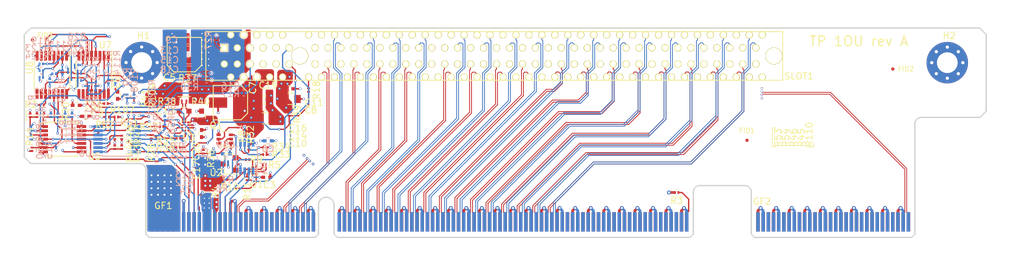
<source format=kicad_pcb>
(kicad_pcb (version 20171130) (host pcbnew "(5.1.5)-3")
  (layers (0 F.Cu signal) (1 In1.Cu power) (2 In2.Cu signal) (3 In3.Cu power) (4 In4.Cu power) (31 B.Cu signal) (34 B.Paste user) (35 F.Paste user) (36 B.SilkS user) (37 F.SilkS user) (38 B.Mask user) (39 F.Mask user) (44 Edge.Cuts user))
  (net 0 "")
  (net 1 GND)
  (net 2 +12V)
  (net 3 +3V3_STBY)
  (net 4 +3V3)
  (net 5 "Net-(C59-Pad1)")
  (net 6 "Net-(Q1-Pad5)")
  (net 7 SMB_PCH_ALERT_N)
  (net 8 SMB_PCH_ALERT_R_N)
  (net 9 FM_SLT_CFG0)
  (net 10 FM_SLT_CFG1)
  (net 11 FM_PRSNT_2_6_N)
  (net 12 +3V3_MB)
  (net 13 "Net-(R5-Pad1)")
  (net 14 "/Golden Finger/PERST_N_1")
  (net 15 "Net-(R9-Pad2)")
  (net 16 "Net-(R9-Pad1)")
  (net 17 "Net-(R10-Pad1)")
  (net 18 "/Golden Finger/PERST_SLOT_N")
  (net 19 RESET_BUF_N_SLOT2)
  (net 20 SMCLK_PCH_SLOT2)
  (net 21 SMDAT_PCH_SLOT2)
  (net 22 SMCLK_PCH_DEVICE)
  (net 23 SMDAT_PCH_DEVICE)
  (net 24 SMCLK_BMC_SLOT2)
  (net 25 SMDAT_BMC_SLOT2)
  (net 26 SMCLK_BMC_DEVICE)
  (net 27 SMDAT_BMC_DEVICE)
  (net 28 SMB_SLOTX24_STBY_LVC3_SDA)
  (net 29 SMB_SLOTX24_STBY_LVC3_SCL)
  (net 30 SMB_P_REPEATER_EN)
  (net 31 SMBDAT_PCH_R)
  (net 32 SMBCLK_PCH_R)
  (net 33 IRQ_OOB_MGMT_RISER_ALERT_N)
  (net 34 SMB_PCIE_SLOT2_ALERT_N)
  (net 35 SMB_BMC_DEVICE_ALERT_N)
  (net 36 SMB_PCH_DEVICE_ALERT_N)
  (net 37 "/SMBUS MUX/SMB_B_HUB_A0")
  (net 38 "/SMBUS MUX/SMB_P_HUB_A0")
  (net 39 "/SMBUS MUX/SMB_B_HUB_A1")
  (net 40 "/SMBUS MUX/SMB_P_HUB_A1")
  (net 41 "/SMBUS MUX/SMB_B_HUB_A2")
  (net 42 "/SMBUS MUX/SMB_P_HUB_A2")
  (net 43 USB2_P02_D+)
  (net 44 USB2_P02_D-)
  (net 45 PCIE_SLOT2_PRSNT2_1_N)
  (net 46 PCIE_SLOT2_PRSNT2_2_N)
  (net 47 PCIE_SLOT2_PRSNT2_3_N)
  (net 48 PCIE_SLOT2_PRSNT2_4_N)
  (net 49 "Net-(R107-Pad2)")
  (net 50 "Net-(R108-Pad2)")
  (net 51 "Net-(R109-Pad2)")
  (net 52 "Net-(R110-Pad2)")
  (net 53 "Net-(R111-Pad2)")
  (net 54 "Net-(R112-Pad2)")
  (net 55 "/GPIO expander/GPIO_B_EXP_A0")
  (net 56 "/GPIO expander/GPIO_P_EXP_A0")
  (net 57 "/GPIO expander/GPIO_B_EXP_A1")
  (net 58 "/GPIO expander/GPIO_P_EXP_A1")
  (net 59 "/GPIO expander/GPIO_B_EXP_A2")
  (net 60 "/GPIO expander/GPIO_P_EXP_A2")
  (net 61 P3E_CPU0_PE1_SS_C_RX0-)
  (net 62 P3E_CPU0_PE1_SS_C_RX0+)
  (net 63 P3E_CPU0_PE1_SS_C_RX1-)
  (net 64 P3E_CPU0_PE1_SS_C_RX1+)
  (net 65 P3E_CPU0_PE1_SS_C_RX2-)
  (net 66 P3E_CPU0_PE1_SS_C_RX2+)
  (net 67 P3E_CPU0_PE1_SS_C_RX3-)
  (net 68 P3E_CPU0_PE1_SS_C_RX3+)
  (net 69 P3E_CPU0_PE1_SS_C_RX4-)
  (net 70 P3E_CPU0_PE1_SS_C_RX4+)
  (net 71 P3E_CPU0_PE1_SS_C_RX5-)
  (net 72 P3E_CPU0_PE1_SS_C_RX5+)
  (net 73 P3E_CPU0_PE1_SS_C_RX6-)
  (net 74 P3E_CPU0_PE1_SS_C_RX6+)
  (net 75 P3E_CPU0_PE1_SS_C_RX7-)
  (net 76 P3E_CPU0_PE1_SS_C_RX7+)
  (net 77 P3E_CPU0_PE1_PCH_CON_RX8-)
  (net 78 P3E_CPU0_PE1_PCH_CON_RX8+)
  (net 79 P3E_CPU0_PE1_PCH_CON_RX9-)
  (net 80 P3E_CPU0_PE1_PCH_CON_RX9+)
  (net 81 P3E_CPU0_PE1_PCH_CON_RX10-)
  (net 82 P3E_CPU0_PE1_PCH_CON_RX10+)
  (net 83 P3E_CPU0_PE1_PCH_CON_RX11-)
  (net 84 P3E_CPU0_PE1_PCH_CON_RX11+)
  (net 85 P3E_CPU0_PE1_PCH_CON_RX12-)
  (net 86 P3E_CPU0_PE1_PCH_CON_RX12+)
  (net 87 P3E_CPU0_PE1_PCH_CON_RX13-)
  (net 88 P3E_CPU0_PE1_PCH_CON_RX13+)
  (net 89 P3E_CPU0_PE1_PCH_CON_RX14-)
  (net 90 P3E_CPU0_PE1_PCH_CON_RX14+)
  (net 91 P3E_CPU0_PE1_PCH_CON_RX15-)
  (net 92 P3E_CPU0_PE1_PCH_CON_RX15+)
  (net 93 CLK_100M_PCH_SLOTX24_S5_D-)
  (net 94 CLK_100M_PCH_SLOTX24_S5_D+)
  (net 95 P3E_CPU0_PE1_SS_C_TX0-)
  (net 96 P3E_CPU0_PE1_SS_C_TX0+)
  (net 97 P3E_CPU0_PE1_SS_C_TX1-)
  (net 98 P3E_CPU0_PE1_SS_C_TX1+)
  (net 99 P3E_CPU0_PE1_SS_C_TX2-)
  (net 100 P3E_CPU0_PE1_SS_C_TX2+)
  (net 101 P3E_CPU0_PE1_SS_C_TX3-)
  (net 102 P3E_CPU0_PE1_SS_C_TX3+)
  (net 103 P3E_CPU0_PE1_SS_C_TX4-)
  (net 104 P3E_CPU0_PE1_SS_C_TX4+)
  (net 105 P3E_CPU0_PE1_SS_C_TX5-)
  (net 106 P3E_CPU0_PE1_SS_C_TX5+)
  (net 107 P3E_CPU0_PE1_SS_C_TX6-)
  (net 108 P3E_CPU0_PE1_SS_C_TX6+)
  (net 109 P3E_CPU0_PE1_SS_C_TX7-)
  (net 110 P3E_CPU0_PE1_SS_C_TX7+)
  (net 111 P3E_CPU0_PE1_PCH_CON_TX8-)
  (net 112 P3E_CPU0_PE1_PCH_CON_TX8+)
  (net 113 P3E_CPU0_PE1_PCH_CON_TX9-)
  (net 114 P3E_CPU0_PE1_PCH_CON_TX9+)
  (net 115 P3E_CPU0_PE1_PCH_CON_TX10-)
  (net 116 P3E_CPU0_PE1_PCH_CON_TX10+)
  (net 117 P3E_CPU0_PE1_PCH_CON_TX11-)
  (net 118 P3E_CPU0_PE1_PCH_CON_TX11+)
  (net 119 FM_PWRBRK_SLOT_N)
  (net 120 P3E_CPU0_PE1_PCH_CON_TX12-)
  (net 121 P3E_CPU0_PE1_PCH_CON_TX12+)
  (net 122 P3E_CPU0_PE1_PCH_CON_TX13-)
  (net 123 P3E_CPU0_PE1_PCH_CON_TX13+)
  (net 124 P3E_CPU0_PE1_PCH_CON_TX14-)
  (net 125 P3E_CPU0_PE1_PCH_CON_TX14+)
  (net 126 P3E_CPU0_PE1_PCH_CON_TX15-)
  (net 127 P3E_CPU0_PE1_PCH_CON_TX15+)
  (net 128 FM_PE_SLOTX24_WAKE_N)
  (net 129 PERST_N)
  (net 130 "Net-(U4-Pad1)")
  (net 131 SMB_HOST_STBY_LVC3_SCL_R5)
  (net 132 SMB_HOST_STBY_LVC3_SDA_R5)
  (net 133 "Net-(U7-Pad9)")
  (net 134 "Net-(GF1-Pad39)")
  (net 135 "Net-(GF1-Pad41)")
  (net 136 "Net-(GF1-Pad42)")
  (net 137 "Net-(GF1-Pad44)")
  (net 138 "Net-(GF1-Pad45)")
  (net 139 "Net-(GF1-Pad47)")
  (net 140 "Net-(GF1-Pad48)")
  (net 141 "Net-(GF1-Pad50)")
  (net 142 "Net-(GF1-Pad63)")
  (net 143 "Net-(GF1-Pad66)")
  (net 144 "Net-(GF2-Pad60)")
  (net 145 "Net-(GF2-Pad2)")
  (net 146 "Net-(GF2-Pad54)")
  (net 147 "Net-(GF2-Pad53)")
  (net 148 "Net-(GF2-Pad51)")
  (net 149 "Net-(GF2-Pad56)")
  (net 150 +12V_SLOT2)
  (net 151 "Net-(SLOT1-PadB82)")
  (net 152 "Net-(SLOT1-PadB9)")
  (net 153 "Net-(SLOT1-PadA50)")
  (net 154 "Net-(SLOT1-PadA19)")
  (net 155 "Net-(SLOT1-PadA6)")
  (net 156 "Net-(SLOT1-PadA5)")
  (net 157 "/x16 PCIe slot/SLOT2_P12V_SENSE_R_V+")
  (net 158 "/x16 PCIe slot/SLOT2_P12V_SENSE_R_V-")
  (net 159 "Net-(GF1-Pad36)")
  (net 160 "Net-(GF1-Pad38)")
  (net 161 "Net-(GF1-Pad151)")
  (net 162 "Net-(GF1-Pad153)")
  (net 163 "Net-(GF1-Pad154)")
  (net 164 "Net-(GF1-Pad156)")
  (net 165 "Net-(GF1-Pad157)")
  (net 166 "Net-(GF1-Pad159)")
  (net 167 "Net-(GF1-Pad160)")
  (net 168 "Net-(GF1-Pad162)")
  (net 169 "Net-(GF1-Pad163)")
  (net 170 "Net-(GF1-Pad165)")
  (net 171 "Net-(GF1-Pad166)")
  (net 172 "Net-(GF1-Pad168)")
  (net 173 "Net-(GF1-Pad169)")
  (net 174 "Net-(GF1-Pad171)")
  (net 175 "Net-(GF1-Pad172)")
  (net 176 "Net-(GF1-Pad174)")
  (net 177 "Net-(GF1-Pad175)")
  (net 178 "Net-(GF1-Pad177)")
  (net 179 "Net-(GF1-Pad178)")
  (net 180 "Net-(GF1-Pad180)")
  (net 181 "Net-(GF1-Pad181)")
  (net 182 "Net-(GF1-Pad183)")
  (net 183 "Net-(GF1-Pad184)")
  (net 184 "Net-(GF1-Pad186)")
  (net 185 "Net-(GF1-Pad187)")
  (net 186 "Net-(GF1-Pad189)")
  (net 187 "Net-(GF1-Pad190)")
  (net 188 "Net-(GF1-Pad192)")
  (net 189 "Net-(GF1-Pad193)")
  (net 190 "Net-(GF1-Pad195)")
  (net 191 "Net-(GF1-Pad196)")
  (net 192 "Net-(GF1-Pad198)")
  (net 193 "Net-(GF2-Pad6)")
  (net 194 "Net-(GF2-Pad5)")
  (net 195 "Net-(GF2-Pad3)")
  (net 196 "Net-(GF2-Pad8)")
  (net 197 "Net-(GF2-Pad44)")
  (net 198 "Net-(GF2-Pad41)")
  (net 199 "Net-(GF2-Pad45)")
  (net 200 "Net-(GF2-Pad42)")
  (net 201 "Net-(GF2-Pad47)")
  (net 202 "Net-(GF2-Pad48)")
  (net 203 "Net-(GF2-Pad50)")
  (net 204 "Net-(GF2-Pad12)")
  (net 205 "Net-(GF2-Pad15)")
  (net 206 "Net-(GF2-Pad14)")
  (net 207 "Net-(GF2-Pad11)")
  (net 208 "Net-(GF2-Pad9)")
  (net 209 "Net-(GF2-Pad17)")
  (net 210 "Net-(GF2-Pad23)")
  (net 211 "Net-(GF2-Pad18)")
  (net 212 "Net-(GF2-Pad21)")
  (net 213 "Net-(GF2-Pad20)")
  (net 214 "Net-(GF2-Pad24)")
  (net 215 "Net-(GF2-Pad35)")
  (net 216 "Net-(GF2-Pad38)")
  (net 217 "Net-(GF2-Pad33)")
  (net 218 "Net-(GF2-Pad39)")
  (net 219 "Net-(GF2-Pad36)")
  (net 220 "Net-(GF2-Pad30)")
  (net 221 "Net-(GF2-Pad29)")
  (net 222 "Net-(GF2-Pad26)")
  (net 223 "Net-(GF2-Pad32)")
  (net 224 "Net-(GF2-Pad27)")
  (net 225 "Net-(R12-Pad1)")
  (net 226 "Net-(R13-Pad1)")
  (net 227 "Net-(R16-Pad1)")
  (net 228 "Net-(R17-Pad1)")
  (net 229 "Net-(R18-Pad1)")
  (net 230 "Net-(R27-Pad2)")
  (net 231 "Net-(R30-Pad2)")
  (net 232 "Net-(R31-Pad2)")
  (net 233 "Net-(R55-Pad1)")
  (net 234 "Net-(R56-Pad1)")
  (net 235 "Net-(R57-Pad2)")
  (net 236 "/x16 PCIe slot/SLOT2_VMONITOR_A1")
  (net 237 "/x16 PCIe slot/SLOT2_VMONITOR_A0")
  (net 238 "Net-(U3-PadB2)")
  (net 239 "Net-(U3-PadC2)")
  (net 240 "Net-(U7-Pad10)")
  (net 241 "Net-(U8-Pad9)")
  (net 242 "Net-(U8-Pad10)")
  (module Resistors_SMD:R_0201 (layer B.Cu) (at 68.35 109.625 270)
    (fp_text reference R22 (at -2.625 -1.35 270) (layer B.SilkS) (effects (justify mirror)))
    (fp_text value 4.7k)
    (pad 2 smd rect (at 0.26 0 270) (size 0.28 0.43) (layers B.Cu B.Paste B.Mask) (net 24 SMCLK_BMC_SLOT2))
    (pad 1 smd rect (at -0.26 0 270) (size 0.28 0.43) (layers B.Cu B.Paste B.Mask) (net 3 +3V3_STBY))
  )
  (module Resistors_SMD:R_0201 (layer F.Cu) (at 63.95 116.075 90)
    (fp_text reference R44 (at -0.925 2.35 90) (layer F.SilkS))
    (fp_text value 10k)
    (pad 1 smd rect (at -0.26 0 90) (size 0.28 0.43) (layers F.Cu F.Paste F.Mask) (net 37 "/SMBUS MUX/SMB_B_HUB_A0"))
    (pad 2 smd rect (at 0.26 0 90) (size 0.28 0.43) (layers F.Cu F.Paste F.Mask) (net 1 GND))
  )
  (module Resistors_SMD:R_0201 (layer F.Cu) (at 65.025 114.55 90)
    (fp_text reference R47 (at 0.35 2.475 90) (layer F.SilkS))
    (fp_text value 10k)
    (pad 2 smd rect (at 0.26 0 90) (size 0.28 0.43) (layers F.Cu F.Paste F.Mask) (net 39 "/SMBUS MUX/SMB_B_HUB_A1"))
    (pad 1 smd rect (at -0.26 0 90) (size 0.28 0.43) (layers F.Cu F.Paste F.Mask) (net 3 +3V3_STBY))
  )
  (module Capacitors_SMD:C_0402 (layer F.Cu) (at 87.4 120.7 180)
    (fp_text reference C3 (at -0.4 -1.2 180) (layer F.SilkS))
    (fp_text value "0.1u 16V")
    (pad 2 smd rect (at 0.55 0 180) (size 0.6 0.5) (layers F.Cu F.Paste F.Mask) (net 3 +3V3_STBY))
    (pad 1 smd rect (at -0.55 0 180) (size 0.6 0.5) (layers F.Cu F.Paste F.Mask) (net 1 GND))
  )
  (module Capacitors_SMD:C_0402 (layer B.Cu) (at 70.425 118)
    (fp_text reference C4 (at 4.475 4.8) (layer B.SilkS) (effects (justify mirror)))
    (fp_text value "0.1u 16V")
    (pad 1 smd rect (at -0.55 0) (size 0.6 0.5) (layers B.Cu B.Paste B.Mask) (net 3 +3V3_STBY))
    (pad 2 smd rect (at 0.55 0) (size 0.6 0.5) (layers B.Cu B.Paste B.Mask) (net 1 GND))
  )
  (module Capacitors_SMD:C_0402 (layer B.Cu) (at 87.625 115.075)
    (fp_text reference C6 (at -0.025 1.225) (layer B.SilkS) (effects (justify mirror)))
    (fp_text value "0.1u 16V")
    (pad 1 smd rect (at -0.55 0) (size 0.6 0.5) (layers B.Cu B.Paste B.Mask) (net 3 +3V3_STBY))
    (pad 2 smd rect (at 0.55 0) (size 0.6 0.5) (layers B.Cu B.Paste B.Mask) (net 1 GND))
  )
  (module Capacitors_SMD:C_0402 (layer F.Cu) (at 90.95 107.05)
    (fp_text reference C11 (at 3.75 2.15) (layer F.SilkS))
    (fp_text value "0.1u 16V")
    (pad 1 smd rect (at -0.55 0) (size 0.6 0.5) (layers F.Cu F.Paste F.Mask) (net 3 +3V3_STBY))
    (pad 2 smd rect (at 0.55 0) (size 0.6 0.5) (layers F.Cu F.Paste F.Mask) (net 1 GND))
  )
  (module Capacitors_SMD:C_0402 (layer F.Cu) (at 87 109.9)
    (fp_text reference C14 (at 5.2 4.4) (layer F.SilkS))
    (fp_text value "0.1u 16V")
    (pad 2 smd rect (at 0.55 0) (size 0.6 0.5) (layers F.Cu F.Paste F.Mask) (net 1 GND))
    (pad 1 smd rect (at -0.55 0) (size 0.6 0.5) (layers F.Cu F.Paste F.Mask) (net 4 +3V3))
  )
  (module Capacitors_SMD:C_0402 (layer F.Cu) (at 87 108.7)
    (fp_text reference C16 (at 5.2 4.4) (layer F.SilkS))
    (fp_text value "0.1u 16V")
    (pad 2 smd rect (at 0.55 0) (size 0.6 0.5) (layers F.Cu F.Paste F.Mask) (net 1 GND))
    (pad 1 smd rect (at -0.55 0) (size 0.6 0.5) (layers F.Cu F.Paste F.Mask) (net 4 +3V3))
  )
  (module Capacitors_SMD:C_0402 (layer F.Cu) (at 77.35 113.95 270)
    (fp_text reference C17 (at 5.65 0.75 90) (layer F.SilkS))
    (fp_text value "0.1u 16V")
    (pad 1 smd rect (at -0.55 0 270) (size 0.6 0.5) (layers F.Cu F.Paste F.Mask) (net 3 +3V3_STBY))
    (pad 2 smd rect (at 0.55 0 270) (size 0.6 0.5) (layers F.Cu F.Paste F.Mask) (net 1 GND))
  )
  (module Capacitors_SMD:C_0402 (layer F.Cu) (at 87 107.5)
    (fp_text reference C19 (at 0.6 -1) (layer F.SilkS))
    (fp_text value "0.1u 16V")
    (pad 1 smd rect (at -0.55 0) (size 0.6 0.5) (layers F.Cu F.Paste F.Mask) (net 4 +3V3))
    (pad 2 smd rect (at 0.55 0) (size 0.6 0.5) (layers F.Cu F.Paste F.Mask) (net 1 GND))
  )
  (module Capacitors_SMD:C_0402 (layer F.Cu) (at 58 109.6)
    (fp_text reference C50 (at 2.7 0) (layer F.SilkS))
    (fp_text value "0.1u 16V")
    (pad 2 smd rect (at 0.55 0) (size 0.6 0.5) (layers F.Cu F.Paste F.Mask) (net 1 GND))
    (pad 1 smd rect (at -0.55 0) (size 0.6 0.5) (layers F.Cu F.Paste F.Mask) (net 3 +3V3_STBY))
  )
  (module Capacitors_SMD:C_0402 (layer F.Cu) (at 64.4 108.05 90)
    (fp_text reference C51 (at 2.45 -0.1 90) (layer F.SilkS))
    (fp_text value "0.1u 16V")
    (pad 1 smd rect (at -0.55 0 90) (size 0.6 0.5) (layers F.Cu F.Paste F.Mask) (net 3 +3V3_STBY))
    (pad 2 smd rect (at 0.55 0 90) (size 0.6 0.5) (layers F.Cu F.Paste F.Mask) (net 1 GND))
  )
  (module Capacitors_SMD:C_0402 (layer B.Cu) (at 81.175 117.075)
    (fp_text reference C59 (at -0.075 -1.375) (layer B.SilkS) (effects (justify mirror)))
    (fp_text value "0.01u 16V")
    (pad 2 smd rect (at 0.55 0) (size 0.6 0.5) (layers B.Cu B.Paste B.Mask) (net 1 GND))
    (pad 1 smd rect (at -0.55 0) (size 0.6 0.5) (layers B.Cu B.Paste B.Mask) (net 5 "Net-(C59-Pad1)"))
  )
  (module TO_SOT_Packages_SMD:SOT-363_SC-70-6 (layer F.Cu) (at 80.925 114.8 180)
    (fp_text reference Q1 (at 1.325 2.1) (layer F.SilkS))
    (fp_text value 2N7002KDW)
    (pad 6 smd rect (at 0.95 -0.65 180) (size 0.65 0.4) (layers F.Cu F.Paste F.Mask) (net 6 "Net-(Q1-Pad5)"))
    (pad 4 smd rect (at 0.95 0.65 180) (size 0.65 0.4) (layers F.Cu F.Paste F.Mask) (net 1 GND))
    (pad 2 smd rect (at -0.95 0 180) (size 0.65 0.4) (layers F.Cu F.Paste F.Mask) (net 7 SMB_PCH_ALERT_N))
    (pad 5 smd rect (at 0.95 0 180) (size 0.65 0.4) (layers F.Cu F.Paste F.Mask) (net 6 "Net-(Q1-Pad5)"))
    (pad 3 smd rect (at -0.95 0.65 180) (size 0.65 0.4) (layers F.Cu F.Paste F.Mask) (net 8 SMB_PCH_ALERT_R_N))
    (pad 1 smd rect (at -0.95 -0.65 180) (size 0.65 0.4) (layers F.Cu F.Paste F.Mask) (net 1 GND))
  )
  (module TO_SOT_Packages_SMD:SOT-23 (layer F.Cu) (at 81.6 118.65 180)
    (fp_text reference U2 (at 2 -1.35) (layer F.SilkS))
    (fp_text value TPS3809K33)
    (pad 3 smd rect (at 1 0 180) (size 0.9 0.8) (layers F.Cu F.Paste F.Mask) (net 5 "Net-(C59-Pad1)"))
    (pad 2 smd rect (at -1 0.95 180) (size 0.9 0.8) (layers F.Cu F.Paste F.Mask) (net 15 "Net-(R9-Pad2)"))
    (pad 1 smd rect (at -1 -0.95 180) (size 0.9 0.8) (layers F.Cu F.Paste F.Mask) (net 1 GND))
  )
  (module "Switch PCIe:GoldFinger_Samtec_HSEC8-1XXX_200pins" (layer F.Cu) (at 69.795 127.58)
    (fp_text reference GF1 (at 1.65 -2.5) (layer F.SilkS))
    (fp_text value TiogaPass_GF1)
    (pad 1 smd rect (at 0 0) (size 0.55 3) (layers F.Cu F.Paste F.Mask) (net 2 +12V))
    (pad 2 smd rect (at 0 0) (size 0.55 3) (layers B.Cu B.Paste B.Mask) (net 2 +12V))
    (pad 3 smd rect (at 0.8 0) (size 0.55 3) (layers F.Cu F.Paste F.Mask) (net 2 +12V))
    (pad 4 smd rect (at 0.8 0) (size 0.55 3) (layers B.Cu B.Paste B.Mask) (net 2 +12V))
    (pad 5 smd rect (at 1.6 0) (size 0.55 3) (layers F.Cu F.Paste F.Mask) (net 2 +12V))
    (pad 6 smd rect (at 1.6 0) (size 0.55 3) (layers B.Cu B.Paste B.Mask) (net 2 +12V))
    (pad 7 smd rect (at 2.4 0) (size 0.55 3) (layers F.Cu F.Paste F.Mask) (net 2 +12V))
    (pad 8 smd rect (at 2.4 0) (size 0.55 3) (layers B.Cu B.Paste B.Mask) (net 2 +12V))
    (pad 9 smd rect (at 3.2 0) (size 0.55 3) (layers F.Cu F.Paste F.Mask) (net 2 +12V))
    (pad 10 smd rect (at 3.2 0) (size 0.55 3) (layers B.Cu B.Paste B.Mask) (net 2 +12V))
    (pad 11 smd rect (at 4 0) (size 0.55 3) (layers F.Cu F.Paste F.Mask) (net 2 +12V))
    (pad 12 smd rect (at 4 0) (size 0.55 3) (layers B.Cu B.Paste B.Mask) (net 2 +12V))
    (pad 13 smd rect (at 4.8 0) (size 0.55 3) (layers F.Cu F.Paste F.Mask) (net 1 GND))
    (pad 14 smd rect (at 4.8 0) (size 0.55 3) (layers B.Cu B.Paste B.Mask) (net 1 GND))
    (pad 15 smd rect (at 5.6 0) (size 0.55 3) (layers F.Cu F.Paste F.Mask) (net 28 SMB_SLOTX24_STBY_LVC3_SDA))
    (pad 16 smd rect (at 5.6 0) (size 0.55 3) (layers B.Cu B.Paste B.Mask) (net 33 IRQ_OOB_MGMT_RISER_ALERT_N))
    (pad 17 smd rect (at 6.4 0) (size 0.55 3) (layers F.Cu F.Paste F.Mask) (net 29 SMB_SLOTX24_STBY_LVC3_SCL))
    (pad 18 smd rect (at 6.4 0) (size 0.55 3) (layers B.Cu B.Paste B.Mask) (net 10 FM_SLT_CFG1))
    (pad 19 smd rect (at 7.2 0) (size 0.55 3) (layers F.Cu F.Paste F.Mask) (net 9 FM_SLT_CFG0))
    (pad 20 smd rect (at 7.2 0) (size 0.55 3) (layers B.Cu B.Paste B.Mask) (net 119 FM_PWRBRK_SLOT_N))
    (pad 21 smd rect (at 8 0) (size 0.55 3) (layers F.Cu F.Paste F.Mask) (net 12 +3V3_MB))
    (pad 22 smd rect (at 8 0) (size 0.55 3) (layers B.Cu B.Paste B.Mask) (net 12 +3V3_MB))
    (pad 23 smd rect (at 8.8 0) (size 0.55 3) (layers F.Cu F.Paste F.Mask) (net 12 +3V3_MB))
    (pad 24 smd rect (at 8.8 0) (size 0.55 3) (layers B.Cu B.Paste B.Mask) (net 12 +3V3_MB))
    (pad 25 smd rect (at 9.6 0) (size 0.55 3) (layers F.Cu F.Paste F.Mask) (net 3 +3V3_STBY))
    (pad 26 smd rect (at 9.6 0) (size 0.55 3) (layers B.Cu B.Paste B.Mask) (net 1 GND))
    (pad 27 smd rect (at 10.4 0) (size 0.55 3) (layers F.Cu F.Paste F.Mask) (net 8 SMB_PCH_ALERT_R_N))
    (pad 28 smd rect (at 10.4 0) (size 0.55 3) (layers B.Cu B.Paste B.Mask) (net 128 FM_PE_SLOTX24_WAKE_N))
    (pad 29 smd rect (at 11.2 0) (size 0.55 3) (layers F.Cu F.Paste F.Mask) (net 129 PERST_N))
    (pad 30 smd rect (at 11.2 0) (size 0.55 3) (layers B.Cu B.Paste B.Mask) (net 132 SMB_HOST_STBY_LVC3_SDA_R5))
    (pad 31 smd rect (at 12 0) (size 0.55 3) (layers F.Cu F.Paste F.Mask) (net 1 GND))
    (pad 32 smd rect (at 12 0) (size 0.55 3) (layers B.Cu B.Paste B.Mask) (net 131 SMB_HOST_STBY_LVC3_SCL_R5))
    (pad 33 smd rect (at 12.8 0) (size 0.55 3) (layers F.Cu F.Paste F.Mask) (net 94 CLK_100M_PCH_SLOTX24_S5_D+))
    (pad 34 smd rect (at 12.8 0) (size 0.55 3) (layers B.Cu B.Paste B.Mask) (net 1 GND))
    (pad 35 smd rect (at 13.6 0) (size 0.55 3) (layers F.Cu F.Paste F.Mask) (net 93 CLK_100M_PCH_SLOTX24_S5_D-))
    (pad 36 smd rect (at 13.6 0) (size 0.55 3) (layers B.Cu B.Paste B.Mask) (net 159 "Net-(GF1-Pad36)"))
    (pad 37 smd rect (at 14.4 0) (size 0.55 3) (layers F.Cu F.Paste F.Mask) (net 1 GND))
    (pad 38 smd rect (at 14.4 0) (size 0.55 3) (layers B.Cu B.Paste B.Mask) (net 160 "Net-(GF1-Pad38)"))
    (pad 39 smd rect (at 15.2 0) (size 0.55 3) (layers F.Cu F.Paste F.Mask) (net 134 "Net-(GF1-Pad39)"))
    (pad 40 smd rect (at 15.2 0) (size 0.55 3) (layers B.Cu B.Paste B.Mask) (net 1 GND))
    (pad 41 smd rect (at 16 0) (size 0.55 3) (layers F.Cu F.Paste F.Mask) (net 135 "Net-(GF1-Pad41)"))
    (pad 42 smd rect (at 16 0) (size 0.55 3) (layers B.Cu B.Paste B.Mask) (net 136 "Net-(GF1-Pad42)"))
    (pad 43 smd rect (at 16.8 0) (size 0.55 3) (layers F.Cu F.Paste F.Mask) (net 1 GND))
    (pad 44 smd rect (at 16.8 0) (size 0.55 3) (layers B.Cu B.Paste B.Mask) (net 137 "Net-(GF1-Pad44)"))
    (pad 45 smd rect (at 17.6 0) (size 0.55 3) (layers F.Cu F.Paste F.Mask) (net 138 "Net-(GF1-Pad45)"))
    (pad 46 smd rect (at 17.6 0) (size 0.55 3) (layers B.Cu B.Paste B.Mask) (net 1 GND))
    (pad 47 smd rect (at 18.4 0) (size 0.55 3) (layers F.Cu F.Paste F.Mask) (net 139 "Net-(GF1-Pad47)"))
    (pad 48 smd rect (at 18.4 0) (size 0.55 3) (layers B.Cu B.Paste B.Mask) (net 140 "Net-(GF1-Pad48)"))
    (pad 49 smd rect (at 19.2 0) (size 0.55 3) (layers F.Cu F.Paste F.Mask) (net 1 GND))
    (pad 50 smd rect (at 19.2 0) (size 0.55 3) (layers B.Cu B.Paste B.Mask) (net 141 "Net-(GF1-Pad50)"))
    (pad 51 smd rect (at 20 0) (size 0.55 3) (layers F.Cu F.Paste F.Mask) (net 127 P3E_CPU0_PE1_PCH_CON_TX15+))
    (pad 52 smd rect (at 20 0) (size 0.55 3) (layers B.Cu B.Paste B.Mask) (net 1 GND))
    (pad 53 smd rect (at 20.8 0) (size 0.55 3) (layers F.Cu F.Paste F.Mask) (net 126 P3E_CPU0_PE1_PCH_CON_TX15-))
    (pad 54 smd rect (at 20.8 0) (size 0.55 3) (layers B.Cu B.Paste B.Mask) (net 92 P3E_CPU0_PE1_PCH_CON_RX15+))
    (pad 55 smd rect (at 21.6 0) (size 0.55 3) (layers F.Cu F.Paste F.Mask) (net 1 GND))
    (pad 56 smd rect (at 21.6 0) (size 0.55 3) (layers B.Cu B.Paste B.Mask) (net 91 P3E_CPU0_PE1_PCH_CON_RX15-))
    (pad 57 smd rect (at 22.4 0) (size 0.55 3) (layers F.Cu F.Paste F.Mask) (net 125 P3E_CPU0_PE1_PCH_CON_TX14+))
    (pad 58 smd rect (at 22.4 0) (size 0.55 3) (layers B.Cu B.Paste B.Mask) (net 1 GND))
    (pad 59 smd rect (at 23.2 0) (size 0.55 3) (layers F.Cu F.Paste F.Mask) (net 124 P3E_CPU0_PE1_PCH_CON_TX14-))
    (pad 60 smd rect (at 23.2 0) (size 0.55 3) (layers B.Cu B.Paste B.Mask) (net 90 P3E_CPU0_PE1_PCH_CON_RX14+))
    (pad 61 smd rect (at 24 0) (size 0.55 3) (layers F.Cu F.Paste F.Mask) (net 1 GND))
    (pad 62 smd rect (at 24 0) (size 0.55 3) (layers B.Cu B.Paste B.Mask) (net 89 P3E_CPU0_PE1_PCH_CON_RX14-))
    (pad 63 smd rect (at 24.8 0) (size 0.55 3) (layers F.Cu F.Paste F.Mask) (net 142 "Net-(GF1-Pad63)"))
    (pad 64 smd rect (at 24.8 0) (size 0.55 3) (layers B.Cu B.Paste B.Mask) (net 1 GND))
    (pad 65 smd rect (at 28.8 0) (size 0.55 3) (layers F.Cu F.Paste F.Mask) (net 1 GND))
    (pad 66 smd rect (at 28.8 0) (size 0.55 3) (layers B.Cu B.Paste B.Mask) (net 143 "Net-(GF1-Pad66)"))
    (pad 67 smd rect (at 29.6 0) (size 0.55 3) (layers F.Cu F.Paste F.Mask) (net 123 P3E_CPU0_PE1_PCH_CON_TX13+))
    (pad 68 smd rect (at 29.6 0) (size 0.55 3) (layers B.Cu B.Paste B.Mask) (net 1 GND))
    (pad 69 smd rect (at 30.4 0) (size 0.55 3) (layers F.Cu F.Paste F.Mask) (net 122 P3E_CPU0_PE1_PCH_CON_TX13-))
    (pad 70 smd rect (at 30.4 0) (size 0.55 3) (layers B.Cu B.Paste B.Mask) (net 88 P3E_CPU0_PE1_PCH_CON_RX13+))
    (pad 71 smd rect (at 31.2 0) (size 0.55 3) (layers F.Cu F.Paste F.Mask) (net 1 GND))
    (pad 72 smd rect (at 31.2 0) (size 0.55 3) (layers B.Cu B.Paste B.Mask) (net 87 P3E_CPU0_PE1_PCH_CON_RX13-))
    (pad 73 smd rect (at 32 0) (size 0.55 3) (layers F.Cu F.Paste F.Mask) (net 121 P3E_CPU0_PE1_PCH_CON_TX12+))
    (pad 74 smd rect (at 32 0) (size 0.55 3) (layers B.Cu B.Paste B.Mask) (net 1 GND))
    (pad 75 smd rect (at 32.8 0) (size 0.55 3) (layers F.Cu F.Paste F.Mask) (net 120 P3E_CPU0_PE1_PCH_CON_TX12-))
    (pad 76 smd rect (at 32.8 0) (size 0.55 3) (layers B.Cu B.Paste B.Mask) (net 86 P3E_CPU0_PE1_PCH_CON_RX12+))
    (pad 77 smd rect (at 33.6 0) (size 0.55 3) (layers F.Cu F.Paste F.Mask) (net 1 GND))
    (pad 78 smd rect (at 33.6 0) (size 0.55 3) (layers B.Cu B.Paste B.Mask) (net 85 P3E_CPU0_PE1_PCH_CON_RX12-))
    (pad 79 smd rect (at 34.4 0) (size 0.55 3) (layers F.Cu F.Paste F.Mask) (net 118 P3E_CPU0_PE1_PCH_CON_TX11+))
    (pad 80 smd rect (at 34.4 0) (size 0.55 3) (layers B.Cu B.Paste B.Mask) (net 1 GND))
    (pad 81 smd rect (at 35.2 0) (size 0.55 3) (layers F.Cu F.Paste F.Mask) (net 117 P3E_CPU0_PE1_PCH_CON_TX11-))
    (pad 82 smd rect (at 35.2 0) (size 0.55 3) (layers B.Cu B.Paste B.Mask) (net 84 P3E_CPU0_PE1_PCH_CON_RX11+))
    (pad 83 smd rect (at 36 0) (size 0.55 3) (layers F.Cu F.Paste F.Mask) (net 1 GND))
    (pad 84 smd rect (at 36 0) (size 0.55 3) (layers B.Cu B.Paste B.Mask) (net 83 P3E_CPU0_PE1_PCH_CON_RX11-))
    (pad 85 smd rect (at 36.8 0) (size 0.55 3) (layers F.Cu F.Paste F.Mask) (net 116 P3E_CPU0_PE1_PCH_CON_TX10+))
    (pad 86 smd rect (at 36.8 0) (size 0.55 3) (layers B.Cu B.Paste B.Mask) (net 1 GND))
    (pad 87 smd rect (at 37.6 0) (size 0.55 3) (layers F.Cu F.Paste F.Mask) (net 115 P3E_CPU0_PE1_PCH_CON_TX10-))
    (pad 88 smd rect (at 37.6 0) (size 0.55 3) (layers B.Cu B.Paste B.Mask) (net 82 P3E_CPU0_PE1_PCH_CON_RX10+))
    (pad 89 smd rect (at 38.4 0) (size 0.55 3) (layers F.Cu F.Paste F.Mask) (net 1 GND))
    (pad 90 smd rect (at 38.4 0) (size 0.55 3) (layers B.Cu B.Paste B.Mask) (net 81 P3E_CPU0_PE1_PCH_CON_RX10-))
    (pad 91 smd rect (at 39.2 0) (size 0.55 3) (layers F.Cu F.Paste F.Mask) (net 114 P3E_CPU0_PE1_PCH_CON_TX9+))
    (pad 92 smd rect (at 39.2 0) (size 0.55 3) (layers B.Cu B.Paste B.Mask) (net 1 GND))
    (pad 93 smd rect (at 40 0) (size 0.55 3) (layers F.Cu F.Paste F.Mask) (net 113 P3E_CPU0_PE1_PCH_CON_TX9-))
    (pad 94 smd rect (at 40 0) (size 0.55 3) (layers B.Cu B.Paste B.Mask) (net 80 P3E_CPU0_PE1_PCH_CON_RX9+))
    (pad 95 smd rect (at 40.8 0) (size 0.55 3) (layers F.Cu F.Paste F.Mask) (net 1 GND))
    (pad 96 smd rect (at 40.8 0) (size 0.55 3) (layers B.Cu B.Paste B.Mask) (net 79 P3E_CPU0_PE1_PCH_CON_RX9-))
    (pad 97 smd rect (at 41.6 0) (size 0.55 3) (layers F.Cu F.Paste F.Mask) (net 112 P3E_CPU0_PE1_PCH_CON_TX8+))
    (pad 98 smd rect (at 41.6 0) (size 0.55 3) (layers B.Cu B.Paste B.Mask) (net 1 GND))
    (pad 99 smd rect (at 42.4 0) (size 0.55 3) (layers F.Cu F.Paste F.Mask) (net 111 P3E_CPU0_PE1_PCH_CON_TX8-))
    (pad 100 smd rect (at 42.4 0) (size 0.55 3) (layers B.Cu B.Paste B.Mask) (net 78 P3E_CPU0_PE1_PCH_CON_RX8+))
    (pad 101 smd rect (at 43.2 0) (size 0.55 3) (layers F.Cu F.Paste F.Mask) (net 1 GND))
    (pad 102 smd rect (at 43.2 0) (size 0.55 3) (layers B.Cu B.Paste B.Mask) (net 77 P3E_CPU0_PE1_PCH_CON_RX8-))
    (pad 103 smd rect (at 44 0) (size 0.55 3) (layers F.Cu F.Paste F.Mask) (net 110 P3E_CPU0_PE1_SS_C_TX7+))
    (pad 104 smd rect (at 44 0) (size 0.55 3) (layers B.Cu B.Paste B.Mask) (net 1 GND))
    (pad 105 smd rect (at 44.8 0) (size 0.55 3) (layers F.Cu F.Paste F.Mask) (net 109 P3E_CPU0_PE1_SS_C_TX7-))
    (pad 106 smd rect (at 44.8 0) (size 0.55 3) (layers B.Cu B.Paste B.Mask) (net 76 P3E_CPU0_PE1_SS_C_RX7+))
    (pad 107 smd rect (at 45.6 0) (size 0.55 3) (layers F.Cu F.Paste F.Mask) (net 1 GND))
    (pad 108 smd rect (at 45.6 0) (size 0.55 3) (layers B.Cu B.Paste B.Mask) (net 75 P3E_CPU0_PE1_SS_C_RX7-))
    (pad 109 smd rect (at 46.4 0) (size 0.55 3) (layers F.Cu F.Paste F.Mask) (net 108 P3E_CPU0_PE1_SS_C_TX6+))
    (pad 110 smd rect (at 46.4 0) (size 0.55 3) (layers B.Cu B.Paste B.Mask) (net 1 GND))
    (pad 111 smd rect (at 47.2 0) (size 0.55 3) (layers F.Cu F.Paste F.Mask) (net 107 P3E_CPU0_PE1_SS_C_TX6-))
    (pad 112 smd rect (at 47.2 0) (size 0.55 3) (layers B.Cu B.Paste B.Mask) (net 74 P3E_CPU0_PE1_SS_C_RX6+))
    (pad 113 smd rect (at 48 0) (size 0.55 3) (layers F.Cu F.Paste F.Mask) (net 1 GND))
    (pad 114 smd rect (at 48 0) (size 0.55 3) (layers B.Cu B.Paste B.Mask) (net 73 P3E_CPU0_PE1_SS_C_RX6-))
    (pad 115 smd rect (at 48.8 0) (size 0.55 3) (layers F.Cu F.Paste F.Mask) (net 106 P3E_CPU0_PE1_SS_C_TX5+))
    (pad 116 smd rect (at 48.8 0) (size 0.55 3) (layers B.Cu B.Paste B.Mask) (net 1 GND))
    (pad 117 smd rect (at 49.6 0) (size 0.55 3) (layers F.Cu F.Paste F.Mask) (net 105 P3E_CPU0_PE1_SS_C_TX5-))
    (pad 118 smd rect (at 49.6 0) (size 0.55 3) (layers B.Cu B.Paste B.Mask) (net 72 P3E_CPU0_PE1_SS_C_RX5+))
    (pad 119 smd rect (at 50.4 0) (size 0.55 3) (layers F.Cu F.Paste F.Mask) (net 1 GND))
    (pad 120 smd rect (at 50.4 0) (size 0.55 3) (layers B.Cu B.Paste B.Mask) (net 71 P3E_CPU0_PE1_SS_C_RX5-))
    (pad 121 smd rect (at 51.2 0) (size 0.55 3) (layers F.Cu F.Paste F.Mask) (net 104 P3E_CPU0_PE1_SS_C_TX4+))
    (pad 122 smd rect (at 51.2 0) (size 0.55 3) (layers B.Cu B.Paste B.Mask) (net 1 GND))
    (pad 123 smd rect (at 52 0) (size 0.55 3) (layers F.Cu F.Paste F.Mask) (net 103 P3E_CPU0_PE1_SS_C_TX4-))
    (pad 124 smd rect (at 52 0) (size 0.55 3) (layers B.Cu B.Paste B.Mask) (net 70 P3E_CPU0_PE1_SS_C_RX4+))
    (pad 125 smd rect (at 52.8 0) (size 0.55 3) (layers F.Cu F.Paste F.Mask) (net 1 GND))
    (pad 126 smd rect (at 52.8 0) (size 0.55 3) (layers B.Cu B.Paste B.Mask) (net 69 P3E_CPU0_PE1_SS_C_RX4-))
    (pad 127 smd rect (at 53.6 0) (size 0.55 3) (layers F.Cu F.Paste F.Mask) (net 102 P3E_CPU0_PE1_SS_C_TX3+))
    (pad 128 smd rect (at 53.6 0) (size 0.55 3) (layers B.Cu B.Paste B.Mask) (net 1 GND))
    (pad 129 smd rect (at 54.4 0) (size 0.55 3) (layers F.Cu F.Paste F.Mask) (net 101 P3E_CPU0_PE1_SS_C_TX3-))
    (pad 130 smd rect (at 54.4 0) (size 0.55 3) (layers B.Cu B.Paste B.Mask) (net 68 P3E_CPU0_PE1_SS_C_RX3+))
    (pad 131 smd rect (at 55.2 0) (size 0.55 3) (layers F.Cu F.Paste F.Mask) (net 1 GND))
    (pad 132 smd rect (at 55.2 0) (size 0.55 3) (layers B.Cu B.Paste B.Mask) (net 67 P3E_CPU0_PE1_SS_C_RX3-))
    (pad 133 smd rect (at 56 0) (size 0.55 3) (layers F.Cu F.Paste F.Mask) (net 100 P3E_CPU0_PE1_SS_C_TX2+))
    (pad 134 smd rect (at 56 0) (size 0.55 3) (layers B.Cu B.Paste B.Mask) (net 1 GND))
    (pad 135 smd rect (at 56.8 0) (size 0.55 3) (layers F.Cu F.Paste F.Mask) (net 99 P3E_CPU0_PE1_SS_C_TX2-))
    (pad 136 smd rect (at 56.8 0) (size 0.55 3) (layers B.Cu B.Paste B.Mask) (net 66 P3E_CPU0_PE1_SS_C_RX2+))
    (pad 137 smd rect (at 57.6 0) (size 0.55 3) (layers F.Cu F.Paste F.Mask) (net 1 GND))
    (pad 138 smd rect (at 57.6 0) (size 0.55 3) (layers B.Cu B.Paste B.Mask) (net 65 P3E_CPU0_PE1_SS_C_RX2-))
    (pad 139 smd rect (at 58.4 0) (size 0.55 3) (layers F.Cu F.Paste F.Mask) (net 98 P3E_CPU0_PE1_SS_C_TX1+))
    (pad 140 smd rect (at 58.4 0) (size 0.55 3) (layers B.Cu B.Paste B.Mask) (net 1 GND))
    (pad 141 smd rect (at 59.2 0) (size 0.55 3) (layers F.Cu F.Paste F.Mask) (net 97 P3E_CPU0_PE1_SS_C_TX1-))
    (pad 142 smd rect (at 59.2 0) (size 0.55 3) (layers B.Cu B.Paste B.Mask) (net 64 P3E_CPU0_PE1_SS_C_RX1+))
    (pad 143 smd rect (at 60 0) (size 0.55 3) (layers F.Cu F.Paste F.Mask) (net 1 GND))
    (pad 144 smd rect (at 60 0) (size 0.55 3) (layers B.Cu B.Paste B.Mask) (net 63 P3E_CPU0_PE1_SS_C_RX1-))
    (pad 145 smd rect (at 60.8 0) (size 0.55 3) (layers F.Cu F.Paste F.Mask) (net 96 P3E_CPU0_PE1_SS_C_TX0+))
    (pad 146 smd rect (at 60.8 0) (size 0.55 3) (layers B.Cu B.Paste B.Mask) (net 1 GND))
    (pad 147 smd rect (at 61.6 0) (size 0.55 3) (layers F.Cu F.Paste F.Mask) (net 95 P3E_CPU0_PE1_SS_C_TX0-))
    (pad 148 smd rect (at 61.6 0) (size 0.55 3) (layers B.Cu B.Paste B.Mask) (net 62 P3E_CPU0_PE1_SS_C_RX0+))
    (pad 149 smd rect (at 62.4 0) (size 0.55 3) (layers F.Cu F.Paste F.Mask) (net 1 GND))
    (pad 150 smd rect (at 62.4 0) (size 0.55 3) (layers B.Cu B.Paste B.Mask) (net 61 P3E_CPU0_PE1_SS_C_RX0-))
    (pad 151 smd rect (at 63.2 0) (size 0.55 3) (layers F.Cu F.Paste F.Mask) (net 161 "Net-(GF1-Pad151)"))
    (pad 152 smd rect (at 63.2 0) (size 0.55 3) (layers B.Cu B.Paste B.Mask) (net 1 GND))
    (pad 153 smd rect (at 64 0) (size 0.55 3) (layers F.Cu F.Paste F.Mask) (net 162 "Net-(GF1-Pad153)"))
    (pad 154 smd rect (at 64 0) (size 0.55 3) (layers B.Cu B.Paste B.Mask) (net 163 "Net-(GF1-Pad154)"))
    (pad 155 smd rect (at 64.8 0) (size 0.55 3) (layers F.Cu F.Paste F.Mask) (net 1 GND))
    (pad 156 smd rect (at 64.8 0) (size 0.55 3) (layers B.Cu B.Paste B.Mask) (net 164 "Net-(GF1-Pad156)"))
    (pad 157 smd rect (at 65.6 0) (size 0.55 3) (layers F.Cu F.Paste F.Mask) (net 165 "Net-(GF1-Pad157)"))
    (pad 158 smd rect (at 65.6 0) (size 0.55 3) (layers B.Cu B.Paste B.Mask) (net 1 GND))
    (pad 159 smd rect (at 66.4 0) (size 0.55 3) (layers F.Cu F.Paste F.Mask) (net 166 "Net-(GF1-Pad159)"))
    (pad 160 smd rect (at 66.4 0) (size 0.55 3) (layers B.Cu B.Paste B.Mask) (net 167 "Net-(GF1-Pad160)"))
    (pad 161 smd rect (at 67.2 0) (size 0.55 3) (layers F.Cu F.Paste F.Mask) (net 1 GND))
    (pad 162 smd rect (at 67.2 0) (size 0.55 3) (layers B.Cu B.Paste B.Mask) (net 168 "Net-(GF1-Pad162)"))
    (pad 163 smd rect (at 68 0) (size 0.55 3) (layers F.Cu F.Paste F.Mask) (net 169 "Net-(GF1-Pad163)"))
    (pad 164 smd rect (at 68 0) (size 0.55 3) (layers B.Cu B.Paste B.Mask) (net 1 GND))
    (pad 165 smd rect (at 68.8 0) (size 0.55 3) (layers F.Cu F.Paste F.Mask) (net 170 "Net-(GF1-Pad165)"))
    (pad 166 smd rect (at 68.8 0) (size 0.55 3) (layers B.Cu B.Paste B.Mask) (net 171 "Net-(GF1-Pad166)"))
    (pad 167 smd rect (at 69.6 0) (size 0.55 3) (layers F.Cu F.Paste F.Mask) (net 1 GND))
    (pad 168 smd rect (at 69.6 0) (size 0.55 3) (layers B.Cu B.Paste B.Mask) (net 172 "Net-(GF1-Pad168)"))
    (pad 169 smd rect (at 70.4 0) (size 0.55 3) (layers F.Cu F.Paste F.Mask) (net 173 "Net-(GF1-Pad169)"))
    (pad 170 smd rect (at 70.4 0) (size 0.55 3) (layers B.Cu B.Paste B.Mask) (net 1 GND))
    (pad 171 smd rect (at 71.2 0) (size 0.55 3) (layers F.Cu F.Paste F.Mask) (net 174 "Net-(GF1-Pad171)"))
    (pad 172 smd rect (at 71.2 0) (size 0.55 3) (layers B.Cu B.Paste B.Mask) (net 175 "Net-(GF1-Pad172)"))
    (pad 173 smd rect (at 72 0) (size 0.55 3) (layers F.Cu F.Paste F.Mask) (net 1 GND))
    (pad 174 smd rect (at 72 0) (size 0.55 3) (layers B.Cu B.Paste B.Mask) (net 176 "Net-(GF1-Pad174)"))
    (pad 175 smd rect (at 72.8 0) (size 0.55 3) (layers F.Cu F.Paste F.Mask) (net 177 "Net-(GF1-Pad175)"))
    (pad 176 smd rect (at 72.8 0) (size 0.55 3) (layers B.Cu B.Paste B.Mask) (net 1 GND))
    (pad 177 smd rect (at 73.6 0) (size 0.55 3) (layers F.Cu F.Paste F.Mask) (net 178 "Net-(GF1-Pad177)"))
    (pad 178 smd rect (at 73.6 0) (size 0.55 3) (layers B.Cu B.Paste B.Mask) (net 179 "Net-(GF1-Pad178)"))
    (pad 179 smd rect (at 74.4 0) (size 0.55 3) (layers F.Cu F.Paste F.Mask) (net 1 GND))
    (pad 180 smd rect (at 74.4 0) (size 0.55 3) (layers B.Cu B.Paste B.Mask) (net 180 "Net-(GF1-Pad180)"))
    (pad 181 smd rect (at 75.2 0) (size 0.55 3) (layers F.Cu F.Paste F.Mask) (net 181 "Net-(GF1-Pad181)"))
    (pad 182 smd rect (at 75.2 0) (size 0.55 3) (layers B.Cu B.Paste B.Mask) (net 1 GND))
    (pad 183 smd rect (at 76 0) (size 0.55 3) (layers F.Cu F.Paste F.Mask) (net 182 "Net-(GF1-Pad183)"))
    (pad 184 smd rect (at 76 0) (size 0.55 3) (layers B.Cu B.Paste B.Mask) (net 183 "Net-(GF1-Pad184)"))
    (pad 185 smd rect (at 76.8 0) (size 0.55 3) (layers F.Cu F.Paste F.Mask) (net 1 GND))
    (pad 186 smd rect (at 76.8 0) (size 0.55 3) (layers B.Cu B.Paste B.Mask) (net 184 "Net-(GF1-Pad186)"))
    (pad 187 smd rect (at 77.6 0) (size 0.55 3) (layers F.Cu F.Paste F.Mask) (net 185 "Net-(GF1-Pad187)"))
    (pad 188 smd rect (at 77.6 0) (size 0.55 3) (layers B.Cu B.Paste B.Mask) (net 1 GND))
    (pad 189 smd rect (at 78.4 0) (size 0.55 3) (layers F.Cu F.Paste F.Mask) (net 186 "Net-(GF1-Pad189)"))
    (pad 190 smd rect (at 78.4 0) (size 0.55 3) (layers B.Cu B.Paste B.Mask) (net 187 "Net-(GF1-Pad190)"))
    (pad 191 smd rect (at 79.2 0) (size 0.55 3) (layers F.Cu F.Paste F.Mask) (net 1 GND))
    (pad 192 smd rect (at 79.2 0) (size 0.55 3) (layers B.Cu B.Paste B.Mask) (net 188 "Net-(GF1-Pad192)"))
    (pad 193 smd rect (at 80 0) (size 0.55 3) (layers F.Cu F.Paste F.Mask) (net 189 "Net-(GF1-Pad193)"))
    (pad 194 smd rect (at 80 0) (size 0.55 3) (layers B.Cu B.Paste B.Mask) (net 1 GND))
    (pad 195 smd rect (at 80.8 0) (size 0.55 3) (layers F.Cu F.Paste F.Mask) (net 190 "Net-(GF1-Pad195)"))
    (pad 196 smd rect (at 80.8 0) (size 0.55 3) (layers B.Cu B.Paste B.Mask) (net 191 "Net-(GF1-Pad196)"))
    (pad 197 smd rect (at 81.6 0) (size 0.55 3) (layers F.Cu F.Paste F.Mask) (net 1 GND))
    (pad 198 smd rect (at 81.6 0) (size 0.55 3) (layers B.Cu B.Paste B.Mask) (net 192 "Net-(GF1-Pad198)"))
    (pad 199 smd rect (at 82.4 0) (size 0.55 3) (layers F.Cu F.Paste F.Mask) (net 11 FM_PRSNT_2_6_N))
    (pad 200 smd rect (at 82.4 0) (size 0.55 3) (layers B.Cu B.Paste B.Mask) (net 1 GND))
  )
  (module "Switch PCIe:GoldFinger_Samtec_HSEC8-1XXX_60pins" (layer F.Cu) (at 163.195 127.58)
    (fp_text reference GF2 (at 0.63 -3.155) (layer F.SilkS))
    (fp_text value TiogaPAss_GF2)
    (pad 57 smd rect (at 22.4 0) (size 0.55 3) (layers F.Cu F.Paste F.Mask) (net 44 USB2_P02_D-))
    (pad 59 smd rect (at 23.2 0) (size 0.55 3) (layers F.Cu F.Paste F.Mask) (net 43 USB2_P02_D+))
    (pad 60 smd rect (at 23.2 0) (size 0.55 3) (layers B.Cu B.Paste B.Mask) (net 144 "Net-(GF2-Pad60)"))
    (pad 58 smd rect (at 22.4 0) (size 0.55 3) (layers B.Cu B.Paste B.Mask) (net 1 GND))
    (pad 7 smd rect (at 2.4 0) (size 0.55 3) (layers F.Cu F.Paste F.Mask) (net 1 GND))
    (pad 6 smd rect (at 1.6 0) (size 0.55 3) (layers B.Cu B.Paste B.Mask) (net 193 "Net-(GF2-Pad6)"))
    (pad 1 smd rect (at 0 0) (size 0.55 3) (layers F.Cu F.Paste F.Mask) (net 1 GND))
    (pad 4 smd rect (at 0.8 0) (size 0.55 3) (layers B.Cu B.Paste B.Mask) (net 1 GND))
    (pad 5 smd rect (at 1.6 0) (size 0.55 3) (layers F.Cu F.Paste F.Mask) (net 194 "Net-(GF2-Pad5)"))
    (pad 3 smd rect (at 0.8 0) (size 0.55 3) (layers F.Cu F.Paste F.Mask) (net 195 "Net-(GF2-Pad3)"))
    (pad 8 smd rect (at 2.4 0) (size 0.55 3) (layers B.Cu B.Paste B.Mask) (net 196 "Net-(GF2-Pad8)"))
    (pad 2 smd rect (at 0 0) (size 0.55 3) (layers B.Cu B.Paste B.Mask) (net 145 "Net-(GF2-Pad2)"))
    (pad 44 smd rect (at 16.8 0) (size 0.55 3) (layers B.Cu B.Paste B.Mask) (net 197 "Net-(GF2-Pad44)"))
    (pad 41 smd rect (at 16 0) (size 0.55 3) (layers F.Cu F.Paste F.Mask) (net 198 "Net-(GF2-Pad41)"))
    (pad 45 smd rect (at 17.6 0) (size 0.55 3) (layers F.Cu F.Paste F.Mask) (net 199 "Net-(GF2-Pad45)"))
    (pad 43 smd rect (at 16.8 0) (size 0.55 3) (layers F.Cu F.Paste F.Mask) (net 1 GND))
    (pad 42 smd rect (at 16 0) (size 0.55 3) (layers B.Cu B.Paste B.Mask) (net 200 "Net-(GF2-Pad42)"))
    (pad 47 smd rect (at 18.4 0) (size 0.55 3) (layers F.Cu F.Paste F.Mask) (net 201 "Net-(GF2-Pad47)"))
    (pad 46 smd rect (at 17.6 0) (size 0.55 3) (layers B.Cu B.Paste B.Mask) (net 1 GND))
    (pad 48 smd rect (at 18.4 0) (size 0.55 3) (layers B.Cu B.Paste B.Mask) (net 202 "Net-(GF2-Pad48)"))
    (pad 52 smd rect (at 20 0) (size 0.55 3) (layers B.Cu B.Paste B.Mask) (net 1 GND))
    (pad 54 smd rect (at 20.8 0) (size 0.55 3) (layers B.Cu B.Paste B.Mask) (net 146 "Net-(GF2-Pad54)"))
    (pad 49 smd rect (at 19.2 0) (size 0.55 3) (layers F.Cu F.Paste F.Mask) (net 1 GND))
    (pad 55 smd rect (at 21.6 0) (size 0.55 3) (layers F.Cu F.Paste F.Mask) (net 1 GND))
    (pad 53 smd rect (at 20.8 0) (size 0.55 3) (layers F.Cu F.Paste F.Mask) (net 147 "Net-(GF2-Pad53)"))
    (pad 51 smd rect (at 20 0) (size 0.55 3) (layers F.Cu F.Paste F.Mask) (net 148 "Net-(GF2-Pad51)"))
    (pad 50 smd rect (at 19.2 0) (size 0.55 3) (layers B.Cu B.Paste B.Mask) (net 203 "Net-(GF2-Pad50)"))
    (pad 56 smd rect (at 21.6 0) (size 0.55 3) (layers B.Cu B.Paste B.Mask) (net 149 "Net-(GF2-Pad56)"))
    (pad 12 smd rect (at 4 0) (size 0.55 3) (layers B.Cu B.Paste B.Mask) (net 204 "Net-(GF2-Pad12)"))
    (pad 15 smd rect (at 5.6 0) (size 0.55 3) (layers F.Cu F.Paste F.Mask) (net 205 "Net-(GF2-Pad15)"))
    (pad 14 smd rect (at 4.8 0) (size 0.55 3) (layers B.Cu B.Paste B.Mask) (net 206 "Net-(GF2-Pad14)"))
    (pad 10 smd rect (at 3.2 0) (size 0.55 3) (layers B.Cu B.Paste B.Mask) (net 1 GND))
    (pad 11 smd rect (at 4 0) (size 0.55 3) (layers F.Cu F.Paste F.Mask) (net 207 "Net-(GF2-Pad11)"))
    (pad 16 smd rect (at 5.6 0) (size 0.55 3) (layers B.Cu B.Paste B.Mask) (net 1 GND))
    (pad 13 smd rect (at 4.8 0) (size 0.55 3) (layers F.Cu F.Paste F.Mask) (net 1 GND))
    (pad 9 smd rect (at 3.2 0) (size 0.55 3) (layers F.Cu F.Paste F.Mask) (net 208 "Net-(GF2-Pad9)"))
    (pad 17 smd rect (at 6.4 0) (size 0.55 3) (layers F.Cu F.Paste F.Mask) (net 209 "Net-(GF2-Pad17)"))
    (pad 23 smd rect (at 8.8 0) (size 0.55 3) (layers F.Cu F.Paste F.Mask) (net 210 "Net-(GF2-Pad23)"))
    (pad 22 smd rect (at 8 0) (size 0.55 3) (layers B.Cu B.Paste B.Mask) (net 1 GND))
    (pad 19 smd rect (at 7.2 0) (size 0.55 3) (layers F.Cu F.Paste F.Mask) (net 1 GND))
    (pad 18 smd rect (at 6.4 0) (size 0.55 3) (layers B.Cu B.Paste B.Mask) (net 211 "Net-(GF2-Pad18)"))
    (pad 21 smd rect (at 8 0) (size 0.55 3) (layers F.Cu F.Paste F.Mask) (net 212 "Net-(GF2-Pad21)"))
    (pad 20 smd rect (at 7.2 0) (size 0.55 3) (layers B.Cu B.Paste B.Mask) (net 213 "Net-(GF2-Pad20)"))
    (pad 24 smd rect (at 8.8 0) (size 0.55 3) (layers B.Cu B.Paste B.Mask) (net 214 "Net-(GF2-Pad24)"))
    (pad 35 smd rect (at 13.6 0) (size 0.55 3) (layers F.Cu F.Paste F.Mask) (net 215 "Net-(GF2-Pad35)"))
    (pad 34 smd rect (at 12.8 0) (size 0.55 3) (layers B.Cu B.Paste B.Mask) (net 1 GND))
    (pad 38 smd rect (at 14.4 0) (size 0.55 3) (layers B.Cu B.Paste B.Mask) (net 216 "Net-(GF2-Pad38)"))
    (pad 40 smd rect (at 15.2 0) (size 0.55 3) (layers B.Cu B.Paste B.Mask) (net 1 GND))
    (pad 33 smd rect (at 12.8 0) (size 0.55 3) (layers F.Cu F.Paste F.Mask) (net 217 "Net-(GF2-Pad33)"))
    (pad 39 smd rect (at 15.2 0) (size 0.55 3) (layers F.Cu F.Paste F.Mask) (net 218 "Net-(GF2-Pad39)"))
    (pad 37 smd rect (at 14.4 0) (size 0.55 3) (layers F.Cu F.Paste F.Mask) (net 1 GND))
    (pad 36 smd rect (at 13.6 0) (size 0.55 3) (layers B.Cu B.Paste B.Mask) (net 219 "Net-(GF2-Pad36)"))
    (pad 28 smd rect (at 10.4 0) (size 0.55 3) (layers B.Cu B.Paste B.Mask) (net 1 GND))
    (pad 30 smd rect (at 11.2 0) (size 0.55 3) (layers B.Cu B.Paste B.Mask) (net 220 "Net-(GF2-Pad30)"))
    (pad 29 smd rect (at 11.2 0) (size 0.55 3) (layers F.Cu F.Paste F.Mask) (net 221 "Net-(GF2-Pad29)"))
    (pad 26 smd rect (at 9.6 0) (size 0.55 3) (layers B.Cu B.Paste B.Mask) (net 222 "Net-(GF2-Pad26)"))
    (pad 32 smd rect (at 12 0) (size 0.55 3) (layers B.Cu B.Paste B.Mask) (net 223 "Net-(GF2-Pad32)"))
    (pad 25 smd rect (at 9.6 0) (size 0.55 3) (layers F.Cu F.Paste F.Mask) (net 1 GND))
    (pad 31 smd rect (at 12 0) (size 0.55 3) (layers F.Cu F.Paste F.Mask) (net 1 GND))
    (pad 27 smd rect (at 10.4 0) (size 0.55 3) (layers F.Cu F.Paste F.Mask) (net 224 "Net-(GF2-Pad27)"))
  )
  (module Fiducials:Fiducial_0.5mm_Dia_1mm_Outer (layer F.Cu) (at 161.5 115)
    (fp_text reference FID1 (at 0 -1.5) (layer F.SilkS) (effects (font (size 0.75 0.75) (thickness 0.125))))
    (fp_text value Fiducial)
    (pad ~ smd circle (at 0 0) (size 0.5 0.5) (layers F.Cu F.Mask) (clearance 0.25))
  )
  (module Fiducials:Fiducial_0.5mm_Dia_1mm_Outer (layer F.Cu) (at 184 104)
    (fp_text reference FID2 (at 2 0) (layer F.SilkS) (effects (font (size 0.75 0.75) (thickness 0.125))))
    (fp_text value Fiducial)
    (pad ~ smd circle (at 0 0) (size 0.5 0.5) (layers F.Cu F.Mask) (clearance 0.25))
  )
  (module Fiducials:Fiducial_0.5mm_Dia_1mm_Outer (layer F.Cu) (at 51.25 99.5)
    (fp_text reference FID3 (at 1.95 -0.7) (layer F.SilkS) (effects (font (size 0.75 0.75) (thickness 0.125))))
    (fp_text value Fiducial)
    (pad ~ smd circle (at 0 0) (size 0.5 0.5) (layers F.Cu F.Mask) (clearance 0.25))
  )
  (module Capacitors_SMD:C_0603 (layer B.Cu) (at 79.175 117.775 90)
    (fp_text reference C1 (at 0.775 -1.375 90) (layer B.SilkS) (effects (justify mirror)))
    (fp_text value "0.1u 25V")
    (pad 1 smd rect (at -0.75 0 90) (size 0.8 0.75) (layers B.Cu B.Paste B.Mask) (net 2 +12V))
    (pad 2 smd rect (at 0.75 0 90) (size 0.8 0.75) (layers B.Cu B.Paste B.Mask) (net 1 GND))
  )
  (module "Switch PCIe:pcie_16x" (layer F.Cu) (at 78.005 101.98)
    (fp_text reference SLOT1 (at 91.495 3.12 180) (layer F.SilkS))
    (fp_text value x16_PCIe_Conn)
    (pad "" np_thru_hole circle (at 14.5 0) (size 2.6 2.6) (drill 2.4) (layers *.Cu *.Mask F.SilkS))
    (pad "" np_thru_hole circle (at 87.65 0) (size 2.6 2.6) (drill 2.4) (layers *.Cu *.Mask F.SilkS))
    (pad A1 thru_hole rect (at 2.85 -1.25) (size 1.1 1.1) (drill 0.78) (layers *.Cu *.Mask F.SilkS) (net 230 "Net-(R27-Pad2)"))
    (pad A2 thru_hole circle (at 3.85 -3.25) (size 1.1 1.1) (drill 0.78) (layers *.Cu *.Mask F.SilkS) (net 150 +12V_SLOT2))
    (pad A3 thru_hole circle (at 4.85 -1.25) (size 1.1 1.1) (drill 0.78) (layers *.Cu *.Mask F.SilkS) (net 150 +12V_SLOT2))
    (pad A4 thru_hole circle (at 5.85 -3.25) (size 1.1 1.1) (drill 0.78) (layers *.Cu *.Mask F.SilkS) (net 1 GND))
    (pad A5 thru_hole circle (at 6.85 -1.25) (size 1.1 1.1) (drill 0.78) (layers *.Cu *.Mask F.SilkS) (net 156 "Net-(SLOT1-PadA5)"))
    (pad A6 thru_hole circle (at 7.85 -3.25) (size 1.1 1.1) (drill 0.78) (layers *.Cu *.Mask F.SilkS) (net 155 "Net-(SLOT1-PadA6)"))
    (pad A7 thru_hole circle (at 8.85 -1.25) (size 1.1 1.1) (drill 0.78) (layers *.Cu *.Mask F.SilkS) (net 231 "Net-(R30-Pad2)"))
    (pad A8 thru_hole circle (at 9.85 -3.25) (size 1.1 1.1) (drill 0.78) (layers *.Cu *.Mask F.SilkS) (net 232 "Net-(R31-Pad2)"))
    (pad A9 thru_hole circle (at 10.85 -1.25) (size 1.1 1.1) (drill 0.78) (layers *.Cu *.Mask F.SilkS) (net 4 +3V3))
    (pad A10 thru_hole circle (at 11.85 -3.25) (size 1.1 1.1) (drill 0.78) (layers *.Cu *.Mask F.SilkS) (net 4 +3V3))
    (pad A11 thru_hole circle (at 12.85 -1.25) (size 1.1 1.1) (drill 0.78) (layers *.Cu *.Mask F.SilkS) (net 19 RESET_BUF_N_SLOT2))
    (pad A12 thru_hole circle (at 15.85 -3.25) (size 1.1 1.1) (drill 0.78) (layers *.Cu *.Mask F.SilkS) (net 1 GND))
    (pad A13 thru_hole circle (at 16.85 -1.25) (size 1.1 1.1) (drill 0.78) (layers *.Cu *.Mask F.SilkS) (net 94 CLK_100M_PCH_SLOTX24_S5_D+))
    (pad A14 thru_hole circle (at 17.85 -3.25) (size 1.1 1.1) (drill 0.78) (layers *.Cu *.Mask F.SilkS) (net 93 CLK_100M_PCH_SLOTX24_S5_D-))
    (pad A15 thru_hole circle (at 18.85 -1.25) (size 1.1 1.1) (drill 0.78) (layers *.Cu *.Mask F.SilkS) (net 1 GND))
    (pad A16 thru_hole circle (at 19.85 -3.25) (size 1.1 1.1) (drill 0.78) (layers *.Cu *.Mask F.SilkS) (net 92 P3E_CPU0_PE1_PCH_CON_RX15+))
    (pad A17 thru_hole circle (at 20.85 -1.25) (size 1.1 1.1) (drill 0.78) (layers *.Cu *.Mask F.SilkS) (net 91 P3E_CPU0_PE1_PCH_CON_RX15-))
    (pad A18 thru_hole circle (at 21.85 -3.25) (size 1.1 1.1) (drill 0.78) (layers *.Cu *.Mask F.SilkS) (net 1 GND))
    (pad A19 thru_hole circle (at 22.85 -1.25) (size 1.1 1.1) (drill 0.78) (layers *.Cu *.Mask F.SilkS) (net 154 "Net-(SLOT1-PadA19)"))
    (pad A20 thru_hole circle (at 23.85 -3.25) (size 1.1 1.1) (drill 0.78) (layers *.Cu *.Mask F.SilkS) (net 1 GND))
    (pad A21 thru_hole circle (at 24.85 -1.25) (size 1.1 1.1) (drill 0.78) (layers *.Cu *.Mask F.SilkS) (net 90 P3E_CPU0_PE1_PCH_CON_RX14+))
    (pad A22 thru_hole circle (at 25.85 -3.25) (size 1.1 1.1) (drill 0.78) (layers *.Cu *.Mask F.SilkS) (net 89 P3E_CPU0_PE1_PCH_CON_RX14-))
    (pad A23 thru_hole circle (at 26.85 -1.25) (size 1.1 1.1) (drill 0.78) (layers *.Cu *.Mask F.SilkS) (net 1 GND))
    (pad A24 thru_hole circle (at 27.85 -3.25) (size 1.1 1.1) (drill 0.78) (layers *.Cu *.Mask F.SilkS) (net 1 GND))
    (pad A25 thru_hole circle (at 28.85 -1.25) (size 1.1 1.1) (drill 0.78) (layers *.Cu *.Mask F.SilkS) (net 88 P3E_CPU0_PE1_PCH_CON_RX13+))
    (pad A26 thru_hole circle (at 29.85 -3.25) (size 1.1 1.1) (drill 0.78) (layers *.Cu *.Mask F.SilkS) (net 87 P3E_CPU0_PE1_PCH_CON_RX13-))
    (pad A27 thru_hole circle (at 30.85 -1.25) (size 1.1 1.1) (drill 0.78) (layers *.Cu *.Mask F.SilkS) (net 1 GND))
    (pad A28 thru_hole circle (at 31.85 -3.25) (size 1.1 1.1) (drill 0.78) (layers *.Cu *.Mask F.SilkS) (net 1 GND))
    (pad A29 thru_hole circle (at 32.85 -1.25) (size 1.1 1.1) (drill 0.78) (layers *.Cu *.Mask F.SilkS) (net 86 P3E_CPU0_PE1_PCH_CON_RX12+))
    (pad A30 thru_hole circle (at 33.85 -3.25) (size 1.1 1.1) (drill 0.78) (layers *.Cu *.Mask F.SilkS) (net 85 P3E_CPU0_PE1_PCH_CON_RX12-))
    (pad A31 thru_hole circle (at 34.85 -1.25) (size 1.1 1.1) (drill 0.78) (layers *.Cu *.Mask F.SilkS) (net 1 GND))
    (pad A32 thru_hole circle (at 35.85 -3.25) (size 1.1 1.1) (drill 0.78) (layers *.Cu *.Mask F.SilkS) (net 43 USB2_P02_D+))
    (pad A33 thru_hole circle (at 36.85 -1.25) (size 1.1 1.1) (drill 0.78) (layers *.Cu *.Mask F.SilkS) (net 44 USB2_P02_D-))
    (pad A34 thru_hole circle (at 37.85 -3.25) (size 1.1 1.1) (drill 0.78) (layers *.Cu *.Mask F.SilkS) (net 1 GND))
    (pad A35 thru_hole circle (at 38.85 -1.25) (size 1.1 1.1) (drill 0.78) (layers *.Cu *.Mask F.SilkS) (net 84 P3E_CPU0_PE1_PCH_CON_RX11+))
    (pad A36 thru_hole circle (at 39.85 -3.25) (size 1.1 1.1) (drill 0.78) (layers *.Cu *.Mask F.SilkS) (net 83 P3E_CPU0_PE1_PCH_CON_RX11-))
    (pad A37 thru_hole circle (at 40.85 -1.25) (size 1.1 1.1) (drill 0.78) (layers *.Cu *.Mask F.SilkS) (net 1 GND))
    (pad A38 thru_hole circle (at 41.85 -3.25) (size 1.1 1.1) (drill 0.78) (layers *.Cu *.Mask F.SilkS) (net 1 GND))
    (pad A39 thru_hole circle (at 42.85 -1.25) (size 1.1 1.1) (drill 0.78) (layers *.Cu *.Mask F.SilkS) (net 82 P3E_CPU0_PE1_PCH_CON_RX10+))
    (pad A40 thru_hole circle (at 43.85 -3.25) (size 1.1 1.1) (drill 0.78) (layers *.Cu *.Mask F.SilkS) (net 81 P3E_CPU0_PE1_PCH_CON_RX10-))
    (pad A41 thru_hole circle (at 44.85 -1.25) (size 1.1 1.1) (drill 0.78) (layers *.Cu *.Mask F.SilkS) (net 1 GND))
    (pad A42 thru_hole circle (at 45.85 -3.25) (size 1.1 1.1) (drill 0.78) (layers *.Cu *.Mask F.SilkS) (net 1 GND))
    (pad A43 thru_hole circle (at 46.85 -1.25) (size 1.1 1.1) (drill 0.78) (layers *.Cu *.Mask F.SilkS) (net 80 P3E_CPU0_PE1_PCH_CON_RX9+))
    (pad A44 thru_hole circle (at 47.85 -3.25) (size 1.1 1.1) (drill 0.78) (layers *.Cu *.Mask F.SilkS) (net 79 P3E_CPU0_PE1_PCH_CON_RX9-))
    (pad A45 thru_hole circle (at 48.85 -1.25) (size 1.1 1.1) (drill 0.78) (layers *.Cu *.Mask F.SilkS) (net 1 GND))
    (pad A46 thru_hole circle (at 49.85 -3.25) (size 1.1 1.1) (drill 0.78) (layers *.Cu *.Mask F.SilkS) (net 1 GND))
    (pad A47 thru_hole circle (at 50.85 -1.25) (size 1.1 1.1) (drill 0.78) (layers *.Cu *.Mask F.SilkS) (net 78 P3E_CPU0_PE1_PCH_CON_RX8+))
    (pad A48 thru_hole circle (at 51.85 -3.25) (size 1.1 1.1) (drill 0.78) (layers *.Cu *.Mask F.SilkS) (net 77 P3E_CPU0_PE1_PCH_CON_RX8-))
    (pad A49 thru_hole circle (at 52.85 -1.25) (size 1.1 1.1) (drill 0.78) (layers *.Cu *.Mask F.SilkS) (net 1 GND))
    (pad A50 thru_hole circle (at 53.85 -3.25) (size 1.1 1.1) (drill 0.78) (layers *.Cu *.Mask F.SilkS) (net 153 "Net-(SLOT1-PadA50)"))
    (pad A51 thru_hole circle (at 54.85 -1.25) (size 1.1 1.1) (drill 0.78) (layers *.Cu *.Mask F.SilkS) (net 1 GND))
    (pad A52 thru_hole circle (at 55.85 -3.25) (size 1.1 1.1) (drill 0.78) (layers *.Cu *.Mask F.SilkS) (net 76 P3E_CPU0_PE1_SS_C_RX7+))
    (pad A53 thru_hole circle (at 56.85 -1.25) (size 1.1 1.1) (drill 0.78) (layers *.Cu *.Mask F.SilkS) (net 75 P3E_CPU0_PE1_SS_C_RX7-))
    (pad A54 thru_hole circle (at 57.85 -3.25) (size 1.1 1.1) (drill 0.78) (layers *.Cu *.Mask F.SilkS) (net 1 GND))
    (pad A55 thru_hole circle (at 58.85 -1.25) (size 1.1 1.1) (drill 0.78) (layers *.Cu *.Mask F.SilkS) (net 1 GND))
    (pad A56 thru_hole circle (at 59.85 -3.25) (size 1.1 1.1) (drill 0.78) (layers *.Cu *.Mask F.SilkS) (net 74 P3E_CPU0_PE1_SS_C_RX6+))
    (pad A57 thru_hole circle (at 60.85 -1.25) (size 1.1 1.1) (drill 0.78) (layers *.Cu *.Mask F.SilkS) (net 73 P3E_CPU0_PE1_SS_C_RX6-))
    (pad A58 thru_hole circle (at 61.85 -3.25) (size 1.1 1.1) (drill 0.78) (layers *.Cu *.Mask F.SilkS) (net 1 GND))
    (pad A59 thru_hole circle (at 62.85 -1.25) (size 1.1 1.1) (drill 0.78) (layers *.Cu *.Mask F.SilkS) (net 1 GND))
    (pad A60 thru_hole circle (at 63.85 -3.25) (size 1.1 1.1) (drill 0.78) (layers *.Cu *.Mask F.SilkS) (net 72 P3E_CPU0_PE1_SS_C_RX5+))
    (pad A61 thru_hole circle (at 64.85 -1.25) (size 1.1 1.1) (drill 0.78) (layers *.Cu *.Mask F.SilkS) (net 71 P3E_CPU0_PE1_SS_C_RX5-))
    (pad A62 thru_hole circle (at 65.85 -3.25) (size 1.1 1.1) (drill 0.78) (layers *.Cu *.Mask F.SilkS) (net 1 GND))
    (pad A63 thru_hole circle (at 66.85 -1.25) (size 1.1 1.1) (drill 0.78) (layers *.Cu *.Mask F.SilkS) (net 1 GND))
    (pad A64 thru_hole circle (at 67.85 -3.25) (size 1.1 1.1) (drill 0.78) (layers *.Cu *.Mask F.SilkS) (net 70 P3E_CPU0_PE1_SS_C_RX4+))
    (pad A65 thru_hole circle (at 68.85 -1.25) (size 1.1 1.1) (drill 0.78) (layers *.Cu *.Mask F.SilkS) (net 69 P3E_CPU0_PE1_SS_C_RX4-))
    (pad A66 thru_hole circle (at 69.85 -3.25) (size 1.1 1.1) (drill 0.78) (layers *.Cu *.Mask F.SilkS) (net 1 GND))
    (pad A67 thru_hole circle (at 70.85 -1.25) (size 1.1 1.1) (drill 0.78) (layers *.Cu *.Mask F.SilkS) (net 1 GND))
    (pad A68 thru_hole circle (at 71.85 -3.25) (size 1.1 1.1) (drill 0.78) (layers *.Cu *.Mask F.SilkS) (net 68 P3E_CPU0_PE1_SS_C_RX3+))
    (pad A69 thru_hole circle (at 72.85 -1.25) (size 1.1 1.1) (drill 0.78) (layers *.Cu *.Mask F.SilkS) (net 67 P3E_CPU0_PE1_SS_C_RX3-))
    (pad A70 thru_hole circle (at 73.85 -3.25) (size 1.1 1.1) (drill 0.78) (layers *.Cu *.Mask F.SilkS) (net 1 GND))
    (pad A71 thru_hole circle (at 74.85 -1.25) (size 1.1 1.1) (drill 0.78) (layers *.Cu *.Mask F.SilkS) (net 1 GND))
    (pad A72 thru_hole circle (at 75.85 -3.25) (size 1.1 1.1) (drill 0.78) (layers *.Cu *.Mask F.SilkS) (net 66 P3E_CPU0_PE1_SS_C_RX2+))
    (pad A73 thru_hole circle (at 76.85 -1.25) (size 1.1 1.1) (drill 0.78) (layers *.Cu *.Mask F.SilkS) (net 65 P3E_CPU0_PE1_SS_C_RX2-))
    (pad A74 thru_hole circle (at 77.85 -3.25) (size 1.1 1.1) (drill 0.78) (layers *.Cu *.Mask F.SilkS) (net 1 GND))
    (pad A75 thru_hole circle (at 78.85 -1.25) (size 1.1 1.1) (drill 0.78) (layers *.Cu *.Mask F.SilkS) (net 1 GND))
    (pad A76 thru_hole circle (at 79.85 -3.25) (size 1.1 1.1) (drill 0.78) (layers *.Cu *.Mask F.SilkS) (net 64 P3E_CPU0_PE1_SS_C_RX1+))
    (pad A77 thru_hole circle (at 80.85 -1.25) (size 1.1 1.1) (drill 0.78) (layers *.Cu *.Mask F.SilkS) (net 63 P3E_CPU0_PE1_SS_C_RX1-))
    (pad A78 thru_hole circle (at 81.85 -3.25) (size 1.1 1.1) (drill 0.78) (layers *.Cu *.Mask F.SilkS) (net 1 GND))
    (pad A79 thru_hole circle (at 82.85 -1.25) (size 1.1 1.1) (drill 0.78) (layers *.Cu *.Mask F.SilkS) (net 1 GND))
    (pad A80 thru_hole circle (at 83.85 -3.25) (size 1.1 1.1) (drill 0.78) (layers *.Cu *.Mask F.SilkS) (net 62 P3E_CPU0_PE1_SS_C_RX0+))
    (pad A81 thru_hole circle (at 84.85 -1.25) (size 1.1 1.1) (drill 0.78) (layers *.Cu *.Mask F.SilkS) (net 61 P3E_CPU0_PE1_SS_C_RX0-))
    (pad B1 thru_hole circle (at 2.85 1.25) (size 1.1 1.1) (drill 0.78) (layers *.Cu *.Mask F.SilkS) (net 150 +12V_SLOT2))
    (pad B2 thru_hole circle (at 3.85 3.25) (size 1.1 1.1) (drill 0.78) (layers *.Cu *.Mask F.SilkS) (net 150 +12V_SLOT2))
    (pad B3 thru_hole circle (at 4.85 1.25) (size 1.1 1.1) (drill 0.78) (layers *.Cu *.Mask F.SilkS) (net 150 +12V_SLOT2))
    (pad B4 thru_hole circle (at 5.85 3.25) (size 1.1 1.1) (drill 0.78) (layers *.Cu *.Mask F.SilkS) (net 1 GND))
    (pad B5 thru_hole circle (at 6.85 1.25) (size 1.1 1.1) (drill 0.78) (layers *.Cu *.Mask F.SilkS) (net 227 "Net-(R16-Pad1)"))
    (pad B6 thru_hole circle (at 7.85 3.25) (size 1.1 1.1) (drill 0.78) (layers *.Cu *.Mask F.SilkS) (net 228 "Net-(R17-Pad1)"))
    (pad B7 thru_hole circle (at 8.85 1.25) (size 1.1 1.1) (drill 0.78) (layers *.Cu *.Mask F.SilkS) (net 1 GND))
    (pad B8 thru_hole circle (at 9.85 3.25) (size 1.1 1.1) (drill 0.78) (layers *.Cu *.Mask F.SilkS) (net 4 +3V3))
    (pad B9 thru_hole circle (at 10.85 1.25) (size 1.1 1.1) (drill 0.78) (layers *.Cu *.Mask F.SilkS) (net 152 "Net-(SLOT1-PadB9)"))
    (pad B10 thru_hole circle (at 11.85 3.25) (size 1.1 1.1) (drill 0.78) (layers *.Cu *.Mask F.SilkS) (net 3 +3V3_STBY))
    (pad B11 thru_hole circle (at 12.85 1.25) (size 1.1 1.1) (drill 0.78) (layers *.Cu *.Mask F.SilkS) (net 128 FM_PE_SLOTX24_WAKE_N))
    (pad B12 thru_hole circle (at 15.85 3.25) (size 1.1 1.1) (drill 0.78) (layers *.Cu *.Mask F.SilkS) (net 229 "Net-(R18-Pad1)"))
    (pad B13 thru_hole circle (at 16.85 1.25) (size 1.1 1.1) (drill 0.78) (layers *.Cu *.Mask F.SilkS) (net 1 GND))
    (pad B14 thru_hole circle (at 17.85 3.25) (size 1.1 1.1) (drill 0.78) (layers *.Cu *.Mask F.SilkS) (net 127 P3E_CPU0_PE1_PCH_CON_TX15+))
    (pad B15 thru_hole circle (at 18.85 1.25) (size 1.1 1.1) (drill 0.78) (layers *.Cu *.Mask F.SilkS) (net 126 P3E_CPU0_PE1_PCH_CON_TX15-))
    (pad B16 thru_hole circle (at 19.85 3.25) (size 1.1 1.1) (drill 0.78) (layers *.Cu *.Mask F.SilkS) (net 1 GND))
    (pad B17 thru_hole circle (at 20.85 1.25) (size 1.1 1.1) (drill 0.78) (layers *.Cu *.Mask F.SilkS) (net 45 PCIE_SLOT2_PRSNT2_1_N))
    (pad B18 thru_hole circle (at 21.85 3.25) (size 1.1 1.1) (drill 0.78) (layers *.Cu *.Mask F.SilkS) (net 1 GND))
    (pad B19 thru_hole circle (at 22.85 1.25) (size 1.1 1.1) (drill 0.78) (layers *.Cu *.Mask F.SilkS) (net 125 P3E_CPU0_PE1_PCH_CON_TX14+))
    (pad B20 thru_hole circle (at 23.85 3.25) (size 1.1 1.1) (drill 0.78) (layers *.Cu *.Mask F.SilkS) (net 124 P3E_CPU0_PE1_PCH_CON_TX14-))
    (pad B21 thru_hole circle (at 24.85 1.25) (size 1.1 1.1) (drill 0.78) (layers *.Cu *.Mask F.SilkS) (net 1 GND))
    (pad B22 thru_hole circle (at 25.85 3.25) (size 1.1 1.1) (drill 0.78) (layers *.Cu *.Mask F.SilkS) (net 1 GND))
    (pad B23 thru_hole circle (at 26.85 1.25) (size 1.1 1.1) (drill 0.78) (layers *.Cu *.Mask F.SilkS) (net 123 P3E_CPU0_PE1_PCH_CON_TX13+))
    (pad B24 thru_hole circle (at 27.85 3.25) (size 1.1 1.1) (drill 0.78) (layers *.Cu *.Mask F.SilkS) (net 122 P3E_CPU0_PE1_PCH_CON_TX13-))
    (pad B25 thru_hole circle (at 28.85 1.25) (size 1.1 1.1) (drill 0.78) (layers *.Cu *.Mask F.SilkS) (net 1 GND))
    (pad B26 thru_hole circle (at 29.85 3.25) (size 1.1 1.1) (drill 0.78) (layers *.Cu *.Mask F.SilkS) (net 1 GND))
    (pad B27 thru_hole circle (at 30.85 1.25) (size 1.1 1.1) (drill 0.78) (layers *.Cu *.Mask F.SilkS) (net 121 P3E_CPU0_PE1_PCH_CON_TX12+))
    (pad B28 thru_hole circle (at 31.85 3.25) (size 1.1 1.1) (drill 0.78) (layers *.Cu *.Mask F.SilkS) (net 120 P3E_CPU0_PE1_PCH_CON_TX12-))
    (pad B29 thru_hole circle (at 32.85 1.25) (size 1.1 1.1) (drill 0.78) (layers *.Cu *.Mask F.SilkS) (net 1 GND))
    (pad B30 thru_hole circle (at 33.85 3.25) (size 1.1 1.1) (drill 0.78) (layers *.Cu *.Mask F.SilkS) (net 119 FM_PWRBRK_SLOT_N))
    (pad B31 thru_hole circle (at 34.85 1.25) (size 1.1 1.1) (drill 0.78) (layers *.Cu *.Mask F.SilkS) (net 46 PCIE_SLOT2_PRSNT2_2_N))
    (pad B33 thru_hole circle (at 36.85 1.25) (size 1.1 1.1) (drill 0.78) (layers *.Cu *.Mask F.SilkS) (net 118 P3E_CPU0_PE1_PCH_CON_TX11+))
    (pad B34 thru_hole circle (at 37.85 3.25) (size 1.1 1.1) (drill 0.78) (layers *.Cu *.Mask F.SilkS) (net 117 P3E_CPU0_PE1_PCH_CON_TX11-))
    (pad B35 thru_hole circle (at 38.85 1.25) (size 1.1 1.1) (drill 0.78) (layers *.Cu *.Mask F.SilkS) (net 1 GND))
    (pad B36 thru_hole circle (at 39.85 3.25) (size 1.1 1.1) (drill 0.78) (layers *.Cu *.Mask F.SilkS) (net 1 GND))
    (pad B37 thru_hole circle (at 40.85 1.25) (size 1.1 1.1) (drill 0.78) (layers *.Cu *.Mask F.SilkS) (net 116 P3E_CPU0_PE1_PCH_CON_TX10+))
    (pad B38 thru_hole circle (at 41.85 3.25) (size 1.1 1.1) (drill 0.78) (layers *.Cu *.Mask F.SilkS) (net 115 P3E_CPU0_PE1_PCH_CON_TX10-))
    (pad B39 thru_hole circle (at 42.85 1.25) (size 1.1 1.1) (drill 0.78) (layers *.Cu *.Mask F.SilkS) (net 1 GND))
    (pad B40 thru_hole circle (at 43.85 3.25) (size 1.1 1.1) (drill 0.78) (layers *.Cu *.Mask F.SilkS) (net 1 GND))
    (pad B41 thru_hole circle (at 44.85 1.25) (size 1.1 1.1) (drill 0.78) (layers *.Cu *.Mask F.SilkS) (net 114 P3E_CPU0_PE1_PCH_CON_TX9+))
    (pad B42 thru_hole circle (at 45.85 3.25) (size 1.1 1.1) (drill 0.78) (layers *.Cu *.Mask F.SilkS) (net 113 P3E_CPU0_PE1_PCH_CON_TX9-))
    (pad B43 thru_hole circle (at 46.85 1.25) (size 1.1 1.1) (drill 0.78) (layers *.Cu *.Mask F.SilkS) (net 1 GND))
    (pad B44 thru_hole circle (at 47.85 3.25) (size 1.1 1.1) (drill 0.78) (layers *.Cu *.Mask F.SilkS) (net 1 GND))
    (pad B45 thru_hole circle (at 48.85 1.25) (size 1.1 1.1) (drill 0.78) (layers *.Cu *.Mask F.SilkS) (net 112 P3E_CPU0_PE1_PCH_CON_TX8+))
    (pad B46 thru_hole circle (at 49.85 3.25) (size 1.1 1.1) (drill 0.78) (layers *.Cu *.Mask F.SilkS) (net 111 P3E_CPU0_PE1_PCH_CON_TX8-))
    (pad B47 thru_hole circle (at 50.85 1.25) (size 1.1 1.1) (drill 0.78) (layers *.Cu *.Mask F.SilkS) (net 1 GND))
    (pad B48 thru_hole circle (at 51.85 3.25) (size 1.1 1.1) (drill 0.78) (layers *.Cu *.Mask F.SilkS) (net 47 PCIE_SLOT2_PRSNT2_3_N))
    (pad B49 thru_hole circle (at 52.85 1.25) (size 1.1 1.1) (drill 0.78) (layers *.Cu *.Mask F.SilkS) (net 1 GND))
    (pad B50 thru_hole circle (at 53.85 3.25) (size 1.1 1.1) (drill 0.78) (layers *.Cu *.Mask F.SilkS) (net 110 P3E_CPU0_PE1_SS_C_TX7+))
    (pad B51 thru_hole circle (at 54.85 1.25) (size 1.1 1.1) (drill 0.78) (layers *.Cu *.Mask F.SilkS) (net 109 P3E_CPU0_PE1_SS_C_TX7-))
    (pad B52 thru_hole circle (at 55.85 3.25) (size 1.1 1.1) (drill 0.78) (layers *.Cu *.Mask F.SilkS) (net 1 GND))
    (pad B53 thru_hole circle (at 56.85 1.25) (size 1.1 1.1) (drill 0.78) (layers *.Cu *.Mask F.SilkS) (net 1 GND))
    (pad B54 thru_hole circle (at 57.85 3.25) (size 1.1 1.1) (drill 0.78) (layers *.Cu *.Mask F.SilkS) (net 108 P3E_CPU0_PE1_SS_C_TX6+))
    (pad B55 thru_hole circle (at 58.85 1.25) (size 1.1 1.1) (drill 0.78) (layers *.Cu *.Mask F.SilkS) (net 107 P3E_CPU0_PE1_SS_C_TX6-))
    (pad B56 thru_hole circle (at 59.85 3.25) (size 1.1 1.1) (drill 0.78) (layers *.Cu *.Mask F.SilkS) (net 1 GND))
    (pad B57 thru_hole circle (at 60.85 1.25) (size 1.1 1.1) (drill 0.78) (layers *.Cu *.Mask F.SilkS) (net 1 GND))
    (pad B58 thru_hole circle (at 61.85 3.25) (size 1.1 1.1) (drill 0.78) (layers *.Cu *.Mask F.SilkS) (net 106 P3E_CPU0_PE1_SS_C_TX5+))
    (pad B59 thru_hole circle (at 62.85 1.25) (size 1.1 1.1) (drill 0.78) (layers *.Cu *.Mask F.SilkS) (net 105 P3E_CPU0_PE1_SS_C_TX5-))
    (pad B60 thru_hole circle (at 63.85 3.25) (size 1.1 1.1) (drill 0.78) (layers *.Cu *.Mask F.SilkS) (net 1 GND))
    (pad B61 thru_hole circle (at 64.85 1.25) (size 1.1 1.1) (drill 0.78) (layers *.Cu *.Mask F.SilkS) (net 1 GND))
    (pad B62 thru_hole circle (at 65.85 3.25) (size 1.1 1.1) (drill 0.78) (layers *.Cu *.Mask F.SilkS) (net 104 P3E_CPU0_PE1_SS_C_TX4+))
    (pad B63 thru_hole circle (at 66.85 1.25) (size 1.1 1.1) (drill 0.78) (layers *.Cu *.Mask F.SilkS) (net 103 P3E_CPU0_PE1_SS_C_TX4-))
    (pad B64 thru_hole circle (at 67.85 3.25) (size 1.1 1.1) (drill 0.78) (layers *.Cu *.Mask F.SilkS) (net 1 GND))
    (pad B65 thru_hole circle (at 68.85 1.25) (size 1.1 1.1) (drill 0.78) (layers *.Cu *.Mask F.SilkS) (net 1 GND))
    (pad B66 thru_hole circle (at 69.85 3.25) (size 1.1 1.1) (drill 0.78) (layers *.Cu *.Mask F.SilkS) (net 102 P3E_CPU0_PE1_SS_C_TX3+))
    (pad B67 thru_hole circle (at 70.85 1.25) (size 1.1 1.1) (drill 0.78) (layers *.Cu *.Mask F.SilkS) (net 101 P3E_CPU0_PE1_SS_C_TX3-))
    (pad B68 thru_hole circle (at 71.85 3.25) (size 1.1 1.1) (drill 0.78) (layers *.Cu *.Mask F.SilkS) (net 1 GND))
    (pad B69 thru_hole circle (at 72.85 1.25) (size 1.1 1.1) (drill 0.78) (layers *.Cu *.Mask F.SilkS) (net 1 GND))
    (pad B70 thru_hole circle (at 73.85 3.25) (size 1.1 1.1) (drill 0.78) (layers *.Cu *.Mask F.SilkS) (net 100 P3E_CPU0_PE1_SS_C_TX2+))
    (pad B71 thru_hole circle (at 74.85 1.25) (size 1.1 1.1) (drill 0.78) (layers *.Cu *.Mask F.SilkS) (net 99 P3E_CPU0_PE1_SS_C_TX2-))
    (pad B72 thru_hole circle (at 75.85 3.25) (size 1.1 1.1) (drill 0.78) (layers *.Cu *.Mask F.SilkS) (net 1 GND))
    (pad B73 thru_hole circle (at 76.85 1.25) (size 1.1 1.1) (drill 0.78) (layers *.Cu *.Mask F.SilkS) (net 1 GND))
    (pad B74 thru_hole circle (at 77.85 3.25) (size 1.1 1.1) (drill 0.78) (layers *.Cu *.Mask F.SilkS) (net 98 P3E_CPU0_PE1_SS_C_TX1+))
    (pad B75 thru_hole circle (at 78.85 1.25) (size 1.1 1.1) (drill 0.78) (layers *.Cu *.Mask F.SilkS) (net 97 P3E_CPU0_PE1_SS_C_TX1-))
    (pad B76 thru_hole circle (at 79.85 3.25) (size 1.1 1.1) (drill 0.78) (layers *.Cu *.Mask F.SilkS) (net 1 GND))
    (pad B77 thru_hole circle (at 80.85 1.25) (size 1.1 1.1) (drill 0.78) (layers *.Cu *.Mask F.SilkS) (net 1 GND))
    (pad B78 thru_hole circle (at 81.85 3.25) (size 1.1 1.1) (drill 0.78) (layers *.Cu *.Mask F.SilkS) (net 96 P3E_CPU0_PE1_SS_C_TX0+))
    (pad B79 thru_hole circle (at 82.85 1.25) (size 1.1 1.1) (drill 0.78) (layers *.Cu *.Mask F.SilkS) (net 95 P3E_CPU0_PE1_SS_C_TX0-))
    (pad B80 thru_hole circle (at 83.85 3.25) (size 1.1 1.1) (drill 0.78) (layers *.Cu *.Mask F.SilkS) (net 1 GND))
    (pad B81 thru_hole circle (at 84.85 1.25) (size 1.1 1.1) (drill 0.78) (layers *.Cu *.Mask F.SilkS) (net 48 PCIE_SLOT2_PRSNT2_4_N))
    (pad B32 thru_hole circle (at 35.85 3.25) (size 1.1 1.1) (drill 0.78) (layers *.Cu *.Mask F.SilkS) (net 1 GND))
    (pad A82 thru_hole circle (at 85.85 -3.25) (size 1.1 1.1) (drill 0.78) (layers *.Cu *.Mask F.SilkS) (net 1 GND))
    (pad B82 thru_hole circle (at 85.85 3.25) (size 1.1 1.1) (drill 0.78) (layers *.Cu *.Mask F.SilkS) (net 151 "Net-(SLOT1-PadB82)"))
  )
  (module Capacitors_SMD:C_0402 (layer F.Cu) (at 59.475 111.3)
    (fp_text reference C2 (at 1.825 -0.5) (layer F.SilkS))
    (fp_text value "0.1u 16V")
    (pad 2 smd rect (at 0.55 0) (size 0.6 0.5) (layers F.Cu F.Paste F.Mask) (net 1 GND))
    (pad 1 smd rect (at -0.55 0) (size 0.6 0.5) (layers F.Cu F.Paste F.Mask) (net 3 +3V3_STBY))
  )
  (module "Switch PCIe:CapaElec_100u_16V_5.3x5.3mm" (layer F.Cu) (at 77.35 99.125 180)
    (fp_text reference C5 (at 4.95 -6.175) (layer F.SilkS))
    (fp_text value "100u 16V")
    (pad 1 smd rect (at 2.65 -4.55 270) (size 2.8 1.6) (layers F.Cu F.Paste F.Mask) (net 150 +12V_SLOT2))
    (pad 2 smd rect (at 2.65 -0.75 270) (size 2.8 1.6) (layers F.Cu F.Paste F.Mask) (net 1 GND))
  )
  (module "Switch PCIe:CapaElec_100u_16V_5.3x5.3mm" (layer F.Cu) (at 79.15 106.525 270)
    (fp_text reference C7 (at 0.375 -6.1 90) (layer F.SilkS))
    (fp_text value "100u 16V")
    (pad 2 smd rect (at 2.65 -0.75) (size 2.8 1.6) (layers F.Cu F.Paste F.Mask) (net 1 GND))
    (pad 1 smd rect (at 2.65 -4.55) (size 2.8 1.6) (layers F.Cu F.Paste F.Mask) (net 4 +3V3))
  )
  (module Capacitors_SMD:C_0805 (layer F.Cu) (at 91.15 108.625)
    (fp_text reference C8 (at 3.05 1.775) (layer F.SilkS))
    (fp_text value "10u 6.3V")
    (pad 1 smd rect (at -1 0) (size 1 1.25) (layers F.Cu F.Paste F.Mask) (net 3 +3V3_STBY))
    (pad 2 smd rect (at 1 0) (size 1 1.25) (layers F.Cu F.Paste F.Mask) (net 1 GND))
  )
  (module Capacitors_SMD:C_0603 (layer B.Cu) (at 75.4 99.525 180)
    (fp_text reference C9 (at 2.7 0.025) (layer B.SilkS) (effects (justify mirror)))
    (fp_text value "0.1u 25V")
    (pad 1 smd rect (at -0.75 0 180) (size 0.8 0.75) (layers B.Cu B.Paste B.Mask) (net 150 +12V_SLOT2))
    (pad 2 smd rect (at 0.75 0 180) (size 0.8 0.75) (layers B.Cu B.Paste B.Mask) (net 1 GND))
  )
  (module Capacitors_SMD:C_0805 (layer F.Cu) (at 87.2 111.6)
    (fp_text reference C10 (at 5 3.9) (layer F.SilkS))
    (fp_text value "10u 6.3V")
    (pad 2 smd rect (at 1 0) (size 1 1.25) (layers F.Cu F.Paste F.Mask) (net 1 GND))
    (pad 1 smd rect (at -1 0) (size 1 1.25) (layers F.Cu F.Paste F.Mask) (net 4 +3V3))
  )
  (module Capacitors_SMD:C_0603 (layer F.Cu) (at 74.65 110.5)
    (fp_text reference C12 (at -2.85 0) (layer F.SilkS))
    (fp_text value "0.1u 25V")
    (pad 1 smd rect (at -0.75 0) (size 0.8 0.75) (layers F.Cu F.Paste F.Mask) (net 157 "/x16 PCIe slot/SLOT2_P12V_SENSE_R_V+"))
    (pad 2 smd rect (at 0.75 0) (size 0.8 0.75) (layers F.Cu F.Paste F.Mask) (net 158 "/x16 PCIe slot/SLOT2_P12V_SENSE_R_V-"))
  )
  (module Capacitors_SMD:C_0603 (layer B.Cu) (at 75.4 101.075 180)
    (fp_text reference C13 (at 3 -0.025) (layer B.SilkS) (effects (justify mirror)))
    (fp_text value "0.1u 25V")
    (pad 2 smd rect (at 0.75 0 180) (size 0.8 0.75) (layers B.Cu B.Paste B.Mask) (net 1 GND))
    (pad 1 smd rect (at -0.75 0 180) (size 0.8 0.75) (layers B.Cu B.Paste B.Mask) (net 150 +12V_SLOT2))
  )
  (module Capacitors_SMD:C_0603 (layer B.Cu) (at 75.4 102.6 180)
    (fp_text reference C15 (at 3 0) (layer B.SilkS) (effects (justify mirror)))
    (fp_text value "0.1u 25V")
    (pad 2 smd rect (at 0.75 0 180) (size 0.8 0.75) (layers B.Cu B.Paste B.Mask) (net 1 GND))
    (pad 1 smd rect (at -0.75 0 180) (size 0.8 0.75) (layers B.Cu B.Paste B.Mask) (net 150 +12V_SLOT2))
  )
  (module Capacitors_SMD:C_0603 (layer B.Cu) (at 75.425 104.15 180)
    (fp_text reference C18 (at 3.025 0.05) (layer B.SilkS) (effects (justify mirror)))
    (fp_text value "0.1u 25V")
    (pad 1 smd rect (at -0.75 0 180) (size 0.8 0.75) (layers B.Cu B.Paste B.Mask) (net 150 +12V_SLOT2))
    (pad 2 smd rect (at 0.75 0 180) (size 0.8 0.75) (layers B.Cu B.Paste B.Mask) (net 1 GND))
  )
  (module Capacitors_SMD:C_0603 (layer F.Cu) (at 77.35 111.25 90)
    (fp_text reference C20 (at -5.45 -0.85 90) (layer F.SilkS))
    (fp_text value "0.1u 25V")
    (pad 2 smd rect (at 0.75 0 90) (size 0.8 0.75) (layers F.Cu F.Paste F.Mask) (net 1 GND))
    (pad 1 smd rect (at -0.75 0 90) (size 0.8 0.75) (layers F.Cu F.Paste F.Mask) (net 2 +12V))
  )
  (module "Switch PCIe:MountingHole_3.2mm_M3_Pad_Via" (layer F.Cu) (at 68.1 103)
    (fp_text reference H1 (at 0.3 -4.15) (layer F.SilkS))
    (fp_text value MountingHole_Pad)
    (pad 1 thru_hole circle (at 0 0) (size 6.4 6.4) (drill 3.2) (layers *.Cu *.Mask) (net 1 GND))
    (pad 1 thru_hole circle (at 2.4 0) (size 0.8 0.8) (drill 0.5) (layers *.Cu *.Mask) (net 1 GND))
    (pad 1 thru_hole circle (at -1.697056 1.697056) (size 0.8 0.8) (drill 0.5) (layers *.Cu *.Mask) (net 1 GND))
    (pad 1 thru_hole circle (at 1.697056 1.697056) (size 0.8 0.8) (drill 0.5) (layers *.Cu *.Mask) (net 1 GND))
    (pad 1 thru_hole circle (at 0 2.4) (size 0.8 0.8) (drill 0.5) (layers *.Cu *.Mask) (net 1 GND))
    (pad 1 thru_hole circle (at -2.4 0) (size 0.8 0.8) (drill 0.5) (layers *.Cu *.Mask) (net 1 GND))
    (pad 1 thru_hole circle (at 1.697056 -1.697056) (size 0.8 0.8) (drill 0.5) (layers *.Cu *.Mask) (net 1 GND))
    (pad 1 thru_hole circle (at 0 -2.4) (size 0.8 0.8) (drill 0.5) (layers *.Cu *.Mask) (net 1 GND))
    (pad 1 thru_hole circle (at -1.697056 -1.697056) (size 0.8 0.8) (drill 0.5) (layers *.Cu *.Mask) (net 1 GND))
  )
  (module "Switch PCIe:MountingHole_3.2mm_M3_Pad_Via" (layer F.Cu) (at 192.405 103.02)
    (fp_text reference H2 (at 0.3 -4.15) (layer F.SilkS))
    (fp_text value MountingHole_Pad)
    (pad 1 thru_hole circle (at -1.697056 -1.697056) (size 0.8 0.8) (drill 0.5) (layers *.Cu *.Mask) (net 1 GND))
    (pad 1 thru_hole circle (at 0 -2.4) (size 0.8 0.8) (drill 0.5) (layers *.Cu *.Mask) (net 1 GND))
    (pad 1 thru_hole circle (at 1.697056 -1.697056) (size 0.8 0.8) (drill 0.5) (layers *.Cu *.Mask) (net 1 GND))
    (pad 1 thru_hole circle (at -2.4 0) (size 0.8 0.8) (drill 0.5) (layers *.Cu *.Mask) (net 1 GND))
    (pad 1 thru_hole circle (at 0 2.4) (size 0.8 0.8) (drill 0.5) (layers *.Cu *.Mask) (net 1 GND))
    (pad 1 thru_hole circle (at 1.697056 1.697056) (size 0.8 0.8) (drill 0.5) (layers *.Cu *.Mask) (net 1 GND))
    (pad 1 thru_hole circle (at -1.697056 1.697056) (size 0.8 0.8) (drill 0.5) (layers *.Cu *.Mask) (net 1 GND))
    (pad 1 thru_hole circle (at 2.4 0) (size 0.8 0.8) (drill 0.5) (layers *.Cu *.Mask) (net 1 GND))
    (pad 1 thru_hole circle (at 0 0) (size 6.4 6.4) (drill 3.2) (layers *.Cu *.Mask) (net 1 GND))
  )
  (module Resistors_SMD:R_1206 (layer F.Cu) (at 74.65 107.15 180)
    (fp_text reference R37 (at -0.55 1.75) (layer F.SilkS))
    (fp_text value 0.002)
    (pad 2 smd rect (at 1.45 0 180) (size 0.9 1.7) (layers F.Cu F.Paste F.Mask) (net 2 +12V))
    (pad 1 smd rect (at -1.45 0 180) (size 0.9 1.7) (layers F.Cu F.Paste F.Mask) (net 150 +12V_SLOT2))
  )
  (module "Switch PCIe:DSBGA-12_1.65x1.39mm" (layer F.Cu) (at 74.85 112.85 180)
    (fp_text reference U3 (at -0.55 -1.75) (layer F.SilkS))
    (fp_text value INA231AIYFFT)
    (pad A1 smd circle (at -0.4 -0.6 180) (size 0.225 0.225) (layers F.Cu F.Paste F.Mask) (net 234 "Net-(R56-Pad1)"))
    (pad B1 smd circle (at -0.4 -0.2 180) (size 0.225 0.225) (layers F.Cu F.Paste F.Mask) (net 3 +3V3_STBY))
    (pad C1 smd circle (at -0.4 0.2 180) (size 0.225 0.225) (layers F.Cu F.Paste F.Mask) (net 1 GND))
    (pad D1 smd circle (at -0.4 0.6 180) (size 0.225 0.225) (layers F.Cu F.Paste F.Mask) (net 2 +12V))
    (pad A2 smd circle (at 0 -0.6 180) (size 0.225 0.225) (layers F.Cu F.Paste F.Mask) (net 233 "Net-(R55-Pad1)"))
    (pad B2 smd circle (at 0 -0.2 180) (size 0.225 0.225) (layers F.Cu F.Paste F.Mask) (net 238 "Net-(U3-PadB2)"))
    (pad C2 smd circle (at 0 0.2 180) (size 0.225 0.225) (layers F.Cu F.Paste F.Mask) (net 239 "Net-(U3-PadC2)"))
    (pad D2 smd circle (at 0 0.6 180) (size 0.225 0.225) (layers F.Cu F.Paste F.Mask) (net 158 "/x16 PCIe slot/SLOT2_P12V_SENSE_R_V-"))
    (pad A3 smd circle (at 0.4 -0.6 180) (size 0.225 0.225) (layers F.Cu F.Paste F.Mask) (net 235 "Net-(R57-Pad2)"))
    (pad B3 smd circle (at 0.4 -0.2 180) (size 0.225 0.225) (layers F.Cu F.Paste F.Mask) (net 237 "/x16 PCIe slot/SLOT2_VMONITOR_A0"))
    (pad C3 smd circle (at 0.4 0.2 180) (size 0.225 0.225) (layers F.Cu F.Paste F.Mask) (net 236 "/x16 PCIe slot/SLOT2_VMONITOR_A1"))
    (pad D3 smd circle (at 0.4 0.6 180) (size 0.225 0.225) (layers F.Cu F.Paste F.Mask) (net 157 "/x16 PCIe slot/SLOT2_P12V_SENSE_R_V+"))
  )
  (module Housings_SSOP:TSSOP-14_4.4x5mm_Pitch0.65mm (layer F.Cu) (at 55.875 114.825)
    (fp_text reference U5 (at 4.925 2.675) (layer F.SilkS))
    (fp_text value PCA9542APW,118)
    (pad 1 smd rect (at -2.95 -1.95) (size 1.45 0.45) (layers F.Cu F.Paste F.Mask) (net 38 "/SMBUS MUX/SMB_P_HUB_A0"))
    (pad 2 smd rect (at -2.95 -1.3) (size 1.45 0.45) (layers F.Cu F.Paste F.Mask) (net 40 "/SMBUS MUX/SMB_P_HUB_A1"))
    (pad 3 smd rect (at -2.95 -0.65) (size 1.45 0.45) (layers F.Cu F.Paste F.Mask) (net 42 "/SMBUS MUX/SMB_P_HUB_A2"))
    (pad 4 smd rect (at -2.95 0) (size 1.45 0.45) (layers F.Cu F.Paste F.Mask) (net 34 SMB_PCIE_SLOT2_ALERT_N))
    (pad 5 smd rect (at -2.95 0.65) (size 1.45 0.45) (layers F.Cu F.Paste F.Mask) (net 21 SMDAT_PCH_SLOT2))
    (pad 6 smd rect (at -2.95 1.3) (size 1.45 0.45) (layers F.Cu F.Paste F.Mask) (net 20 SMCLK_PCH_SLOT2))
    (pad 7 smd rect (at -2.95 1.95) (size 1.45 0.45) (layers F.Cu F.Paste F.Mask) (net 1 GND))
    (pad 8 smd rect (at 2.95 1.95) (size 1.45 0.45) (layers F.Cu F.Paste F.Mask) (net 36 SMB_PCH_DEVICE_ALERT_N))
    (pad 9 smd rect (at 2.95 1.3) (size 1.45 0.45) (layers F.Cu F.Paste F.Mask) (net 23 SMDAT_PCH_DEVICE))
    (pad 10 smd rect (at 2.95 0.65) (size 1.45 0.45) (layers F.Cu F.Paste F.Mask) (net 22 SMCLK_PCH_DEVICE))
    (pad 11 smd rect (at 2.95 0) (size 1.45 0.45) (layers F.Cu F.Paste F.Mask) (net 7 SMB_PCH_ALERT_N))
    (pad 12 smd rect (at 2.95 -0.65) (size 1.45 0.45) (layers F.Cu F.Paste F.Mask) (net 32 SMBCLK_PCH_R))
    (pad 13 smd rect (at 2.95 -1.3) (size 1.45 0.45) (layers F.Cu F.Paste F.Mask) (net 31 SMBDAT_PCH_R))
    (pad 14 smd rect (at 2.95 -1.95) (size 1.45 0.45) (layers F.Cu F.Paste F.Mask) (net 3 +3V3_STBY))
  )
  (module Housings_SSOP:TSSOP-14_4.4x5mm_Pitch0.65mm (layer B.Cu) (at 64.325 114.825)
    (fp_text reference U6 (at -4.925 2.175) (layer B.SilkS) (effects (justify mirror)))
    (fp_text value PCA9542APW,118)
    (pad 14 smd rect (at 2.95 1.95) (size 1.45 0.45) (layers B.Cu B.Paste B.Mask) (net 3 +3V3_STBY))
    (pad 13 smd rect (at 2.95 1.3) (size 1.45 0.45) (layers B.Cu B.Paste B.Mask) (net 225 "Net-(R12-Pad1)"))
    (pad 12 smd rect (at 2.95 0.65) (size 1.45 0.45) (layers B.Cu B.Paste B.Mask) (net 226 "Net-(R13-Pad1)"))
    (pad 11 smd rect (at 2.95 0) (size 1.45 0.45) (layers B.Cu B.Paste B.Mask) (net 33 IRQ_OOB_MGMT_RISER_ALERT_N))
    (pad 10 smd rect (at 2.95 -0.65) (size 1.45 0.45) (layers B.Cu B.Paste B.Mask) (net 26 SMCLK_BMC_DEVICE))
    (pad 9 smd rect (at 2.95 -1.3) (size 1.45 0.45) (layers B.Cu B.Paste B.Mask) (net 27 SMDAT_BMC_DEVICE))
    (pad 8 smd rect (at 2.95 -1.95) (size 1.45 0.45) (layers B.Cu B.Paste B.Mask) (net 35 SMB_BMC_DEVICE_ALERT_N))
    (pad 7 smd rect (at -2.95 -1.95) (size 1.45 0.45) (layers B.Cu B.Paste B.Mask) (net 1 GND))
    (pad 6 smd rect (at -2.95 -1.3) (size 1.45 0.45) (layers B.Cu B.Paste B.Mask) (net 24 SMCLK_BMC_SLOT2))
    (pad 5 smd rect (at -2.95 -0.65) (size 1.45 0.45) (layers B.Cu B.Paste B.Mask) (net 25 SMDAT_BMC_SLOT2))
    (pad 4 smd rect (at -2.95 0) (size 1.45 0.45) (layers B.Cu B.Paste B.Mask) (net 34 SMB_PCIE_SLOT2_ALERT_N))
    (pad 3 smd rect (at -2.95 0.65) (size 1.45 0.45) (layers B.Cu B.Paste B.Mask) (net 41 "/SMBUS MUX/SMB_B_HUB_A2"))
    (pad 2 smd rect (at -2.95 1.3) (size 1.45 0.45) (layers B.Cu B.Paste B.Mask) (net 39 "/SMBUS MUX/SMB_B_HUB_A1"))
    (pad 1 smd rect (at -2.95 1.95) (size 1.45 0.45) (layers B.Cu B.Paste B.Mask) (net 37 "/SMBUS MUX/SMB_B_HUB_A0"))
  )
  (module Housings_SSOP:TSSOP-16_4.4x5mm_Pitch0.65mm (layer F.Cu) (at 60.7 104.9 270)
    (fp_text reference U7 (at -4.6 -1.8 180) (layer F.SilkS))
    (fp_text value PCA9554PW,112)
    (pad 16 smd rect (at 2.95 -2.275 270) (size 1.5 0.45) (layers F.Cu F.Paste F.Mask) (net 3 +3V3_STBY))
    (pad 15 smd rect (at 2.95 -1.625 270) (size 1.5 0.45) (layers F.Cu F.Paste F.Mask) (net 50 "Net-(R108-Pad2)"))
    (pad 14 smd rect (at 2.95 -0.975 270) (size 1.5 0.45) (layers F.Cu F.Paste F.Mask) (net 49 "Net-(R107-Pad2)"))
    (pad 13 smd rect (at 2.95 -0.325 270) (size 1.5 0.45) (layers F.Cu F.Paste F.Mask) (net 51 "Net-(R109-Pad2)"))
    (pad 12 smd rect (at 2.95 0.325 270) (size 1.5 0.45) (layers F.Cu F.Paste F.Mask) (net 9 FM_SLT_CFG0))
    (pad 11 smd rect (at 2.95 0.975 270) (size 1.5 0.45) (layers F.Cu F.Paste F.Mask) (net 10 FM_SLT_CFG1))
    (pad 10 smd rect (at 2.95 1.625 270) (size 1.5 0.45) (layers F.Cu F.Paste F.Mask) (net 240 "Net-(U7-Pad10)"))
    (pad 9 smd rect (at 2.95 2.275 270) (size 1.5 0.45) (layers F.Cu F.Paste F.Mask) (net 133 "Net-(U7-Pad9)"))
    (pad 8 smd rect (at -2.95 2.275 270) (size 1.5 0.45) (layers F.Cu F.Paste F.Mask) (net 1 GND))
    (pad 7 smd rect (at -2.95 1.625 270) (size 1.5 0.45) (layers F.Cu F.Paste F.Mask) (net 48 PCIE_SLOT2_PRSNT2_4_N))
    (pad 6 smd rect (at -2.95 0.975 270) (size 1.5 0.45) (layers F.Cu F.Paste F.Mask) (net 47 PCIE_SLOT2_PRSNT2_3_N))
    (pad 5 smd rect (at -2.95 0.325 270) (size 1.5 0.45) (layers F.Cu F.Paste F.Mask) (net 46 PCIE_SLOT2_PRSNT2_2_N))
    (pad 4 smd rect (at -2.95 -0.325 270) (size 1.5 0.45) (layers F.Cu F.Paste F.Mask) (net 45 PCIE_SLOT2_PRSNT2_1_N))
    (pad 3 smd rect (at -2.95 -0.975 270) (size 1.5 0.45) (layers F.Cu F.Paste F.Mask) (net 59 "/GPIO expander/GPIO_B_EXP_A2"))
    (pad 2 smd rect (at -2.95 -1.625 270) (size 1.5 0.45) (layers F.Cu F.Paste F.Mask) (net 57 "/GPIO expander/GPIO_B_EXP_A1"))
    (pad 1 smd rect (at -2.95 -2.275 270) (size 1.5 0.45) (layers F.Cu F.Paste F.Mask) (net 55 "/GPIO expander/GPIO_B_EXP_A0"))
  )
  (module Housings_SSOP:TSSOP-16_4.4x5mm_Pitch0.65mm (layer F.Cu) (at 54.25 104.9 270)
    (fp_text reference U8 (at -1.1 3.45 270) (layer F.SilkS))
    (fp_text value PCA9554PW,112)
    (pad 1 smd rect (at -2.95 -2.275 270) (size 1.5 0.45) (layers F.Cu F.Paste F.Mask) (net 56 "/GPIO expander/GPIO_P_EXP_A0"))
    (pad 2 smd rect (at -2.95 -1.625 270) (size 1.5 0.45) (layers F.Cu F.Paste F.Mask) (net 58 "/GPIO expander/GPIO_P_EXP_A1"))
    (pad 3 smd rect (at -2.95 -0.975 270) (size 1.5 0.45) (layers F.Cu F.Paste F.Mask) (net 60 "/GPIO expander/GPIO_P_EXP_A2"))
    (pad 4 smd rect (at -2.95 -0.325 270) (size 1.5 0.45) (layers F.Cu F.Paste F.Mask) (net 45 PCIE_SLOT2_PRSNT2_1_N))
    (pad 5 smd rect (at -2.95 0.325 270) (size 1.5 0.45) (layers F.Cu F.Paste F.Mask) (net 46 PCIE_SLOT2_PRSNT2_2_N))
    (pad 6 smd rect (at -2.95 0.975 270) (size 1.5 0.45) (layers F.Cu F.Paste F.Mask) (net 47 PCIE_SLOT2_PRSNT2_3_N))
    (pad 7 smd rect (at -2.95 1.625 270) (size 1.5 0.45) (layers F.Cu F.Paste F.Mask) (net 48 PCIE_SLOT2_PRSNT2_4_N))
    (pad 8 smd rect (at -2.95 2.275 270) (size 1.5 0.45) (layers F.Cu F.Paste F.Mask) (net 1 GND))
    (pad 9 smd rect (at 2.95 2.275 270) (size 1.5 0.45) (layers F.Cu F.Paste F.Mask) (net 241 "Net-(U8-Pad9)"))
    (pad 10 smd rect (at 2.95 1.625 270) (size 1.5 0.45) (layers F.Cu F.Paste F.Mask) (net 242 "Net-(U8-Pad10)"))
    (pad 11 smd rect (at 2.95 0.975 270) (size 1.5 0.45) (layers F.Cu F.Paste F.Mask) (net 10 FM_SLT_CFG1))
    (pad 12 smd rect (at 2.95 0.325 270) (size 1.5 0.45) (layers F.Cu F.Paste F.Mask) (net 9 FM_SLT_CFG0))
    (pad 13 smd rect (at 2.95 -0.325 270) (size 1.5 0.45) (layers F.Cu F.Paste F.Mask) (net 54 "Net-(R112-Pad2)"))
    (pad 14 smd rect (at 2.95 -0.975 270) (size 1.5 0.45) (layers F.Cu F.Paste F.Mask) (net 52 "Net-(R110-Pad2)"))
    (pad 15 smd rect (at 2.95 -1.625 270) (size 1.5 0.45) (layers F.Cu F.Paste F.Mask) (net 53 "Net-(R111-Pad2)"))
    (pad 16 smd rect (at 2.95 -2.275 270) (size 1.5 0.45) (layers F.Cu F.Paste F.Mask) (net 3 +3V3_STBY))
  )
  (module "Switch PCIe:XSON8_1.35x1mm_Pitch0.35mm" (layer F.Cu) (at 85.5 119.65 180)
    (fp_text reference U1 (at -0.4 -2.15) (layer F.SilkS))
    (fp_text value 74LVC2G08GF,115)
    (pad 1 smd rect (at -0.275 -0.525 180) (size 0.4 0.2) (layers F.Cu F.Paste F.Mask) (net 129 PERST_N))
    (pad 2 smd rect (at -0.275 -0.175 180) (size 0.4 0.2) (layers F.Cu F.Paste F.Mask) (net 13 "Net-(R5-Pad1)"))
    (pad 3 smd rect (at -0.275 0.175 180) (size 0.4 0.2) (layers F.Cu F.Paste F.Mask) (net 14 "/Golden Finger/PERST_N_1"))
    (pad 4 smd rect (at -0.275 0.525 180) (size 0.4 0.2) (layers F.Cu F.Paste F.Mask) (net 1 GND))
    (pad 5 smd rect (at 0.275 0.525 180) (size 0.4 0.2) (layers F.Cu F.Paste F.Mask) (net 16 "Net-(R9-Pad1)"))
    (pad 6 smd rect (at 0.275 0.175 180) (size 0.4 0.2) (layers F.Cu F.Paste F.Mask) (net 17 "Net-(R10-Pad1)"))
    (pad 7 smd rect (at 0.275 -0.175 180) (size 0.4 0.2) (layers F.Cu F.Paste F.Mask) (net 18 "/Golden Finger/PERST_SLOT_N"))
    (pad 8 smd rect (at 0.275 -0.525 180) (size 0.4 0.2) (layers F.Cu F.Paste F.Mask) (net 3 +3V3_STBY))
  )
  (module Resistors_SMD:R_0201 (layer B.Cu) (at 53.925 105.8 90)
    (fp_text reference R1 (at -3.1 -2.725 90) (layer B.SilkS) (effects (justify mirror)))
    (fp_text value 475)
    (pad 1 smd rect (at -0.26 0 90) (size 0.28 0.43) (layers B.Cu B.Paste B.Mask) (net 9 FM_SLT_CFG0))
    (pad 2 smd rect (at 0.26 0 90) (size 0.28 0.43) (layers B.Cu B.Paste B.Mask) (net 1 GND))
  )
  (module Resistors_SMD:R_0201 (layer F.Cu) (at 52.725 109.55 180)
    (fp_text reference R2 (at 1.725 0.05) (layer F.SilkS))
    (fp_text value 475)
    (pad 2 smd rect (at 0.26 0 180) (size 0.28 0.43) (layers F.Cu F.Paste F.Mask) (net 1 GND))
    (pad 1 smd rect (at -0.26 0 180) (size 0.28 0.43) (layers F.Cu F.Paste F.Mask) (net 10 FM_SLT_CFG1))
  )
  (module Resistors_SMD:R_0201 (layer F.Cu) (at 150.65 123.05 180)
    (fp_text reference R3 (at 0 -1.25) (layer F.SilkS))
    (fp_text value 100)
    (pad 1 smd rect (at -0.26 0 180) (size 0.28 0.43) (layers F.Cu F.Paste F.Mask) (net 11 FM_PRSNT_2_6_N))
    (pad 2 smd rect (at 0.26 0 180) (size 0.28 0.43) (layers F.Cu F.Paste F.Mask) (net 1 GND))
  )
  (module Resistors_SMD:R_0201 (layer F.Cu) (at 78.275 123 270)
    (fp_text reference R4 (at 0 -1.25 90) (layer F.SilkS))
    (fp_text value 0)
    (pad 1 smd rect (at -0.26 0 270) (size 0.28 0.43) (layers F.Cu F.Paste F.Mask) (net 4 +3V3))
    (pad 2 smd rect (at 0.26 0 270) (size 0.28 0.43) (layers F.Cu F.Paste F.Mask) (net 12 +3V3_MB))
  )
  (module Resistors_SMD:R_0201 (layer F.Cu) (at 87.05 118.75 180)
    (fp_text reference R5 (at -1.55 -0.05) (layer F.SilkS))
    (fp_text value 0)
    (pad 1 smd rect (at -0.26 0 180) (size 0.28 0.43) (layers F.Cu F.Paste F.Mask) (net 13 "Net-(R5-Pad1)"))
    (pad 2 smd rect (at 0.26 0 180) (size 0.28 0.43) (layers F.Cu F.Paste F.Mask) (net 14 "/Golden Finger/PERST_N_1"))
  )
  (module Resistors_SMD:R_0201 (layer B.Cu) (at 80.45 119.875)
    (fp_text reference R6 (at 0 2.525) (layer B.SilkS) (effects (justify mirror)))
    (fp_text value 8.2k)
    (pad 2 smd rect (at 0.26 0) (size 0.28 0.43) (layers B.Cu B.Paste B.Mask) (net 5 "Net-(C59-Pad1)"))
    (pad 1 smd rect (at -0.26 0) (size 0.28 0.43) (layers B.Cu B.Paste B.Mask) (net 2 +12V))
  )
  (module Resistors_SMD:R_0201 (layer B.Cu) (at 81.175 118.3)
    (fp_text reference R7 (at 0.225 2.8) (layer B.SilkS) (effects (justify mirror)))
    (fp_text value 3.3k)
    (pad 1 smd rect (at -0.26 0) (size 0.28 0.43) (layers B.Cu B.Paste B.Mask) (net 5 "Net-(C59-Pad1)"))
    (pad 2 smd rect (at 0.26 0) (size 0.28 0.43) (layers B.Cu B.Paste B.Mask) (net 1 GND))
  )
  (module Resistors_SMD:R_0201 (layer F.Cu) (at 83.025 112.775 90)
    (fp_text reference R8 (at -1.625 0.575 90) (layer F.SilkS))
    (fp_text value 4.7k)
    (pad 2 smd rect (at 0.26 0 90) (size 0.28 0.43) (layers F.Cu F.Paste F.Mask) (net 4 +3V3))
    (pad 1 smd rect (at -0.26 0 90) (size 0.28 0.43) (layers F.Cu F.Paste F.Mask) (net 6 "Net-(Q1-Pad5)"))
  )
  (module Resistors_SMD:R_0201 (layer F.Cu) (at 84.45 117.975 180)
    (fp_text reference R9 (at -1.35 -0.025) (layer F.SilkS))
    (fp_text value 0)
    (pad 2 smd rect (at 0.26 0 180) (size 0.28 0.43) (layers F.Cu F.Paste F.Mask) (net 15 "Net-(R9-Pad2)"))
    (pad 1 smd rect (at -0.26 0 180) (size 0.28 0.43) (layers F.Cu F.Paste F.Mask) (net 16 "Net-(R9-Pad1)"))
  )
  (module Resistors_SMD:R_0201 (layer F.Cu) (at 81 121.05 180)
    (fp_text reference R10 (at -0.7 -1.15) (layer F.SilkS))
    (fp_text value 4.7k)
    (pad 1 smd rect (at -0.26 0 180) (size 0.28 0.43) (layers F.Cu F.Paste F.Mask) (net 17 "Net-(R10-Pad1)"))
    (pad 2 smd rect (at 0.26 0 180) (size 0.28 0.43) (layers F.Cu F.Paste F.Mask) (net 4 +3V3))
  )
  (module Resistors_SMD:R_0201 (layer F.Cu) (at 84.375 120.875 90)
    (fp_text reference R11 (at -1.925 0.025 90) (layer F.SilkS))
    (fp_text value 0)
    (pad 2 smd rect (at 0.26 0 90) (size 0.28 0.43) (layers F.Cu F.Paste F.Mask) (net 18 "/Golden Finger/PERST_SLOT_N"))
    (pad 1 smd rect (at -0.26 0 90) (size 0.28 0.43) (layers F.Cu F.Paste F.Mask) (net 19 RESET_BUF_N_SLOT2))
  )
  (module Resistors_SMD:R_0201 (layer B.Cu) (at 70.425 116.85)
    (fp_text reference R12 (at 4.275 4.65) (layer B.SilkS) (effects (justify mirror)))
    (fp_text value 0)
    (pad 2 smd rect (at 0.26 0) (size 0.28 0.43) (layers B.Cu B.Paste B.Mask) (net 28 SMB_SLOTX24_STBY_LVC3_SDA))
    (pad 1 smd rect (at -0.26 0) (size 0.28 0.43) (layers B.Cu B.Paste B.Mask) (net 225 "Net-(R12-Pad1)"))
  )
  (module Resistors_SMD:R_0201 (layer B.Cu) (at 70.425 115.775)
    (fp_text reference R13 (at 4.275 4.525) (layer B.SilkS) (effects (justify mirror)))
    (fp_text value 0)
    (pad 1 smd rect (at -0.26 0) (size 0.28 0.43) (layers B.Cu B.Paste B.Mask) (net 226 "Net-(R13-Pad1)"))
    (pad 2 smd rect (at 0.26 0) (size 0.28 0.43) (layers B.Cu B.Paste B.Mask) (net 29 SMB_SLOTX24_STBY_LVC3_SCL))
  )
  (module Resistors_SMD:R_0201 (layer F.Cu) (at 51.175 116.385 90)
    (fp_text reference R14 (at 1.985 -0.375 90) (layer F.SilkS))
    (fp_text value 4.7k)
    (pad 1 smd rect (at -0.26 0 90) (size 0.28 0.43) (layers F.Cu F.Paste F.Mask) (net 3 +3V3_STBY))
    (pad 2 smd rect (at 0.26 0 90) (size 0.28 0.43) (layers F.Cu F.Paste F.Mask) (net 20 SMCLK_PCH_SLOT2))
  )
  (module Resistors_SMD:R_0201 (layer B.Cu) (at 54.9 115.735 90)
    (fp_text reference R15 (at -0.765 -1.1 270) (layer B.SilkS) (effects (justify mirror)))
    (fp_text value 4.7k)
    (pad 2 smd rect (at 0.26 0 90) (size 0.28 0.43) (layers B.Cu B.Paste B.Mask) (net 21 SMDAT_PCH_SLOT2))
    (pad 1 smd rect (at -0.26 0 90) (size 0.28 0.43) (layers B.Cu B.Paste B.Mask) (net 3 +3V3_STBY))
  )
  (module Resistors_SMD:R_0201 (layer B.Cu) (at 83.85 106.625 180)
    (fp_text reference R16 (at 2.05 0.025 180) (layer B.SilkS) (effects (justify mirror)))
    (fp_text value 0)
    (pad 1 smd rect (at -0.26 0 180) (size 0.28 0.43) (layers B.Cu B.Paste B.Mask) (net 227 "Net-(R16-Pad1)"))
    (pad 2 smd rect (at 0.26 0 180) (size 0.28 0.43) (layers B.Cu B.Paste B.Mask) (net 24 SMCLK_BMC_SLOT2))
  )
  (module Resistors_SMD:R_0201 (layer B.Cu) (at 83.85 107.7 180)
    (fp_text reference R17 (at 2.05 -0.1) (layer B.SilkS) (effects (justify mirror)))
    (fp_text value 0)
    (pad 2 smd rect (at 0.26 0 180) (size 0.28 0.43) (layers B.Cu B.Paste B.Mask) (net 25 SMDAT_BMC_SLOT2))
    (pad 1 smd rect (at -0.26 0 180) (size 0.28 0.43) (layers B.Cu B.Paste B.Mask) (net 228 "Net-(R17-Pad1)"))
  )
  (module Resistors_SMD:R_0201 (layer F.Cu) (at 93.85 107.25 270)
    (fp_text reference R18 (at 0 -1.25 90) (layer F.SilkS))
    (fp_text value 0)
    (pad 1 smd rect (at -0.26 0 270) (size 0.28 0.43) (layers F.Cu F.Paste F.Mask) (net 229 "Net-(R18-Pad1)"))
    (pad 2 smd rect (at 0.26 0 270) (size 0.28 0.43) (layers F.Cu F.Paste F.Mask) (net 34 SMB_PCIE_SLOT2_ALERT_N))
  )
  (module Resistors_SMD:R_0201 (layer B.Cu) (at 52.625 103.2)
    (fp_text reference R19 (at -0.125 -3.6) (layer B.SilkS) (effects (justify mirror)))
    (fp_text value 4.7k)
    (pad 1 smd rect (at -0.26 0) (size 0.28 0.43) (layers B.Cu B.Paste B.Mask) (net 3 +3V3_STBY))
    (pad 2 smd rect (at 0.26 0) (size 0.28 0.43) (layers B.Cu B.Paste B.Mask) (net 45 PCIE_SLOT2_PRSNT2_1_N))
  )
  (module Resistors_SMD:R_0201 (layer F.Cu) (at 57.375 111.15 270)
    (fp_text reference R20 (at -0.65 0.975 90) (layer F.SilkS))
    (fp_text value 4.7k)
    (pad 2 smd rect (at 0.26 0 270) (size 0.28 0.43) (layers F.Cu F.Paste F.Mask) (net 22 SMCLK_PCH_DEVICE))
    (pad 1 smd rect (at -0.26 0 270) (size 0.28 0.43) (layers F.Cu F.Paste F.Mask) (net 3 +3V3_STBY))
  )
  (module Resistors_SMD:R_0201 (layer B.Cu) (at 57.375 111.15 270)
    (fp_text reference R21 (at 2.05 -1.025 270) (layer B.SilkS) (effects (justify mirror)))
    (fp_text value 4.7k)
    (pad 1 smd rect (at -0.26 0 270) (size 0.28 0.43) (layers B.Cu B.Paste B.Mask) (net 3 +3V3_STBY))
    (pad 2 smd rect (at 0.26 0 270) (size 0.28 0.43) (layers B.Cu B.Paste B.Mask) (net 23 SMDAT_PCH_DEVICE))
  )
  (module Resistors_SMD:R_0201 (layer B.Cu) (at 68.35 110.925 90)
    (fp_text reference R23 (at 1.125 1.35 270) (layer B.SilkS) (effects (justify mirror)))
    (fp_text value 4.7k)
    (pad 2 smd rect (at 0.26 0 90) (size 0.28 0.43) (layers B.Cu B.Paste B.Mask) (net 25 SMDAT_BMC_SLOT2))
    (pad 1 smd rect (at -0.26 0 90) (size 0.28 0.43) (layers B.Cu B.Paste B.Mask) (net 3 +3V3_STBY))
  )
  (module Resistors_SMD:R_0201 (layer B.Cu) (at 58.5 105.775)
    (fp_text reference R24 (at 0.3 -4.375 180) (layer B.SilkS) (effects (justify mirror)))
    (fp_text value 4.7k)
    (pad 1 smd rect (at -0.26 0) (size 0.28 0.43) (layers B.Cu B.Paste B.Mask) (net 3 +3V3_STBY))
    (pad 2 smd rect (at 0.26 0) (size 0.28 0.43) (layers B.Cu B.Paste B.Mask) (net 46 PCIE_SLOT2_PRSNT2_2_N))
  )
  (module Resistors_SMD:R_0201 (layer B.Cu) (at 58.5 104.675)
    (fp_text reference R25 (at 0.3 -4.475 180) (layer B.SilkS) (effects (justify mirror)))
    (fp_text value 4.7k)
    (pad 2 smd rect (at 0.26 0) (size 0.28 0.43) (layers B.Cu B.Paste B.Mask) (net 47 PCIE_SLOT2_PRSNT2_3_N))
    (pad 1 smd rect (at -0.26 0) (size 0.28 0.43) (layers B.Cu B.Paste B.Mask) (net 3 +3V3_STBY))
  )
  (module Resistors_SMD:R_0201 (layer B.Cu) (at 58.05 103.375)
    (fp_text reference R26 (at 0.05 -4.375 180) (layer B.SilkS) (effects (justify mirror)))
    (fp_text value 4.7k)
    (pad 1 smd rect (at -0.26 0) (size 0.28 0.43) (layers B.Cu B.Paste B.Mask) (net 3 +3V3_STBY))
    (pad 2 smd rect (at 0.26 0) (size 0.28 0.43) (layers B.Cu B.Paste B.Mask) (net 48 PCIE_SLOT2_PRSNT2_4_N))
  )
  (module Resistors_SMD:R_0201 (layer B.Cu) (at 79.65 99.55 270)
    (fp_text reference R27 (at 0 1.25 270) (layer B.SilkS) (effects (justify mirror)))
    (fp_text value 0)
    (pad 2 smd rect (at 0.26 0 270) (size 0.28 0.43) (layers B.Cu B.Paste B.Mask) (net 230 "Net-(R27-Pad2)"))
    (pad 1 smd rect (at -0.26 0 270) (size 0.28 0.43) (layers B.Cu B.Paste B.Mask) (net 1 GND))
  )
  (module Resistors_SMD:R_0201 (layer F.Cu) (at 69.575 114.45 90)
    (fp_text reference R28 (at -2.45 0.025 90) (layer F.SilkS))
    (fp_text value 4.7k)
    (pad 2 smd rect (at 0.26 0 90) (size 0.28 0.43) (layers F.Cu F.Paste F.Mask) (net 26 SMCLK_BMC_DEVICE))
    (pad 1 smd rect (at -0.26 0 90) (size 0.28 0.43) (layers F.Cu F.Paste F.Mask) (net 3 +3V3_STBY))
  )
  (module Resistors_SMD:R_0201 (layer B.Cu) (at 65.85 108.215 270)
    (fp_text reference R29 (at -3.015 0.05 270) (layer B.SilkS) (effects (justify mirror)))
    (fp_text value 4.7k)
    (pad 1 smd rect (at -0.26 0 270) (size 0.28 0.43) (layers B.Cu B.Paste B.Mask) (net 3 +3V3_STBY))
    (pad 2 smd rect (at 0.26 0 270) (size 0.28 0.43) (layers B.Cu B.Paste B.Mask) (net 27 SMDAT_BMC_DEVICE))
  )
  (module Resistors_SMD:R_0201 (layer B.Cu) (at 78.125 105.675)
    (fp_text reference R30 (at -2.625 1.125 180) (layer B.SilkS) (effects (justify mirror)))
    (fp_text value 0)
    (pad 1 smd rect (at -0.26 0) (size 0.28 0.43) (layers B.Cu B.Paste B.Mask) (net 20 SMCLK_PCH_SLOT2))
    (pad 2 smd rect (at 0.26 0) (size 0.28 0.43) (layers B.Cu B.Paste B.Mask) (net 231 "Net-(R30-Pad2)"))
  )
  (module Resistors_SMD:R_0201 (layer B.Cu) (at 78.125 104.625)
    (fp_text reference R31 (at -2.625 0.975 180) (layer B.SilkS) (effects (justify mirror)))
    (fp_text value 0)
    (pad 2 smd rect (at 0.26 0) (size 0.28 0.43) (layers B.Cu B.Paste B.Mask) (net 232 "Net-(R31-Pad2)"))
    (pad 1 smd rect (at -0.26 0) (size 0.28 0.43) (layers B.Cu B.Paste B.Mask) (net 21 SMDAT_PCH_SLOT2))
  )
  (module Resistors_SMD:R_0201 (layer F.Cu) (at 84.625 116.175 270)
    (fp_text reference R32 (at -2.075 -0.275 270) (layer F.SilkS))
    (fp_text value 10k)
    (pad 1 smd rect (at -0.26 0 270) (size 0.28 0.43) (layers F.Cu F.Paste F.Mask) (net 3 +3V3_STBY))
    (pad 2 smd rect (at 0.26 0 270) (size 0.28 0.43) (layers F.Cu F.Paste F.Mask) (net 30 SMB_P_REPEATER_EN))
  )
  (module Resistors_SMD:R_0201 (layer F.Cu) (at 87.125 117.2 180)
    (fp_text reference R33 (at -2.475 0) (layer F.SilkS))
    (fp_text value 4.7k)
    (pad 2 smd rect (at 0.26 0 180) (size 0.28 0.43) (layers F.Cu F.Paste F.Mask) (net 31 SMBDAT_PCH_R))
    (pad 1 smd rect (at -0.26 0 180) (size 0.28 0.43) (layers F.Cu F.Paste F.Mask) (net 3 +3V3_STBY))
  )
  (module Resistors_SMD:R_0201 (layer F.Cu) (at 87.125 116.1 180)
    (fp_text reference R34 (at -2.475 0.1) (layer F.SilkS))
    (fp_text value 4.7k)
    (pad 1 smd rect (at -0.26 0 180) (size 0.28 0.43) (layers F.Cu F.Paste F.Mask) (net 3 +3V3_STBY))
    (pad 2 smd rect (at 0.26 0 180) (size 0.28 0.43) (layers F.Cu F.Paste F.Mask) (net 32 SMBCLK_PCH_R))
  )
  (module Resistors_SMD:R_0201 (layer B.Cu) (at 70.375 114.575 270)
    (fp_text reference R35 (at -2.075 -0.125 270) (layer B.SilkS) (effects (justify mirror)))
    (fp_text value 10k)
    (pad 1 smd rect (at -0.26 0 270) (size 0.28 0.43) (layers B.Cu B.Paste B.Mask) (net 3 +3V3_STBY))
    (pad 2 smd rect (at 0.26 0 270) (size 0.28 0.43) (layers B.Cu B.Paste B.Mask) (net 33 IRQ_OOB_MGMT_RISER_ALERT_N))
  )
  (module Resistors_SMD:R_0201 (layer F.Cu) (at 77.625 116.775 270)
    (fp_text reference R36 (at 1.025 -1.175 90) (layer F.SilkS))
    (fp_text value 10k)
    (pad 2 smd rect (at 0.26 0 270) (size 0.28 0.43) (layers F.Cu F.Paste F.Mask) (net 7 SMB_PCH_ALERT_N))
    (pad 1 smd rect (at -0.26 0 270) (size 0.28 0.43) (layers F.Cu F.Paste F.Mask) (net 3 +3V3_STBY))
  )
  (module Resistors_SMD:R_0201 (layer F.Cu) (at 74.025 108.925 180)
    (fp_text reference R38 (at 2.025 -0.075) (layer F.SilkS))
    (fp_text value 10)
    (pad 1 smd rect (at -0.26 0 180) (size 0.28 0.43) (layers F.Cu F.Paste F.Mask) (net 157 "/x16 PCIe slot/SLOT2_P12V_SENSE_R_V+"))
    (pad 2 smd rect (at 0.26 0 180) (size 0.28 0.43) (layers F.Cu F.Paste F.Mask) (net 2 +12V))
  )
  (module Resistors_SMD:R_0201 (layer F.Cu) (at 90.875 110.95 270)
    (fp_text reference R39 (at 0 -1.25 90) (layer F.SilkS))
    (fp_text value 10k)
    (pad 1 smd rect (at -0.26 0 270) (size 0.28 0.43) (layers F.Cu F.Paste F.Mask) (net 3 +3V3_STBY))
    (pad 2 smd rect (at 0.26 0 270) (size 0.28 0.43) (layers F.Cu F.Paste F.Mask) (net 34 SMB_PCIE_SLOT2_ALERT_N))
  )
  (module Resistors_SMD:R_0201 (layer F.Cu) (at 75.275 108.925)
    (fp_text reference R40 (at 1.925 0.075) (layer F.SilkS))
    (fp_text value 10)
    (pad 2 smd rect (at 0.26 0) (size 0.28 0.43) (layers F.Cu F.Paste F.Mask) (net 150 +12V_SLOT2))
    (pad 1 smd rect (at -0.26 0) (size 0.28 0.43) (layers F.Cu F.Paste F.Mask) (net 158 "/x16 PCIe slot/SLOT2_P12V_SENSE_R_V-"))
  )
  (module Resistors_SMD:R_0201 (layer F.Cu) (at 65.85 108.215 270)
    (fp_text reference R41 (at 0.285 -2.75 90) (layer F.SilkS))
    (fp_text value 10k)
    (pad 1 smd rect (at -0.26 0 270) (size 0.28 0.43) (layers F.Cu F.Paste F.Mask) (net 3 +3V3_STBY))
    (pad 2 smd rect (at 0.26 0 270) (size 0.28 0.43) (layers F.Cu F.Paste F.Mask) (net 35 SMB_BMC_DEVICE_ALERT_N))
  )
  (module Resistors_SMD:R_0201 (layer B.Cu) (at 54.1 111.15 270)
    (fp_text reference R42 (at 0 1.25 270) (layer B.SilkS) (effects (justify mirror)))
    (fp_text value 10k)
    (pad 2 smd rect (at 0.26 0 270) (size 0.28 0.43) (layers B.Cu B.Paste B.Mask) (net 36 SMB_PCH_DEVICE_ALERT_N))
    (pad 1 smd rect (at -0.26 0 270) (size 0.28 0.43) (layers B.Cu B.Paste B.Mask) (net 3 +3V3_STBY))
  )
  (module Resistors_SMD:R_0201 (layer F.Cu) (at 65.025 116.075 270)
    (fp_text reference R43 (at 0.925 -2.475 90) (layer F.SilkS))
    (fp_text value 10k)
    (pad 2 smd rect (at 0.26 0 270) (size 0.28 0.43) (layers F.Cu F.Paste F.Mask) (net 37 "/SMBUS MUX/SMB_B_HUB_A0"))
    (pad 1 smd rect (at -0.26 0 270) (size 0.28 0.43) (layers F.Cu F.Paste F.Mask) (net 3 +3V3_STBY))
  )
  (module Resistors_SMD:R_0201 (layer F.Cu) (at 54.1 111.15 270)
    (fp_text reference R45 (at 3.45 -115.8 90) (layer F.SilkS))
    (fp_text value 10k)
    (pad 2 smd rect (at 0.26 0 270) (size 0.28 0.43) (layers F.Cu F.Paste F.Mask) (net 38 "/SMBUS MUX/SMB_P_HUB_A0"))
    (pad 1 smd rect (at -0.26 0 270) (size 0.28 0.43) (layers F.Cu F.Paste F.Mask) (net 3 +3V3_STBY))
  )
  (module Resistors_SMD:R_0201 (layer F.Cu) (at 53.025 111.15 90)
    (fp_text reference R46 (at -3.45 115.675 90) (layer F.SilkS))
    (fp_text value 10k)
    (pad 1 smd rect (at -0.26 0 90) (size 0.28 0.43) (layers F.Cu F.Paste F.Mask) (net 38 "/SMBUS MUX/SMB_P_HUB_A0"))
    (pad 2 smd rect (at 0.26 0 90) (size 0.28 0.43) (layers F.Cu F.Paste F.Mask) (net 1 GND))
  )
  (module Resistors_SMD:R_0201 (layer F.Cu) (at 63.95 114.55 270)
    (fp_text reference R48 (at -0.35 -2.35 90) (layer F.SilkS))
    (fp_text value 10k)
    (pad 1 smd rect (at -0.26 0 270) (size 0.28 0.43) (layers F.Cu F.Paste F.Mask) (net 39 "/SMBUS MUX/SMB_B_HUB_A1"))
    (pad 2 smd rect (at 0.26 0 270) (size 0.28 0.43) (layers F.Cu F.Paste F.Mask) (net 1 GND))
  )
  (module Resistors_SMD:R_0201 (layer B.Cu) (at 51 113.25 270)
    (fp_text reference R49 (at 0.55 -1.4 270) (layer B.SilkS) (effects (justify mirror)))
    (fp_text value 10k)
    (pad 2 smd rect (at 0.26 0 270) (size 0.28 0.43) (layers B.Cu B.Paste B.Mask) (net 40 "/SMBUS MUX/SMB_P_HUB_A1"))
    (pad 1 smd rect (at -0.26 0 270) (size 0.28 0.43) (layers B.Cu B.Paste B.Mask) (net 3 +3V3_STBY))
  )
  (module Resistors_SMD:R_0201 (layer B.Cu) (at 51 114.6 270)
    (fp_text reference R50 (at 1.9 -1.4 270) (layer B.SilkS) (effects (justify mirror)))
    (fp_text value 10k)
    (pad 1 smd rect (at -0.26 0 270) (size 0.28 0.43) (layers B.Cu B.Paste B.Mask) (net 40 "/SMBUS MUX/SMB_P_HUB_A1"))
    (pad 2 smd rect (at 0.26 0 270) (size 0.28 0.43) (layers B.Cu B.Paste B.Mask) (net 1 GND))
  )
  (module Resistors_SMD:R_0201 (layer F.Cu) (at 64.2 111.4 180)
    (fp_text reference R51 (at -2 -0.9) (layer F.SilkS))
    (fp_text value 10k)
    (pad 2 smd rect (at 0.26 0 180) (size 0.28 0.43) (layers F.Cu F.Paste F.Mask) (net 41 "/SMBUS MUX/SMB_B_HUB_A2"))
    (pad 1 smd rect (at -0.26 0 180) (size 0.28 0.43) (layers F.Cu F.Paste F.Mask) (net 3 +3V3_STBY))
  )
  (module Resistors_SMD:R_0201 (layer F.Cu) (at 62.8 111.4 180)
    (fp_text reference R52 (at 0.4 -1.2) (layer F.SilkS))
    (fp_text value 10k)
    (pad 1 smd rect (at -0.26 0 180) (size 0.28 0.43) (layers F.Cu F.Paste F.Mask) (net 41 "/SMBUS MUX/SMB_B_HUB_A2"))
    (pad 2 smd rect (at 0.26 0 180) (size 0.28 0.43) (layers F.Cu F.Paste F.Mask) (net 1 GND))
  )
  (module Resistors_SMD:R_0201 (layer F.Cu) (at 50.9 111.15 270)
    (fp_text reference R53 (at 3.45 -115.4 270) (layer F.SilkS))
    (fp_text value 10k)
    (pad 2 smd rect (at 0.26 0 270) (size 0.28 0.43) (layers F.Cu F.Paste F.Mask) (net 42 "/SMBUS MUX/SMB_P_HUB_A2"))
    (pad 1 smd rect (at -0.26 0 270) (size 0.28 0.43) (layers F.Cu F.Paste F.Mask) (net 3 +3V3_STBY))
  )
  (module Resistors_SMD:R_0201 (layer F.Cu) (at 51.95 111.15 90)
    (fp_text reference R54 (at -3.45 115.55 90) (layer F.SilkS))
    (fp_text value 10k)
    (pad 1 smd rect (at -0.26 0 90) (size 0.28 0.43) (layers F.Cu F.Paste F.Mask) (net 42 "/SMBUS MUX/SMB_P_HUB_A2"))
    (pad 2 smd rect (at 0.26 0 90) (size 0.28 0.43) (layers F.Cu F.Paste F.Mask) (net 1 GND))
  )
  (module Resistors_SMD:R_0201 (layer F.Cu) (at 73.8 114.675 180)
    (fp_text reference R55 (at 2 -0.325) (layer F.SilkS))
    (fp_text value 0)
    (pad 1 smd rect (at -0.26 0 180) (size 0.28 0.43) (layers F.Cu F.Paste F.Mask) (net 233 "Net-(R55-Pad1)"))
    (pad 2 smd rect (at 0.26 0 180) (size 0.28 0.43) (layers F.Cu F.Paste F.Mask) (net 27 SMDAT_BMC_DEVICE))
  )
  (module Resistors_SMD:R_0201 (layer F.Cu) (at 73.725 116.075 180)
    (fp_text reference R56 (at 1.925 -0.125) (layer F.SilkS))
    (fp_text value 0)
    (pad 2 smd rect (at 0.26 0 180) (size 0.28 0.43) (layers F.Cu F.Paste F.Mask) (net 26 SMCLK_BMC_DEVICE))
    (pad 1 smd rect (at -0.26 0 180) (size 0.28 0.43) (layers F.Cu F.Paste F.Mask) (net 234 "Net-(R56-Pad1)"))
  )
  (module Resistors_SMD:R_0201 (layer F.Cu) (at 71.2 112.875)
    (fp_text reference R57 (at -2 0.025) (layer F.SilkS))
    (fp_text value 0)
    (pad 2 smd rect (at 0.26 0) (size 0.28 0.43) (layers F.Cu F.Paste F.Mask) (net 235 "Net-(R57-Pad2)"))
    (pad 1 smd rect (at -0.26 0) (size 0.28 0.43) (layers F.Cu F.Paste F.Mask) (net 35 SMB_BMC_DEVICE_ALERT_N))
  )
  (module Resistors_SMD:R_0201 (layer B.Cu) (at 71.675 112.85 90)
    (fp_text reference R58 (at 0.25 1.125 270) (layer B.SilkS) (effects (justify mirror)))
    (fp_text value 10k)
    (pad 2 smd rect (at 0.26 0 90) (size 0.28 0.43) (layers B.Cu B.Paste B.Mask) (net 236 "/x16 PCIe slot/SLOT2_VMONITOR_A1"))
    (pad 1 smd rect (at -0.26 0 90) (size 0.28 0.43) (layers B.Cu B.Paste B.Mask) (net 3 +3V3_STBY))
  )
  (module Resistors_SMD:R_0201 (layer B.Cu) (at 71.675 111.575 90)
    (fp_text reference R59 (at 1.775 1.125 270) (layer B.SilkS) (effects (justify mirror)))
    (fp_text value 10k)
    (pad 1 smd rect (at -0.26 0 90) (size 0.28 0.43) (layers B.Cu B.Paste B.Mask) (net 236 "/x16 PCIe slot/SLOT2_VMONITOR_A1"))
    (pad 2 smd rect (at 0.26 0 90) (size 0.28 0.43) (layers B.Cu B.Paste B.Mask) (net 1 GND))
  )
  (module Resistors_SMD:R_0201 (layer B.Cu) (at 73.2 114.6 90)
    (fp_text reference R60 (at -2 0 90) (layer B.SilkS) (effects (justify mirror)))
    (fp_text value 10k)
    (pad 2 smd rect (at 0.26 0 90) (size 0.28 0.43) (layers B.Cu B.Paste B.Mask) (net 237 "/x16 PCIe slot/SLOT2_VMONITOR_A0"))
    (pad 1 smd rect (at -0.26 0 90) (size 0.28 0.43) (layers B.Cu B.Paste B.Mask) (net 3 +3V3_STBY))
  )
  (module Resistors_SMD:R_0201 (layer B.Cu) (at 74.275 114.6 270)
    (fp_text reference R61 (at 2 -0.225 90) (layer B.SilkS) (effects (justify mirror)))
    (fp_text value 10k)
    (pad 1 smd rect (at -0.26 0 270) (size 0.28 0.43) (layers B.Cu B.Paste B.Mask) (net 237 "/x16 PCIe slot/SLOT2_VMONITOR_A0"))
    (pad 2 smd rect (at 0.26 0 270) (size 0.28 0.43) (layers B.Cu B.Paste B.Mask) (net 1 GND))
  )
  (module Resistors_SMD:R_0201 (layer F.Cu) (at 62.6 109.325 180)
    (fp_text reference R107 (at -2.5 -0.975) (layer F.SilkS))
    (fp_text value 0)
    (pad 2 smd rect (at 0.26 0 180) (size 0.28 0.43) (layers F.Cu F.Paste F.Mask) (net 49 "Net-(R107-Pad2)"))
    (pad 1 smd rect (at -0.26 0 180) (size 0.28 0.43) (layers F.Cu F.Paste F.Mask) (net 26 SMCLK_BMC_DEVICE))
  )
  (module Resistors_SMD:R_0201 (layer B.Cu) (at 66.925 108.225 90)
    (fp_text reference R108 (at 2.525 0.075 270) (layer B.SilkS) (effects (justify mirror)))
    (fp_text value 0)
    (pad 1 smd rect (at -0.26 0 90) (size 0.28 0.43) (layers B.Cu B.Paste B.Mask) (net 27 SMDAT_BMC_DEVICE))
    (pad 2 smd rect (at 0.26 0 90) (size 0.28 0.43) (layers B.Cu B.Paste B.Mask) (net 50 "Net-(R108-Pad2)"))
  )
  (module Resistors_SMD:R_0201 (layer F.Cu) (at 66.925 108.225 90)
    (fp_text reference R109 (at 0.125 2.875 90) (layer F.SilkS))
    (fp_text value 0)
    (pad 2 smd rect (at 0.26 0 90) (size 0.28 0.43) (layers F.Cu F.Paste F.Mask) (net 51 "Net-(R109-Pad2)"))
    (pad 1 smd rect (at -0.26 0 90) (size 0.28 0.43) (layers F.Cu F.Paste F.Mask) (net 35 SMB_BMC_DEVICE_ALERT_N))
  )
  (module Resistors_SMD:R_0201 (layer F.Cu) (at 55.225 111.15 90)
    (fp_text reference R110 (at -2.95 115.875 90) (layer F.SilkS))
    (fp_text value 0)
    (pad 2 smd rect (at 0.26 0 90) (size 0.28 0.43) (layers F.Cu F.Paste F.Mask) (net 52 "Net-(R110-Pad2)"))
    (pad 1 smd rect (at -0.26 0 90) (size 0.28 0.43) (layers F.Cu F.Paste F.Mask) (net 22 SMCLK_PCH_DEVICE))
  )
  (module Resistors_SMD:R_0201 (layer B.Cu) (at 56.3 111.15 90)
    (fp_text reference R111 (at -2.55 0.9 270) (layer B.SilkS) (effects (justify mirror)))
    (fp_text value 0)
    (pad 1 smd rect (at -0.26 0 90) (size 0.28 0.43) (layers B.Cu B.Paste B.Mask) (net 23 SMDAT_PCH_DEVICE))
    (pad 2 smd rect (at 0.26 0 90) (size 0.28 0.43) (layers B.Cu B.Paste B.Mask) (net 53 "Net-(R111-Pad2)"))
  )
  (module Resistors_SMD:R_0201 (layer B.Cu) (at 55.15 111.15 90)
    (fp_text reference R112 (at -2.55 0.85 270) (layer B.SilkS) (effects (justify mirror)))
    (fp_text value 0)
    (pad 2 smd rect (at 0.26 0 90) (size 0.28 0.43) (layers B.Cu B.Paste B.Mask) (net 54 "Net-(R112-Pad2)"))
    (pad 1 smd rect (at -0.26 0 90) (size 0.28 0.43) (layers B.Cu B.Paste B.Mask) (net 36 SMB_PCH_DEVICE_ALERT_N))
  )
  (module Resistors_SMD:R_0201 (layer B.Cu) (at 62.975 105.9 90)
    (fp_text reference R113 (at 2.9 0.025 90) (layer B.SilkS) (effects (justify mirror)))
    (fp_text value 10k)
    (pad 2 smd rect (at 0.26 0 90) (size 0.28 0.43) (layers B.Cu B.Paste B.Mask) (net 55 "/GPIO expander/GPIO_B_EXP_A0"))
    (pad 1 smd rect (at -0.26 0 90) (size 0.28 0.43) (layers B.Cu B.Paste B.Mask) (net 3 +3V3_STBY))
  )
  (module Resistors_SMD:R_0201 (layer B.Cu) (at 64.025 105.9 270)
    (fp_text reference R114 (at -2.9 -0.275 90) (layer B.SilkS) (effects (justify mirror)))
    (fp_text value 10k)
    (pad 1 smd rect (at -0.26 0 270) (size 0.28 0.43) (layers B.Cu B.Paste B.Mask) (net 55 "/GPIO expander/GPIO_B_EXP_A0"))
    (pad 2 smd rect (at 0.26 0 270) (size 0.28 0.43) (layers B.Cu B.Paste B.Mask) (net 1 GND))
  )
  (module Resistors_SMD:R_0201 (layer B.Cu) (at 57 104.55)
    (fp_text reference R115 (at -1.4 -4.35) (layer B.SilkS) (effects (justify mirror)))
    (fp_text value 10k)
    (pad 1 smd rect (at -0.26 0) (size 0.28 0.43) (layers B.Cu B.Paste B.Mask) (net 3 +3V3_STBY))
    (pad 2 smd rect (at 0.26 0) (size 0.28 0.43) (layers B.Cu B.Paste B.Mask) (net 56 "/GPIO expander/GPIO_P_EXP_A0"))
  )
  (module Resistors_SMD:R_0201 (layer B.Cu) (at 57 105.6 180)
    (fp_text reference R116 (at 1.4 4.2) (layer B.SilkS) (effects (justify mirror)))
    (fp_text value 10k)
    (pad 2 smd rect (at 0.26 0 180) (size 0.28 0.43) (layers B.Cu B.Paste B.Mask) (net 1 GND))
    (pad 1 smd rect (at -0.26 0 180) (size 0.28 0.43) (layers B.Cu B.Paste B.Mask) (net 56 "/GPIO expander/GPIO_P_EXP_A0"))
  )
  (module Resistors_SMD:R_0201 (layer B.Cu) (at 59.925 107.6 270)
    (fp_text reference R117 (at 2.4 0.025 90) (layer B.SilkS) (effects (justify mirror)))
    (fp_text value 10k)
    (pad 2 smd rect (at 0.26 0 270) (size 0.28 0.43) (layers B.Cu B.Paste B.Mask) (net 57 "/GPIO expander/GPIO_B_EXP_A1"))
    (pad 1 smd rect (at -0.26 0 270) (size 0.28 0.43) (layers B.Cu B.Paste B.Mask) (net 3 +3V3_STBY))
  )
  (module Resistors_SMD:R_0201 (layer B.Cu) (at 60.975 107.6 90)
    (fp_text reference R118 (at -2.4 0.125 90) (layer B.SilkS) (effects (justify mirror)))
    (fp_text value 10k)
    (pad 1 smd rect (at -0.26 0 90) (size 0.28 0.43) (layers B.Cu B.Paste B.Mask) (net 57 "/GPIO expander/GPIO_B_EXP_A1"))
    (pad 2 smd rect (at 0.26 0 90) (size 0.28 0.43) (layers B.Cu B.Paste B.Mask) (net 1 GND))
  )
  (module Resistors_SMD:R_0201 (layer B.Cu) (at 55.875 104.475 90)
    (fp_text reference R119 (at -2.825 -0.075 270) (layer B.SilkS) (effects (justify mirror)))
    (fp_text value 10k)
    (pad 1 smd rect (at -0.26 0 90) (size 0.28 0.43) (layers B.Cu B.Paste B.Mask) (net 3 +3V3_STBY))
    (pad 2 smd rect (at 0.26 0 90) (size 0.28 0.43) (layers B.Cu B.Paste B.Mask) (net 58 "/GPIO expander/GPIO_P_EXP_A1"))
  )
  (module Resistors_SMD:R_0201 (layer B.Cu) (at 54.615 104.725 180)
    (fp_text reference R120 (at 1.215 -2.775 180) (layer B.SilkS) (effects (justify mirror)))
    (fp_text value 10k)
    (pad 2 smd rect (at 0.26 0 180) (size 0.28 0.43) (layers B.Cu B.Paste B.Mask) (net 1 GND))
    (pad 1 smd rect (at -0.26 0 180) (size 0.28 0.43) (layers B.Cu B.Paste B.Mask) (net 58 "/GPIO expander/GPIO_P_EXP_A1"))
  )
  (module Resistors_SMD:R_0201 (layer B.Cu) (at 59.925 106.35 90)
    (fp_text reference R121 (at 2.45 -0.125 270) (layer B.SilkS) (effects (justify mirror)))
    (fp_text value 10k)
    (pad 2 smd rect (at 0.26 0 90) (size 0.28 0.43) (layers B.Cu B.Paste B.Mask) (net 59 "/GPIO expander/GPIO_B_EXP_A2"))
    (pad 1 smd rect (at -0.26 0 90) (size 0.28 0.43) (layers B.Cu B.Paste B.Mask) (net 3 +3V3_STBY))
  )
  (module Resistors_SMD:R_0201 (layer B.Cu) (at 60.975 106.35 270)
    (fp_text reference R122 (at -2.45 -0.125 270) (layer B.SilkS) (effects (justify mirror)))
    (fp_text value 10k)
    (pad 1 smd rect (at -0.26 0 270) (size 0.28 0.43) (layers B.Cu B.Paste B.Mask) (net 59 "/GPIO expander/GPIO_B_EXP_A2"))
    (pad 2 smd rect (at 0.26 0 270) (size 0.28 0.43) (layers B.Cu B.Paste B.Mask) (net 1 GND))
  )
  (module Resistors_SMD:R_0201 (layer B.Cu) (at 52.625 104.25)
    (fp_text reference R123 (at -0.625 -3.45 180) (layer B.SilkS) (effects (justify mirror)))
    (fp_text value 10k)
    (pad 1 smd rect (at -0.26 0) (size 0.28 0.43) (layers B.Cu B.Paste B.Mask) (net 3 +3V3_STBY))
    (pad 2 smd rect (at 0.26 0) (size 0.28 0.43) (layers B.Cu B.Paste B.Mask) (net 60 "/GPIO expander/GPIO_P_EXP_A2"))
  )
  (module Resistors_SMD:R_0201 (layer B.Cu) (at 52.625 105.3 180)
    (fp_text reference R124 (at 0.625 3.3 180) (layer B.SilkS) (effects (justify mirror)))
    (fp_text value 10k)
    (pad 2 smd rect (at 0.26 0 180) (size 0.28 0.43) (layers B.Cu B.Paste B.Mask) (net 1 GND))
    (pad 1 smd rect (at -0.26 0 180) (size 0.28 0.43) (layers B.Cu B.Paste B.Mask) (net 60 "/GPIO expander/GPIO_P_EXP_A2"))
  )
  (module Housings_SSOP:TSSOP-8_3x3mm_Pitch0.65mm (layer B.Cu) (at 84.325 117.575 90)
    (fp_text reference U4 (at -1.725 2.575 270) (layer B.SilkS) (effects (justify mirror)))
    (fp_text value PCA9515ADP,118)
    (pad 8 smd rect (at 2.15 0.975 90) (size 1.1 0.4) (layers B.Cu B.Paste B.Mask) (net 3 +3V3_STBY))
    (pad 7 smd rect (at 2.15 0.325 90) (size 1.1 0.4) (layers B.Cu B.Paste B.Mask) (net 32 SMBCLK_PCH_R))
    (pad 6 smd rect (at 2.15 -0.325 90) (size 1.1 0.4) (layers B.Cu B.Paste B.Mask) (net 31 SMBDAT_PCH_R))
    (pad 5 smd rect (at 2.15 -0.975 90) (size 1.1 0.4) (layers B.Cu B.Paste B.Mask) (net 30 SMB_P_REPEATER_EN))
    (pad 4 smd rect (at -2.15 -0.975 90) (size 1.1 0.4) (layers B.Cu B.Paste B.Mask) (net 1 GND))
    (pad 3 smd rect (at -2.15 -0.325 90) (size 1.1 0.4) (layers B.Cu B.Paste B.Mask) (net 132 SMB_HOST_STBY_LVC3_SDA_R5))
    (pad 2 smd rect (at -2.15 0.325 90) (size 1.1 0.4) (layers B.Cu B.Paste B.Mask) (net 131 SMB_HOST_STBY_LVC3_SCL_R5))
    (pad 1 smd rect (at -2.15 0.975 90) (size 1.1 0.4) (layers B.Cu B.Paste B.Mask) (net 130 "Net-(U4-Pad1)"))
  )
  (gr_line (start 171.8 115.8) (end 171.8 115.4) (layer F.SilkS) (width 0.12))
  (gr_line (start 171.2 116) (end 170.6 116) (layer F.SilkS) (width 0.12))
  (gr_line (start 165.4 116) (end 166 116) (layer F.SilkS) (width 0.12))
  (gr_line (start 165.4 115.2) (end 165.4 116) (layer F.SilkS) (width 0.12))
  (gr_line (start 165.4 113.1) (end 166 113.1) (layer F.SilkS) (width 0.12))
  (gr_line (start 165.4 113.7) (end 165.4 113.1) (layer F.SilkS) (width 0.12))
  (gr_line (start 171.8 116) (end 171.2 116) (layer F.SilkS) (width 0.12))
  (gr_line (start 171.8 115.8) (end 171.8 116) (layer F.SilkS) (width 0.12))
  (gr_line (start 165.4 113.7) (end 165.4 115.2) (layer F.SilkS) (width 0.12))
  (gr_line (start 55.7 111.8) (end 55.1 111.8) (layer F.SilkS) (width 0.12))
  (gr_line (start 55.7 111.6) (end 55.7 111.8) (layer F.SilkS) (width 0.12))
  (gr_line (start 50.3 111.9) (end 50.5 111.9) (layer F.SilkS) (width 0.12))
  (gr_line (start 50.3 110.4) (end 50.3 111.9) (layer F.SilkS) (width 0.12))
  (gr_line (start 50.5 110.4) (end 50.3 110.4) (layer F.SilkS) (width 0.12))
  (gr_line (start 188.405 111.46) (end 197.455 111.46) (layer Edge.Cuts) (width 0.2))
  (gr_line (start 95.39 129.48) (end 95.39 124.98) (layer Edge.Cuts) (width 0.2))
  (gr_line (start 97.79 129.48) (end 97.79 124.98) (layer Edge.Cuts) (width 0.2))
  (gr_line (start 197.455 111.46) (end 198.405 110.51) (layer Edge.Cuts) (width 0.2))
  (gr_line (start 50 117.58) (end 51 118.58) (layer Edge.Cuts) (width 0.2))
  (gr_line (start 51 118.58) (end 67.765 118.58) (layer Edge.Cuts) (width 0.2))
  (gr_line (start 51 97.68) (end 50 98.68) (layer Edge.Cuts) (width 0.2))
  (gr_line (start 50 98.68) (end 50 117.58) (layer Edge.Cuts) (width 0.2))
  (gr_line (start 198.405 110.51) (end 198.405 98.68) (layer Edge.Cuts) (width 0.2))
  (gr_line (start 198.405 98.68) (end 197.405 97.68) (layer Edge.Cuts) (width 0.2))
  (gr_line (start 197.405 97.68) (end 51 97.68) (layer Edge.Cuts) (width 0.2))
  (gr_text "TP 1OU rev A" (at 178.75 99.7) (layer F.SilkS) (effects (font (size 1.5 1.5) (thickness 0.2))))
  (gr_arc (start 154.22 122.98) (end 154.22 121.98) (angle -90) (layer Edge.Cuts) (width 0.2))
  (gr_line (start 153.22 129.48) (end 153.22 122.98) (layer Edge.Cuts) (width 0.2))
  (gr_line (start 98.29 129.98) (end 97.79 129.48) (layer Edge.Cuts) (width 0.2))
  (gr_line (start 152.715 129.98) (end 98.29 129.98) (layer Edge.Cuts) (width 0.2))
  (gr_line (start 153.22 129.48) (end 152.715 129.98) (layer Edge.Cuts) (width 0.2))
  (gr_line (start 162.665 129.98) (end 162.165 129.48) (layer Edge.Cuts) (width 0.2))
  (gr_line (start 186.915 129.98) (end 162.665 129.98) (layer Edge.Cuts) (width 0.2))
  (gr_line (start 187.405 129.48) (end 186.915 129.98) (layer Edge.Cuts) (width 0.2))
  (gr_arc (start 67.765 119.58) (end 68.765 119.58) (angle -90) (layer Edge.Cuts) (width 0.2))
  (gr_line (start 68.765 119.58) (end 68.765 129.48) (layer Edge.Cuts) (width 0.2))
  (gr_arc (start 96.59 124.98) (end 97.79 124.98) (angle -180) (layer Edge.Cuts) (width 0.2))
  (gr_line (start 154.22 121.98) (end 161.165 121.98) (layer Edge.Cuts) (width 0.2))
  (gr_arc (start 161.165 122.98) (end 162.165 122.98) (angle -90) (layer Edge.Cuts) (width 0.2))
  (gr_line (start 162.165 122.98) (end 162.165 129.48) (layer Edge.Cuts) (width 0.2))
  (gr_line (start 187.405 129.48) (end 187.405 112.46) (layer Edge.Cuts) (width 0.2))
  (gr_arc (start 188.405 112.46) (end 188.405 111.46) (angle -90) (layer Edge.Cuts) (width 0.2))
  (gr_line (start 69.265 129.98) (end 68.765 129.48) (layer Edge.Cuts) (width 0.2))
  (gr_line (start 94.89 129.98) (end 69.265 129.98) (layer Edge.Cuts) (width 0.2))
  (gr_line (start 95.39 129.48) (end 94.89 129.98) (layer Edge.Cuts) (width 0.2))
  (via (at 93.15 117.3) (size 0.4) (drill 0.2) (layers F.Cu B.Cu) (net 1))
  (via (at 74.595 124.35) (size 0.6) (drill 0.3) (layers F.Cu B.Cu) (net 1))
  (segment (start 74.595 124.355) (end 74.6 124.35) (width 0.4) (layer F.Cu) (net 1))
  (via (at 137.395 125.45) (size 0.6) (drill 0.3) (layers F.Cu B.Cu) (net 1))
  (segment (start 136.995 125.85) (end 137.395 125.45) (width 0.4) (layer F.Cu) (net 1))
  (segment (start 136.995 127.58) (end 136.995 125.85) (width 0.4) (layer F.Cu) (net 1))
  (segment (start 137.795 125.85) (end 137.395 125.45) (width 0.4) (layer B.Cu) (net 1))
  (segment (start 137.795 127.58) (end 137.795 125.85) (width 0.4) (layer B.Cu) (net 1))
  (via (at 139.795 125.45) (size 0.6) (drill 0.3) (layers F.Cu B.Cu) (net 1))
  (via (at 142.195 125.45) (size 0.6) (drill 0.3) (layers F.Cu B.Cu) (net 1))
  (via (at 144.595 125.45) (size 0.6) (drill 0.3) (layers F.Cu B.Cu) (net 1))
  (via (at 146.995 125.45) (size 0.6) (drill 0.3) (layers F.Cu B.Cu) (net 1))
  (via (at 149.395 125.45) (size 0.6) (drill 0.3) (layers F.Cu B.Cu) (net 1))
  (via (at 151.795 125.45) (size 0.6) (drill 0.3) (layers F.Cu B.Cu) (net 1))
  (segment (start 139.395 127.58) (end 139.395 125.85) (width 0.4) (layer F.Cu) (net 1))
  (segment (start 141.795 127.58) (end 141.795 125.85) (width 0.4) (layer F.Cu) (net 1))
  (segment (start 144.195 127.58) (end 144.195 125.85) (width 0.4) (layer F.Cu) (net 1))
  (segment (start 146.595 127.58) (end 146.595 125.85) (width 0.4) (layer F.Cu) (net 1))
  (segment (start 148.995 127.58) (end 148.995 125.85) (width 0.4) (layer F.Cu) (net 1))
  (segment (start 151.395 127.58) (end 151.395 125.85) (width 0.4) (layer F.Cu) (net 1))
  (segment (start 139.395 125.85) (end 139.795 125.45) (width 0.4) (layer F.Cu) (net 1))
  (segment (start 141.795 125.85) (end 142.195 125.45) (width 0.4) (layer F.Cu) (net 1))
  (segment (start 144.195 125.85) (end 144.595 125.45) (width 0.4) (layer F.Cu) (net 1))
  (segment (start 146.595 125.85) (end 146.995 125.45) (width 0.4) (layer F.Cu) (net 1))
  (segment (start 148.995 125.85) (end 149.395 125.45) (width 0.4) (layer F.Cu) (net 1))
  (segment (start 151.395 125.85) (end 151.795 125.45) (width 0.4) (layer F.Cu) (net 1))
  (segment (start 140.195 125.85) (end 139.795 125.45) (width 0.4) (layer B.Cu) (net 1))
  (segment (start 142.595 125.85) (end 142.195 125.45) (width 0.4) (layer B.Cu) (net 1))
  (segment (start 144.995 125.85) (end 144.595 125.45) (width 0.4) (layer B.Cu) (net 1))
  (segment (start 147.395 125.85) (end 146.995 125.45) (width 0.4) (layer B.Cu) (net 1))
  (segment (start 149.795 125.85) (end 149.395 125.45) (width 0.4) (layer B.Cu) (net 1))
  (segment (start 152.195 125.85) (end 151.795 125.45) (width 0.4) (layer B.Cu) (net 1))
  (segment (start 140.195 127.58) (end 140.195 125.85) (width 0.4) (layer B.Cu) (net 1))
  (segment (start 142.595 127.58) (end 142.595 125.85) (width 0.4) (layer B.Cu) (net 1))
  (segment (start 144.995 127.58) (end 144.995 125.85) (width 0.4) (layer B.Cu) (net 1))
  (segment (start 147.395 127.58) (end 147.395 125.85) (width 0.4) (layer B.Cu) (net 1))
  (segment (start 149.795 127.58) (end 149.795 125.85) (width 0.4) (layer B.Cu) (net 1))
  (segment (start 152.195 127.58) (end 152.195 125.85) (width 0.4) (layer B.Cu) (net 1))
  (via (at 134.995 125.45) (size 0.6) (drill 0.3) (layers F.Cu B.Cu) (net 1))
  (via (at 132.595 125.45) (size 0.6) (drill 0.3) (layers F.Cu B.Cu) (net 1))
  (via (at 130.195 125.45) (size 0.6) (drill 0.3) (layers F.Cu B.Cu) (net 1))
  (via (at 127.795 125.45) (size 0.6) (drill 0.3) (layers F.Cu B.Cu) (net 1))
  (via (at 125.395 125.45) (size 0.6) (drill 0.3) (layers F.Cu B.Cu) (net 1))
  (via (at 122.995 125.45) (size 0.6) (drill 0.3) (layers F.Cu B.Cu) (net 1))
  (via (at 120.595 125.45) (size 0.6) (drill 0.3) (layers F.Cu B.Cu) (net 1))
  (via (at 118.195 125.45) (size 0.6) (drill 0.3) (layers F.Cu B.Cu) (net 1))
  (via (at 115.795 125.45) (size 0.6) (drill 0.3) (layers F.Cu B.Cu) (net 1))
  (via (at 113.395 125.45) (size 0.6) (drill 0.3) (layers F.Cu B.Cu) (net 1))
  (via (at 110.995 125.45) (size 0.6) (drill 0.3) (layers F.Cu B.Cu) (net 1))
  (via (at 108.595 125.45) (size 0.6) (drill 0.3) (layers F.Cu B.Cu) (net 1))
  (via (at 106.195 125.45) (size 0.6) (drill 0.3) (layers F.Cu B.Cu) (net 1))
  (via (at 103.795 125.45) (size 0.6) (drill 0.3) (layers F.Cu B.Cu) (net 1))
  (segment (start 134.595 127.58) (end 134.595 125.85) (width 0.4) (layer F.Cu) (net 1))
  (segment (start 132.195 127.58) (end 132.195 125.85) (width 0.4) (layer F.Cu) (net 1))
  (segment (start 129.795 127.58) (end 129.795 125.85) (width 0.4) (layer F.Cu) (net 1))
  (segment (start 127.395 127.58) (end 127.395 125.85) (width 0.4) (layer F.Cu) (net 1))
  (segment (start 124.995 127.58) (end 124.995 125.85) (width 0.4) (layer F.Cu) (net 1))
  (segment (start 122.595 127.58) (end 122.595 125.85) (width 0.4) (layer F.Cu) (net 1))
  (segment (start 120.195 127.58) (end 120.195 125.85) (width 0.4) (layer F.Cu) (net 1))
  (segment (start 117.795 127.58) (end 117.795 125.85) (width 0.4) (layer F.Cu) (net 1))
  (segment (start 115.395 127.58) (end 115.395 125.85) (width 0.4) (layer F.Cu) (net 1))
  (segment (start 112.995 127.58) (end 112.995 125.85) (width 0.4) (layer F.Cu) (net 1))
  (segment (start 110.595 127.58) (end 110.595 125.85) (width 0.4) (layer F.Cu) (net 1))
  (segment (start 108.195 127.58) (end 108.195 125.85) (width 0.4) (layer F.Cu) (net 1))
  (segment (start 105.795 127.58) (end 105.795 125.85) (width 0.4) (layer F.Cu) (net 1))
  (segment (start 103.395 127.58) (end 103.395 125.85) (width 0.4) (layer F.Cu) (net 1))
  (segment (start 134.595 125.85) (end 134.995 125.45) (width 0.4) (layer F.Cu) (net 1))
  (segment (start 132.195 125.85) (end 132.595 125.45) (width 0.4) (layer F.Cu) (net 1))
  (segment (start 129.795 125.85) (end 130.195 125.45) (width 0.4) (layer F.Cu) (net 1))
  (segment (start 127.395 125.85) (end 127.795 125.45) (width 0.4) (layer F.Cu) (net 1))
  (segment (start 124.995 125.85) (end 125.395 125.45) (width 0.4) (layer F.Cu) (net 1))
  (segment (start 122.595 125.85) (end 122.995 125.45) (width 0.4) (layer F.Cu) (net 1))
  (segment (start 120.195 125.85) (end 120.595 125.45) (width 0.4) (layer F.Cu) (net 1))
  (segment (start 117.795 125.85) (end 118.195 125.45) (width 0.4) (layer F.Cu) (net 1))
  (segment (start 115.395 125.85) (end 115.795 125.45) (width 0.4) (layer F.Cu) (net 1))
  (segment (start 112.995 125.85) (end 113.395 125.45) (width 0.4) (layer F.Cu) (net 1))
  (segment (start 110.595 125.85) (end 110.995 125.45) (width 0.4) (layer F.Cu) (net 1))
  (segment (start 108.195 125.85) (end 108.595 125.45) (width 0.4) (layer F.Cu) (net 1))
  (segment (start 105.795 125.85) (end 106.195 125.45) (width 0.4) (layer F.Cu) (net 1))
  (segment (start 103.395 125.85) (end 103.795 125.45) (width 0.4) (layer F.Cu) (net 1))
  (segment (start 135.395 125.85) (end 134.995 125.45) (width 0.4) (layer B.Cu) (net 1))
  (segment (start 132.995 125.85) (end 132.595 125.45) (width 0.4) (layer B.Cu) (net 1))
  (segment (start 130.595 125.85) (end 130.195 125.45) (width 0.4) (layer B.Cu) (net 1))
  (segment (start 128.195 125.85) (end 127.795 125.45) (width 0.4) (layer B.Cu) (net 1))
  (segment (start 125.795 125.85) (end 125.395 125.45) (width 0.4) (layer B.Cu) (net 1))
  (segment (start 123.395 125.85) (end 122.995 125.45) (width 0.4) (layer B.Cu) (net 1))
  (segment (start 120.995 125.85) (end 120.595 125.45) (width 0.4) (layer B.Cu) (net 1))
  (segment (start 118.595 125.85) (end 118.195 125.45) (width 0.4) (layer B.Cu) (net 1))
  (segment (start 116.195 125.85) (end 115.795 125.45) (width 0.4) (layer B.Cu) (net 1))
  (segment (start 113.795 125.85) (end 113.395 125.45) (width 0.4) (layer B.Cu) (net 1))
  (segment (start 111.395 125.85) (end 110.995 125.45) (width 0.4) (layer B.Cu) (net 1))
  (segment (start 108.995 125.85) (end 108.595 125.45) (width 0.4) (layer B.Cu) (net 1))
  (segment (start 106.595 125.85) (end 106.195 125.45) (width 0.4) (layer B.Cu) (net 1))
  (segment (start 104.195 125.85) (end 103.795 125.45) (width 0.4) (layer B.Cu) (net 1))
  (segment (start 135.395 127.58) (end 135.395 125.85) (width 0.4) (layer B.Cu) (net 1))
  (segment (start 132.995 127.58) (end 132.995 125.85) (width 0.4) (layer B.Cu) (net 1))
  (segment (start 130.595 127.58) (end 130.595 125.85) (width 0.4) (layer B.Cu) (net 1))
  (segment (start 128.195 127.58) (end 128.195 125.85) (width 0.4) (layer B.Cu) (net 1))
  (segment (start 125.795 127.58) (end 125.795 125.85) (width 0.4) (layer B.Cu) (net 1))
  (segment (start 123.395 127.58) (end 123.395 125.85) (width 0.4) (layer B.Cu) (net 1))
  (segment (start 120.995 127.58) (end 120.995 125.85) (width 0.4) (layer B.Cu) (net 1))
  (segment (start 118.595 127.58) (end 118.595 125.85) (width 0.4) (layer B.Cu) (net 1))
  (segment (start 116.195 127.58) (end 116.195 125.85) (width 0.4) (layer B.Cu) (net 1))
  (segment (start 113.795 127.58) (end 113.795 125.85) (width 0.4) (layer B.Cu) (net 1))
  (segment (start 111.395 127.58) (end 111.395 125.85) (width 0.4) (layer B.Cu) (net 1))
  (segment (start 108.995 127.58) (end 108.995 125.85) (width 0.4) (layer B.Cu) (net 1))
  (segment (start 106.595 127.58) (end 106.595 125.85) (width 0.4) (layer B.Cu) (net 1))
  (segment (start 104.195 127.58) (end 104.195 125.85) (width 0.4) (layer B.Cu) (net 1))
  (via (at 101.395 125.45) (size 0.6) (drill 0.3) (layers F.Cu B.Cu) (net 1))
  (via (at 98.995 125.45) (size 0.6) (drill 0.3) (layers F.Cu B.Cu) (net 1))
  (segment (start 100.995 127.58) (end 100.995 125.85) (width 0.4) (layer F.Cu) (net 1))
  (segment (start 98.595 127.58) (end 98.595 125.85) (width 0.4) (layer F.Cu) (net 1))
  (segment (start 101.795 125.85) (end 101.395 125.45) (width 0.4) (layer B.Cu) (net 1))
  (segment (start 99.395 125.85) (end 98.995 125.45) (width 0.4) (layer B.Cu) (net 1))
  (segment (start 100.995 125.85) (end 101.395 125.45) (width 0.4) (layer F.Cu) (net 1))
  (segment (start 98.595 125.85) (end 98.995 125.45) (width 0.4) (layer F.Cu) (net 1))
  (segment (start 101.795 127.58) (end 101.795 125.85) (width 0.4) (layer B.Cu) (net 1))
  (segment (start 99.395 127.58) (end 99.395 125.85) (width 0.4) (layer B.Cu) (net 1))
  (via (at 163.595 125.45) (size 0.6) (drill 0.3) (layers F.Cu B.Cu) (net 1))
  (segment (start 163.995 125.85) (end 163.595 125.45) (width 0.4) (layer B.Cu) (net 1))
  (segment (start 163.995 127.58) (end 163.995 125.85) (width 0.4) (layer B.Cu) (net 1))
  (segment (start 163.195 125.85) (end 163.595 125.45) (width 0.4) (layer F.Cu) (net 1))
  (segment (start 163.195 127.58) (end 163.195 125.85) (width 0.4) (layer F.Cu) (net 1))
  (via (at 165.995 125.45) (size 0.6) (drill 0.3) (layers F.Cu B.Cu) (net 1))
  (via (at 168.395 125.45) (size 0.6) (drill 0.3) (layers F.Cu B.Cu) (net 1))
  (via (at 170.795 125.45) (size 0.6) (drill 0.3) (layers F.Cu B.Cu) (net 1))
  (via (at 173.195 125.45) (size 0.6) (drill 0.3) (layers F.Cu B.Cu) (net 1))
  (via (at 175.595 125.45) (size 0.6) (drill 0.3) (layers F.Cu B.Cu) (net 1))
  (via (at 177.995 125.45) (size 0.6) (drill 0.3) (layers F.Cu B.Cu) (net 1))
  (via (at 180.395 125.45) (size 0.6) (drill 0.3) (layers F.Cu B.Cu) (net 1))
  (via (at 182.795 125.45) (size 0.6) (drill 0.3) (layers F.Cu B.Cu) (net 1))
  (via (at 185.195 125.45) (size 0.6) (drill 0.3) (layers F.Cu B.Cu) (net 1))
  (segment (start 165.595 125.85) (end 165.995 125.45) (width 0.4) (layer F.Cu) (net 1))
  (segment (start 165.595 127.58) (end 165.595 125.85) (width 0.4) (layer F.Cu) (net 1))
  (segment (start 166.395 125.85) (end 165.995 125.45) (width 0.4) (layer B.Cu) (net 1))
  (segment (start 166.395 127.58) (end 166.395 125.85) (width 0.4) (layer B.Cu) (net 1))
  (segment (start 168.795 125.85) (end 168.395 125.45) (width 0.4) (layer B.Cu) (net 1))
  (segment (start 168.795 127.58) (end 168.795 125.85) (width 0.4) (layer B.Cu) (net 1))
  (segment (start 171.195 125.85) (end 170.795 125.45) (width 0.4) (layer B.Cu) (net 1))
  (segment (start 171.195 127.58) (end 171.195 125.85) (width 0.4) (layer B.Cu) (net 1))
  (segment (start 173.595 125.85) (end 173.195 125.45) (width 0.4) (layer B.Cu) (net 1))
  (segment (start 173.595 127.58) (end 173.595 125.85) (width 0.4) (layer B.Cu) (net 1))
  (segment (start 175.995 125.85) (end 175.595 125.45) (width 0.4) (layer B.Cu) (net 1))
  (segment (start 175.995 127.58) (end 175.995 125.85) (width 0.4) (layer B.Cu) (net 1))
  (segment (start 178.395 125.85) (end 177.995 125.45) (width 0.4) (layer B.Cu) (net 1))
  (segment (start 178.395 127.58) (end 178.395 125.85) (width 0.4) (layer B.Cu) (net 1))
  (segment (start 180.795 125.85) (end 180.395 125.45) (width 0.4) (layer B.Cu) (net 1))
  (segment (start 180.795 127.58) (end 180.795 125.85) (width 0.4) (layer B.Cu) (net 1))
  (segment (start 183.195 125.85) (end 182.795 125.45) (width 0.4) (layer B.Cu) (net 1))
  (segment (start 183.195 127.58) (end 183.195 125.85) (width 0.4) (layer B.Cu) (net 1))
  (segment (start 185.595 125.85) (end 185.195 125.45) (width 0.4) (layer B.Cu) (net 1))
  (segment (start 185.595 127.58) (end 185.595 125.85) (width 0.4) (layer B.Cu) (net 1))
  (segment (start 184.795 125.85) (end 185.195 125.45) (width 0.4) (layer F.Cu) (net 1))
  (segment (start 184.795 127.58) (end 184.795 125.85) (width 0.4) (layer F.Cu) (net 1))
  (segment (start 182.395 125.85) (end 182.795 125.45) (width 0.4) (layer F.Cu) (net 1))
  (segment (start 182.395 127.58) (end 182.395 125.85) (width 0.4) (layer F.Cu) (net 1))
  (segment (start 179.995 125.85) (end 180.395 125.45) (width 0.4) (layer F.Cu) (net 1))
  (segment (start 179.995 127.58) (end 179.995 125.85) (width 0.4) (layer F.Cu) (net 1))
  (segment (start 177.595 125.85) (end 177.995 125.45) (width 0.4) (layer F.Cu) (net 1))
  (segment (start 177.595 127.58) (end 177.595 125.85) (width 0.4) (layer F.Cu) (net 1))
  (segment (start 175.195 125.85) (end 175.595 125.45) (width 0.4) (layer F.Cu) (net 1))
  (segment (start 175.195 127.58) (end 175.195 125.85) (width 0.4) (layer F.Cu) (net 1))
  (segment (start 172.795 125.85) (end 173.195 125.45) (width 0.4) (layer F.Cu) (net 1))
  (segment (start 172.795 127.58) (end 172.795 125.85) (width 0.4) (layer F.Cu) (net 1))
  (segment (start 170.395 125.85) (end 170.795 125.45) (width 0.4) (layer F.Cu) (net 1))
  (segment (start 170.395 127.58) (end 170.395 125.85) (width 0.4) (layer F.Cu) (net 1))
  (segment (start 167.995 125.85) (end 168.395 125.45) (width 0.4) (layer F.Cu) (net 1))
  (segment (start 167.995 127.58) (end 167.995 125.85) (width 0.4) (layer F.Cu) (net 1))
  (via (at 84.595 125.45) (size 0.6) (drill 0.3) (layers F.Cu B.Cu) (net 1))
  (segment (start 84.995 125.85) (end 84.595 125.45) (width 0.4) (layer B.Cu) (net 1))
  (segment (start 84.995 127.58) (end 84.995 125.85) (width 0.4) (layer B.Cu) (net 1))
  (segment (start 84.195 125.85) (end 84.595 125.45) (width 0.4) (layer F.Cu) (net 1))
  (segment (start 84.195 127.58) (end 84.195 125.85) (width 0.4) (layer F.Cu) (net 1))
  (via (at 86.995 125.45) (size 0.6) (drill 0.3) (layers F.Cu B.Cu) (net 1))
  (via (at 89.395 125.45) (size 0.6) (drill 0.3) (layers F.Cu B.Cu) (net 1))
  (via (at 91.795 125.45) (size 0.6) (drill 0.3) (layers F.Cu B.Cu) (net 1))
  (via (at 94.195 125.45) (size 0.6) (drill 0.3) (layers F.Cu B.Cu) (net 1))
  (segment (start 86.595 125.85) (end 86.995 125.45) (width 0.4) (layer F.Cu) (net 1))
  (segment (start 86.595 127.58) (end 86.595 125.85) (width 0.4) (layer F.Cu) (net 1))
  (segment (start 88.995 125.85) (end 89.395 125.45) (width 0.4) (layer F.Cu) (net 1))
  (segment (start 88.995 127.58) (end 88.995 125.85) (width 0.4) (layer F.Cu) (net 1))
  (segment (start 91.395 125.85) (end 91.795 125.45) (width 0.4) (layer F.Cu) (net 1))
  (segment (start 91.395 127.58) (end 91.395 125.85) (width 0.4) (layer F.Cu) (net 1))
  (segment (start 93.795 125.85) (end 94.195 125.45) (width 0.4) (layer F.Cu) (net 1))
  (segment (start 93.795 127.58) (end 93.795 125.85) (width 0.4) (layer F.Cu) (net 1))
  (segment (start 94.595 125.85) (end 94.195 125.45) (width 0.4) (layer B.Cu) (net 1))
  (segment (start 94.595 127.58) (end 94.595 125.85) (width 0.4) (layer B.Cu) (net 1))
  (segment (start 92.195 125.85) (end 91.795 125.45) (width 0.4) (layer B.Cu) (net 1))
  (segment (start 92.195 127.58) (end 92.195 125.85) (width 0.4) (layer B.Cu) (net 1))
  (segment (start 89.795 125.85) (end 89.395 125.45) (width 0.4) (layer B.Cu) (net 1))
  (segment (start 89.795 127.58) (end 89.795 125.85) (width 0.4) (layer B.Cu) (net 1))
  (segment (start 87.395 125.85) (end 86.995 125.45) (width 0.4) (layer B.Cu) (net 1))
  (segment (start 87.395 127.58) (end 87.395 125.85) (width 0.4) (layer B.Cu) (net 1))
  (segment (start 81.795 127.58) (end 81.795 124.825) (width 0.4) (layer F.Cu) (net 1))
  (segment (start 82.595 127.58) (end 82.595 125.615) (width 0.4) (layer B.Cu) (net 1))
  (via (at 149.45 123.05) (size 0.6) (drill 0.3) (layers F.Cu B.Cu) (net 1))
  (segment (start 150.2 123.05) (end 149.45 123.05) (width 0.4) (layer F.Cu) (net 1))
  (via (at 83.35 118.7) (size 0.4) (drill 0.25) (layers F.Cu B.Cu) (net 1))
  (segment (start 82.595 125.615) (end 82.595 124.495) (width 0.4) (layer B.Cu) (net 1))
  (via (at 82.475 124.375) (size 0.6) (drill 0.3) (layers F.Cu B.Cu) (net 1))
  (segment (start 82.595 124.495) (end 82.475 124.375) (width 0.3) (layer B.Cu) (net 1))
  (segment (start 81.795 124.630736) (end 81.795 124.825) (width 0.4) (layer F.Cu) (net 1))
  (segment (start 82.050736 124.375) (end 81.795 124.630736) (width 0.4) (layer F.Cu) (net 1))
  (segment (start 82.475 124.375) (end 82.050736 124.375) (width 0.4) (layer F.Cu) (net 1))
  (segment (start 82.925736 118.7) (end 83.35 118.7) (width 0.3) (layer F.Cu) (net 1))
  (segment (start 82.6 119.6) (end 82.6 119.025736) (width 0.3) (layer F.Cu) (net 1))
  (segment (start 82.6 119.025736) (end 82.925736 118.7) (width 0.3) (layer F.Cu) (net 1))
  (via (at 81.725 116.45) (size 0.4) (drill 0.25) (layers F.Cu B.Cu) (net 1))
  (segment (start 81.725 117.075) (end 81.725 116.45) (width 0.3) (layer B.Cu) (net 1))
  (via (at 79.175 116.225) (size 0.4) (drill 0.25) (layers F.Cu B.Cu) (net 1))
  (segment (start 79.175 117.025) (end 79.175 116.225) (width 0.3) (layer B.Cu) (net 1))
  (segment (start 83.35 119.725) (end 83.35 118.7) (width 0.3) (layer B.Cu) (net 1))
  (segment (start 81.435 118.3) (end 81.435 119.06) (width 0.3) (layer B.Cu) (net 1))
  (via (at 81.5 119.125) (size 0.4) (drill 0.25) (layers F.Cu B.Cu) (net 1))
  (segment (start 81.435 119.06) (end 81.5 119.125) (width 0.3) (layer B.Cu) (net 1))
  (segment (start 81.875 116.3) (end 81.725 116.45) (width 0.3) (layer F.Cu) (net 1))
  (segment (start 81.875 115.45) (end 81.875 116.3) (width 0.3) (layer F.Cu) (net 1))
  (via (at 79.975 113.55) (size 0.4) (drill 0.25) (layers F.Cu B.Cu) (net 1))
  (segment (start 79.975 114.15) (end 79.975 113.55) (width 0.3) (layer F.Cu) (net 1))
  (via (at 79.9 110.725) (size 0.4) (drill 0.25) (layers F.Cu B.Cu) (net 1))
  (segment (start 79.9 109.175) (end 79.9 110.725) (width 0.3) (layer F.Cu) (net 1))
  (via (at 87.95 120) (size 0.4) (drill 0.25) (layers F.Cu B.Cu) (net 1))
  (segment (start 87.95 120.7) (end 87.95 120) (width 0.3) (layer F.Cu) (net 1))
  (via (at 85.775 118.625) (size 0.4) (drill 0.25) (layers F.Cu B.Cu) (net 1))
  (segment (start 85.775 119.125) (end 85.775 118.625) (width 0.2) (layer F.Cu) (net 1))
  (via (at 63.95 115.325) (size 0.4) (drill 0.3) (layers F.Cu B.Cu) (net 1))
  (segment (start 70.975 118) (end 71.425 118) (width 0.25) (layer B.Cu) (net 1))
  (via (at 71.7 118.275) (size 0.4) (drill 0.3) (layers F.Cu B.Cu) (net 1))
  (segment (start 71.425 118) (end 71.7 118.275) (width 0.25) (layer B.Cu) (net 1))
  (via (at 88.075 108.1) (size 0.4) (drill 0.2) (layers F.Cu B.Cu) (net 1))
  (via (at 88.05 109.3) (size 0.4) (drill 0.2) (layers F.Cu B.Cu) (net 1))
  (via (at 88.3 110.35) (size 0.4) (drill 0.2) (layers F.Cu B.Cu) (net 1))
  (via (at 89.5 111.35) (size 0.4) (drill 0.2) (layers F.Cu B.Cu) (net 1))
  (via (at 89.5 112.1) (size 0.4) (drill 0.2) (layers F.Cu B.Cu) (net 1))
  (via (at 79.65 98.8) (size 0.4) (drill 0.3) (layers F.Cu B.Cu) (net 1))
  (segment (start 79.65 99.29) (end 79.65 98.8) (width 0.25) (layer B.Cu) (net 1))
  (via (at 72.8 98.55) (size 0.4) (drill 0.2) (layers F.Cu B.Cu) (net 1))
  (via (at 72.55 99.85) (size 0.4) (drill 0.2) (layers F.Cu B.Cu) (net 1))
  (via (at 72.55 101.75) (size 0.4) (drill 0.2) (layers F.Cu B.Cu) (net 1))
  (via (at 72.55 102.625) (size 0.4) (drill 0.2) (layers F.Cu B.Cu) (net 1))
  (via (at 72.55 103.5) (size 0.4) (drill 0.2) (layers F.Cu B.Cu) (net 1))
  (segment (start 74.595 127.58) (end 74.595 124.35) (width 0.4) (layer F.Cu) (net 1))
  (segment (start 74.595 125.83) (end 74.595 124.35) (width 0.4) (layer B.Cu) (net 1))
  (segment (start 74.595 127.58) (end 74.595 125.83) (width 0.4) (layer B.Cu) (net 1))
  (via (at 163.8 108.50009) (size 0.35) (drill 0.25) (layers F.Cu B.Cu) (net 1))
  (via (at 163.8 106.975) (size 0.35) (drill 0.25) (layers F.Cu B.Cu) (net 1))
  (via (at 57.8 101.95) (size 0.4) (drill 0.3) (layers F.Cu B.Cu) (net 1))
  (segment (start 58.425 101.95) (end 57.8 101.95) (width 0.25) (layer F.Cu) (net 1))
  (via (at 51.4 101.95) (size 0.4) (drill 0.3) (layers F.Cu B.Cu) (net 1))
  (segment (start 51.975 101.95) (end 51.4 101.95) (width 0.25) (layer F.Cu) (net 1))
  (via (at 92.55 107.05) (size 0.4) (drill 0.3) (layers F.Cu B.Cu) (net 1))
  (segment (start 91.5 107.05) (end 92.55 107.05) (width 0.25) (layer F.Cu) (net 1))
  (via (at 93.1 108.625) (size 0.4) (drill 0.3) (layers F.Cu B.Cu) (net 1))
  (segment (start 92.15 108.625) (end 93.1 108.625) (width 0.25) (layer F.Cu) (net 1))
  (via (at 73.475 99.875) (size 0.4) (drill 0.3) (layers F.Cu B.Cu) (net 1))
  (segment (start 74.7 99.875) (end 73.475 99.875) (width 0.25) (layer F.Cu) (net 1))
  (via (at 51.925 109.55) (size 0.4) (drill 0.3) (layers F.Cu B.Cu) (net 1))
  (segment (start 52.465 109.55) (end 51.925 109.55) (width 0.25) (layer F.Cu) (net 1))
  (via (at 51.95 110.4) (size 0.4) (drill 0.3) (layers F.Cu B.Cu) (net 1))
  (segment (start 51.95 110.89) (end 51.95 110.4) (width 0.25) (layer F.Cu) (net 1))
  (via (at 53.025 110.4) (size 0.4) (drill 0.3) (layers F.Cu B.Cu) (net 1))
  (segment (start 53.025 110.89) (end 53.025 110.4) (width 0.25) (layer F.Cu) (net 1))
  (via (at 79.075 123.675) (size 0.4) (drill 0.3) (layers F.Cu B.Cu) (net 1))
  (via (at 76.225 112.5) (size 0.4) (drill 0.3) (layers F.Cu B.Cu) (net 1))
  (segment (start 75.25 112.65) (end 76.075 112.65) (width 0.25) (layer F.Cu) (net 1))
  (segment (start 76.075 112.65) (end 76.225 112.5) (width 0.25) (layer F.Cu) (net 1))
  (via (at 71.675 110.825) (size 0.4) (drill 0.3) (layers F.Cu B.Cu) (net 1))
  (segment (start 71.675 111.315) (end 71.675 110.825) (width 0.25) (layer B.Cu) (net 1))
  (via (at 78 114.5) (size 0.4) (drill 0.3) (layers F.Cu B.Cu) (net 1))
  (segment (start 77.35 114.5) (end 78 114.5) (width 0.25) (layer F.Cu) (net 1))
  (via (at 74.675 115.325) (size 0.4) (drill 0.3) (layers F.Cu B.Cu) (net 1))
  (segment (start 74.275 114.86) (end 74.275 114.925) (width 0.25) (layer B.Cu) (net 1))
  (segment (start 74.275 114.925) (end 74.675 115.325) (width 0.25) (layer B.Cu) (net 1))
  (via (at 59.225 109.575) (size 0.4) (drill 0.3) (layers F.Cu B.Cu) (net 1))
  (segment (start 58.55 109.6) (end 59.2 109.6) (width 0.25) (layer F.Cu) (net 1))
  (segment (start 59.2 109.6) (end 59.225 109.575) (width 0.25) (layer F.Cu) (net 1))
  (via (at 60.675 111.3) (size 0.4) (drill 0.3) (layers F.Cu B.Cu) (net 1))
  (segment (start 60.025 111.3) (end 60.675 111.3) (width 0.25) (layer F.Cu) (net 1))
  (via (at 88.825 115.075) (size 0.4) (drill 0.3) (layers F.Cu B.Cu) (net 1))
  (segment (start 88.175 115.075) (end 88.825 115.075) (width 0.25) (layer B.Cu) (net 1))
  (via (at 52.925 117.375) (size 0.4) (drill 0.3) (layers F.Cu B.Cu) (net 1))
  (segment (start 52.925 116.775) (end 52.925 117.375) (width 0.25) (layer F.Cu) (net 1))
  (via (at 60.2 112.875) (size 0.4) (drill 0.3) (layers F.Cu B.Cu) (net 1))
  (segment (start 61.375 112.875) (end 60.2 112.875) (width 0.25) (layer B.Cu) (net 1))
  (via (at 61.95 111.4) (size 0.4) (drill 0.3) (layers F.Cu B.Cu) (net 1))
  (segment (start 62.54 111.4) (end 61.95 111.4) (width 0.25) (layer F.Cu) (net 1))
  (segment (start 63.95 115.815) (end 63.95 115.325) (width 0.25) (layer F.Cu) (net 1))
  (segment (start 63.95 114.81) (end 63.95 115.325) (width 0.25) (layer F.Cu) (net 1))
  (via (at 76.575 110.5) (size 0.4) (drill 0.3) (layers F.Cu B.Cu) (net 1))
  (segment (start 77.35 110.5) (end 76.575 110.5) (width 0.25) (layer F.Cu) (net 1))
  (via (at 51.525 114.85) (size 0.4) (drill 0.3) (layers F.Cu B.Cu) (net 1))
  (segment (start 51 114.86) (end 51.515 114.86) (width 0.25) (layer B.Cu) (net 1))
  (segment (start 51.515 114.86) (end 51.525 114.85) (width 0.25) (layer B.Cu) (net 1))
  (via (at 52.5 105.925) (size 0.4) (drill 0.3) (layers F.Cu B.Cu) (net 1))
  (segment (start 52.365 105.3) (end 52.365 105.79) (width 0.25) (layer B.Cu) (net 1))
  (segment (start 52.365 105.79) (end 52.5 105.925) (width 0.25) (layer B.Cu) (net 1))
  (via (at 53.925 105.075) (size 0.4) (drill 0.3) (layers F.Cu B.Cu) (net 1))
  (segment (start 53.925 105.54) (end 53.925 105.075) (width 0.25) (layer B.Cu) (net 1))
  (segment (start 54.275 104.725) (end 53.925 105.075) (width 0.25) (layer B.Cu) (net 1))
  (segment (start 54.355 104.725) (end 54.275 104.725) (width 0.25) (layer B.Cu) (net 1))
  (segment (start 79.395 125.83) (end 79.395 127.58) (width 0.25) (layer B.Cu) (net 1))
  (segment (start 79.075 123.675) (end 79.075 125.51) (width 0.25) (layer B.Cu) (net 1))
  (segment (start 79.075 125.51) (end 79.395 125.83) (width 0.25) (layer B.Cu) (net 1))
  (via (at 94.55 118.65) (size 0.4) (drill 0.2) (layers F.Cu B.Cu) (net 1))
  (via (at 56.25 106.6) (size 0.4) (drill 0.3) (layers F.Cu B.Cu) (net 1))
  (segment (start 56.74 106.11) (end 56.25 106.6) (width 0.25) (layer B.Cu) (net 1))
  (segment (start 56.74 105.6) (end 56.74 106.11) (width 0.25) (layer B.Cu) (net 1))
  (segment (start 60.975 107.34) (end 60.975 106.61) (width 0.25) (layer B.Cu) (net 1))
  (via (at 61.725 106.6) (size 0.4) (drill 0.3) (layers F.Cu B.Cu) (net 1))
  (segment (start 60.975 106.61) (end 61.715 106.61) (width 0.25) (layer B.Cu) (net 1))
  (segment (start 61.715 106.61) (end 61.725 106.6) (width 0.25) (layer B.Cu) (net 1))
  (via (at 64.05 106.7) (size 0.4) (drill 0.3) (layers F.Cu B.Cu) (net 1))
  (segment (start 64.025 106.16) (end 64.025 106.675) (width 0.25) (layer B.Cu) (net 1))
  (segment (start 64.025 106.675) (end 64.05 106.7) (width 0.25) (layer B.Cu) (net 1))
  (segment (start 64.05 107.15) (end 64.4 107.5) (width 0.25) (layer F.Cu) (net 1))
  (segment (start 64.05 106.7) (end 64.05 107.15) (width 0.25) (layer F.Cu) (net 1))
  (via (at 79.675 119.875) (size 0.4) (drill 0.25) (layers F.Cu B.Cu) (net 2))
  (segment (start 80.19 119.875) (end 79.675 119.875) (width 0.3) (layer B.Cu) (net 2))
  (via (at 79.175 119.325) (size 0.4) (drill 0.25) (layers F.Cu B.Cu) (net 2))
  (segment (start 79.175 118.525) (end 79.175 119.325) (width 0.3) (layer B.Cu) (net 2))
  (segment (start 75.25 112.25) (end 75.55 112.25) (width 0.3) (layer F.Cu) (net 2))
  (via (at 75.975 111.825) (size 0.4) (drill 0.25) (layers F.Cu B.Cu) (net 2))
  (segment (start 75.55 112.25) (end 75.975 111.825) (width 0.3) (layer F.Cu) (net 2))
  (via (at 78.225 111.975) (size 0.4) (drill 0.2) (layers F.Cu B.Cu) (net 2))
  (via (at 79.225 111.975) (size 0.4) (drill 0.2) (layers F.Cu B.Cu) (net 2))
  (via (at 70.4 108.975) (size 0.4) (drill 0.2) (layers F.Cu B.Cu) (net 2))
  (via (at 71.65 106.575) (size 0.4) (drill 0.2) (layers F.Cu B.Cu) (net 2))
  (via (at 70.4 107.825) (size 0.4) (drill 0.2) (layers F.Cu B.Cu) (net 2))
  (via (at 71.4 107.825) (size 0.4) (drill 0.2) (layers F.Cu B.Cu) (net 2))
  (via (at 69.35 108.95) (size 0.4) (drill 0.2) (layers F.Cu B.Cu) (net 2))
  (via (at 69.35 107.825) (size 0.4) (drill 0.2) (layers F.Cu B.Cu) (net 2))
  (via (at 69.625 120.4) (size 0.4) (drill 0.3) (layers F.Cu B.Cu) (net 2))
  (via (at 70.625 120.4) (size 0.4) (drill 0.3) (layers F.Cu B.Cu) (net 2))
  (via (at 71.625 120.4) (size 0.4) (drill 0.3) (layers F.Cu B.Cu) (net 2))
  (via (at 72.625 120.4) (size 0.4) (drill 0.3) (layers F.Cu B.Cu) (net 2))
  (via (at 69.625 121.4) (size 0.4) (drill 0.3) (layers F.Cu B.Cu) (net 2))
  (via (at 70.625 121.4) (size 0.4) (drill 0.3) (layers F.Cu B.Cu) (net 2))
  (via (at 71.625 121.4) (size 0.4) (drill 0.3) (layers F.Cu B.Cu) (net 2))
  (via (at 72.625 121.4) (size 0.4) (drill 0.3) (layers F.Cu B.Cu) (net 2))
  (via (at 69.625 122.4) (size 0.4) (drill 0.3) (layers F.Cu B.Cu) (net 2))
  (via (at 70.625 122.4) (size 0.4) (drill 0.3) (layers F.Cu B.Cu) (net 2))
  (via (at 71.625 122.4) (size 0.4) (drill 0.3) (layers F.Cu B.Cu) (net 2))
  (via (at 72.625 122.4) (size 0.4) (drill 0.3) (layers F.Cu B.Cu) (net 2))
  (via (at 69.625 123.4) (size 0.4) (drill 0.3) (layers F.Cu B.Cu) (net 2))
  (via (at 70.625 123.4) (size 0.4) (drill 0.3) (layers F.Cu B.Cu) (net 2))
  (via (at 71.625 123.4) (size 0.4) (drill 0.3) (layers F.Cu B.Cu) (net 2))
  (via (at 72.625 123.4) (size 0.4) (drill 0.3) (layers F.Cu B.Cu) (net 2))
  (via (at 76.9 117.75) (size 0.4) (drill 0.3) (layers F.Cu B.Cu) (net 2))
  (via (at 77.9 117.75) (size 0.4) (drill 0.3) (layers F.Cu B.Cu) (net 2))
  (via (at 76.9 118.75) (size 0.4) (drill 0.3) (layers F.Cu B.Cu) (net 2))
  (via (at 77.9 118.75) (size 0.4) (drill 0.3) (layers F.Cu B.Cu) (net 2))
  (via (at 85.225 120.7) (size 0.4) (drill 0.3) (layers F.Cu B.Cu) (net 3))
  (segment (start 85.225 120.7) (end 85.225 120.175) (width 0.2) (layer F.Cu) (net 3))
  (via (at 71.325 113.65) (size 0.4) (drill 0.25) (layers F.Cu B.Cu) (net 3))
  (segment (start 70.66 114.315) (end 71.325 113.65) (width 0.3) (layer B.Cu) (net 3))
  (segment (start 70.375 114.315) (end 70.66 114.315) (width 0.3) (layer B.Cu) (net 3))
  (via (at 77.625 115.95) (size 0.4) (drill 0.25) (layers F.Cu B.Cu) (net 3))
  (segment (start 77.625 116.515) (end 77.625 115.95) (width 0.3) (layer F.Cu) (net 3))
  (via (at 86.275 120.7) (size 0.4) (drill 0.25) (layers F.Cu B.Cu) (net 3))
  (segment (start 86.85 120.7) (end 86.275 120.7) (width 0.2) (layer F.Cu) (net 3))
  (segment (start 86.275 120.7) (end 85.225 120.7) (width 0.2) (layer B.Cu) (net 3))
  (segment (start 87.385 116.1) (end 87.385 117.2) (width 0.25) (layer F.Cu) (net 3))
  (via (at 87.925 117.2) (size 0.4) (drill 0.3) (layers F.Cu B.Cu) (net 3))
  (segment (start 87.385 117.2) (end 87.925 117.2) (width 0.25) (layer F.Cu) (net 3))
  (via (at 87.925 116.1) (size 0.4) (drill 0.3) (layers F.Cu B.Cu) (net 3))
  (segment (start 87.385 116.1) (end 87.925 116.1) (width 0.25) (layer F.Cu) (net 3))
  (via (at 65.025 115.325) (size 0.4) (drill 0.3) (layers F.Cu B.Cu) (net 3))
  (via (at 68.925 117.625) (size 0.4) (drill 0.3) (layers F.Cu B.Cu) (net 3))
  (segment (start 69.875 118) (end 69.3 118) (width 0.25) (layer B.Cu) (net 3))
  (segment (start 69.3 118) (end 68.925 117.625) (width 0.25) (layer B.Cu) (net 3))
  (via (at 62.975 106.8) (size 0.4) (drill 0.3) (layers F.Cu B.Cu) (net 3))
  (segment (start 62.975 107.85) (end 62.975 106.8) (width 0.25) (layer F.Cu) (net 3))
  (via (at 51.5 112.375) (size 0.4) (drill 0.3) (layers F.Cu B.Cu) (net 3))
  (segment (start 51 112.99) (end 51 112.875) (width 0.25) (layer B.Cu) (net 3))
  (segment (start 51 112.875) (end 51.5 112.375) (width 0.25) (layer B.Cu) (net 3))
  (via (at 50.9 110.375) (size 0.4) (drill 0.3) (layers F.Cu B.Cu) (net 3))
  (segment (start 50.9 110.89) (end 50.9 110.375) (width 0.25) (layer F.Cu) (net 3))
  (via (at 54.1 110.4) (size 0.4) (drill 0.3) (layers F.Cu B.Cu) (net 3))
  (segment (start 54.1 110.89) (end 54.1 110.4) (width 0.25) (layer F.Cu) (net 3))
  (via (at 79.65 123.775) (size 0.4) (drill 0.3) (layers F.Cu B.Cu) (net 3))
  (via (at 79.65 124.525) (size 0.4) (drill 0.3) (layers F.Cu B.Cu) (net 3))
  (via (at 79.65 125.275) (size 0.4) (drill 0.3) (layers F.Cu B.Cu) (net 3))
  (via (at 76.3 113.25) (size 0.4) (drill 0.3) (layers F.Cu B.Cu) (net 3))
  (segment (start 75.25 113.05) (end 76.1 113.05) (width 0.25) (layer F.Cu) (net 3))
  (segment (start 76.1 113.05) (end 76.3 113.25) (width 0.25) (layer F.Cu) (net 3))
  (via (at 78.15 113.15) (size 0.4) (drill 0.3) (layers F.Cu B.Cu) (net 3))
  (segment (start 77.35 113.4) (end 77.9 113.4) (width 0.25) (layer F.Cu) (net 3))
  (segment (start 77.9 113.4) (end 78.15 113.15) (width 0.25) (layer F.Cu) (net 3))
  (via (at 56.525 103.675) (size 0.4) (drill 0.3) (layers F.Cu B.Cu) (net 3))
  (segment (start 56.74 104.55) (end 56.74 103.89) (width 0.25) (layer B.Cu) (net 3))
  (segment (start 56.74 103.89) (end 56.525 103.675) (width 0.25) (layer B.Cu) (net 3))
  (via (at 55.875 105.3) (size 0.4) (drill 0.3) (layers F.Cu B.Cu) (net 3))
  (segment (start 55.875 104.735) (end 55.875 105.3) (width 0.25) (layer B.Cu) (net 3))
  (via (at 72 114.025) (size 0.4) (drill 0.3) (layers F.Cu B.Cu) (net 3))
  (segment (start 73.2 114.86) (end 72.835 114.86) (width 0.25) (layer B.Cu) (net 3))
  (segment (start 72.835 114.86) (end 72 114.025) (width 0.25) (layer B.Cu) (net 3))
  (via (at 65.05 108.6) (size 0.4) (drill 0.3) (layers F.Cu B.Cu) (net 3))
  (segment (start 64.4 108.6) (end 65.05 108.6) (width 0.25) (layer F.Cu) (net 3))
  (via (at 58.825 112.275) (size 0.4) (drill 0.3) (layers F.Cu B.Cu) (net 3))
  (segment (start 58.825 112.875) (end 58.825 112.275) (width 0.25) (layer F.Cu) (net 3))
  (via (at 58.3 111.3) (size 0.4) (drill 0.3) (layers F.Cu B.Cu) (net 3))
  (segment (start 58.925 111.3) (end 58.3 111.3) (width 0.25) (layer F.Cu) (net 3))
  (via (at 86.425 115.075) (size 0.4) (drill 0.3) (layers F.Cu B.Cu) (net 3))
  (segment (start 87.075 115.075) (end 86.425 115.075) (width 0.25) (layer B.Cu) (net 3))
  (via (at 85.825 115.425) (size 0.4) (drill 0.3) (layers F.Cu B.Cu) (net 3))
  (segment (start 85.3 115.425) (end 85.825 115.425) (width 0.25) (layer B.Cu) (net 3))
  (via (at 54.9 116.55) (size 0.4) (drill 0.3) (layers F.Cu B.Cu) (net 3))
  (segment (start 54.9 115.995) (end 54.9 116.55) (width 0.25) (layer B.Cu) (net 3))
  (segment (start 54.1 110.89) (end 54.1 110.4) (width 0.25) (layer B.Cu) (net 3))
  (via (at 57.375 110.4) (size 0.4) (drill 0.3) (layers F.Cu B.Cu) (net 3))
  (segment (start 57.375 110.89) (end 57.375 110.4) (width 0.25) (layer B.Cu) (net 3))
  (segment (start 57.375 110.89) (end 57.375 110.4) (width 0.25) (layer F.Cu) (net 3))
  (via (at 57.45 108.85) (size 0.4) (drill 0.3) (layers F.Cu B.Cu) (net 3))
  (segment (start 57.45 109.6) (end 57.45 108.85) (width 0.25) (layer F.Cu) (net 3))
  (via (at 69.575 115.3) (size 0.4) (drill 0.3) (layers F.Cu B.Cu) (net 3))
  (segment (start 69.575 114.71) (end 69.575 115.3) (width 0.25) (layer F.Cu) (net 3))
  (via (at 65.1 111.4) (size 0.4) (drill 0.3) (layers F.Cu B.Cu) (net 3))
  (segment (start 64.46 111.4) (end 65.1 111.4) (width 0.25) (layer F.Cu) (net 3))
  (segment (start 65.025 114.81) (end 65.025 115.325) (width 0.25) (layer F.Cu) (net 3))
  (segment (start 65.025 115.325) (end 65.025 115.815) (width 0.25) (layer F.Cu) (net 3))
  (via (at 66.175 116.775) (size 0.4) (drill 0.3) (layers F.Cu B.Cu) (net 3))
  (segment (start 67.275 116.775) (end 66.175 116.775) (width 0.25) (layer B.Cu) (net 3))
  (via (at 67.725 111.2) (size 0.4) (drill 0.3) (layers F.Cu B.Cu) (net 3))
  (segment (start 68.35 111.185) (end 67.74 111.185) (width 0.25) (layer B.Cu) (net 3))
  (segment (start 67.74 111.185) (end 67.725 111.2) (width 0.25) (layer B.Cu) (net 3))
  (via (at 51.975 103.725) (size 0.4) (drill 0.3) (layers F.Cu B.Cu) (net 3))
  (segment (start 52.365 103.2) (end 52.365 103.335) (width 0.25) (layer B.Cu) (net 3))
  (segment (start 52.365 103.335) (end 51.975 103.725) (width 0.25) (layer B.Cu) (net 3))
  (segment (start 52.365 104.115) (end 51.975 103.725) (width 0.25) (layer B.Cu) (net 3))
  (segment (start 52.365 104.25) (end 52.365 104.115) (width 0.25) (layer B.Cu) (net 3))
  (segment (start 56.525 107.85) (end 56.525 107.475) (width 0.25) (layer F.Cu) (net 3))
  (via (at 57.225 106.775) (size 0.4) (drill 0.3) (layers F.Cu B.Cu) (net 3))
  (segment (start 56.525 107.475) (end 57.225 106.775) (width 0.25) (layer F.Cu) (net 3))
  (segment (start 85.115 115.425) (end 84.625 115.915) (width 0.25) (layer F.Cu) (net 3))
  (segment (start 85.825 115.425) (end 85.115 115.425) (width 0.25) (layer F.Cu) (net 3))
  (via (at 50.625 116.5) (size 0.4) (drill 0.3) (layers F.Cu B.Cu) (net 3))
  (segment (start 51.175 116.645) (end 50.77 116.645) (width 0.25) (layer F.Cu) (net 3))
  (segment (start 50.77 116.645) (end 50.625 116.5) (width 0.25) (layer F.Cu) (net 3))
  (via (at 90.925 105.2) (size 0.4) (drill 0.2) (layers F.Cu B.Cu) (net 3))
  (via (at 90.6 106.275) (size 0.4) (drill 0.2) (layers F.Cu B.Cu) (net 3))
  (via (at 89.675 106.25) (size 0.4) (drill 0.2) (layers F.Cu B.Cu) (net 3))
  (via (at 89.375 107.025) (size 0.4) (drill 0.2) (layers F.Cu B.Cu) (net 3))
  (via (at 89.05 108.575) (size 0.4) (drill 0.2) (layers F.Cu B.Cu) (net 3))
  (via (at 90.4 109.975) (size 0.4) (drill 0.2) (layers F.Cu B.Cu) (net 3))
  (via (at 67.675 109.225) (size 0.4) (drill 0.3) (layers F.Cu B.Cu) (net 3))
  (segment (start 68.35 109.365) (end 67.815 109.365) (width 0.25) (layer B.Cu) (net 3))
  (segment (start 67.815 109.365) (end 67.675 109.225) (width 0.25) (layer B.Cu) (net 3))
  (via (at 58.025 104.05) (size 0.4) (drill 0.3) (layers F.Cu B.Cu) (net 3))
  (segment (start 57.79 103.375) (end 57.79 103.815) (width 0.25) (layer B.Cu) (net 3))
  (segment (start 57.79 103.815) (end 58.025 104.05) (width 0.25) (layer B.Cu) (net 3))
  (segment (start 58.24 104.265) (end 58.025 104.05) (width 0.25) (layer B.Cu) (net 3))
  (segment (start 58.24 104.675) (end 58.24 104.265) (width 0.25) (layer B.Cu) (net 3))
  (segment (start 58.24 104.675) (end 58.24 105.775) (width 0.25) (layer B.Cu) (net 3))
  (via (at 57.625 107.225) (size 0.4) (drill 0.3) (layers F.Cu B.Cu) (net 3))
  (segment (start 58.24 105.775) (end 58.24 106.61) (width 0.25) (layer B.Cu) (net 3))
  (segment (start 58.24 106.61) (end 57.625 107.225) (width 0.25) (layer B.Cu) (net 3))
  (segment (start 59.925 107.34) (end 59.925 106.61) (width 0.25) (layer B.Cu) (net 3))
  (via (at 59.075 106.6) (size 0.4) (drill 0.3) (layers F.Cu B.Cu) (net 3))
  (segment (start 59.925 106.61) (end 59.085 106.61) (width 0.25) (layer B.Cu) (net 3))
  (segment (start 59.085 106.61) (end 59.075 106.6) (width 0.25) (layer B.Cu) (net 3))
  (segment (start 62.975 106.16) (end 62.975 106.8) (width 0.25) (layer B.Cu) (net 3))
  (segment (start 65.385 107.955) (end 65.85 107.955) (width 0.25) (layer F.Cu) (net 3))
  (segment (start 65.05 108.6) (end 65.05 108.29) (width 0.25) (layer F.Cu) (net 3))
  (segment (start 65.05 108.29) (end 65.385 107.955) (width 0.25) (layer F.Cu) (net 3))
  (segment (start 65.385 107.955) (end 65.85 107.955) (width 0.25) (layer B.Cu) (net 3))
  (segment (start 65.05 108.6) (end 65.05 108.29) (width 0.25) (layer B.Cu) (net 3))
  (segment (start 65.05 108.29) (end 65.385 107.955) (width 0.25) (layer B.Cu) (net 3))
  (segment (start 71.675 113.3) (end 71.325 113.65) (width 0.25) (layer B.Cu) (net 3))
  (segment (start 71.675 113.11) (end 71.675 113.3) (width 0.25) (layer B.Cu) (net 3))
  (via (at 77.925 121.25) (size 0.4) (drill 0.3) (layers F.Cu B.Cu) (net 4))
  (via (at 78.675 121.25) (size 0.4) (drill 0.3) (layers F.Cu B.Cu) (net 4))
  (via (at 77.925 120.475) (size 0.4) (drill 0.3) (layers F.Cu B.Cu) (net 4))
  (via (at 77.925 122) (size 0.4) (drill 0.3) (layers F.Cu B.Cu) (net 4))
  (via (at 78.675 122) (size 0.4) (drill 0.3) (layers F.Cu B.Cu) (net 4))
  (via (at 84 110.45) (size 0.4) (drill 0.3) (layers F.Cu B.Cu) (net 4))
  (segment (start 83.025 112.515) (end 83.025 111.425) (width 0.25) (layer F.Cu) (net 4))
  (segment (start 83.025 111.425) (end 84 110.45) (width 0.25) (layer F.Cu) (net 4))
  (via (at 85.4 110.1) (size 0.4) (drill 0.2) (layers F.Cu B.Cu) (net 4))
  (via (at 85.4 108.9) (size 0.4) (drill 0.2) (layers F.Cu B.Cu) (net 4))
  (via (at 85.4 107.7) (size 0.4) (drill 0.2) (layers F.Cu B.Cu) (net 4))
  (via (at 85 111.5) (size 0.4) (drill 0.2) (layers F.Cu B.Cu) (net 4))
  (via (at 85.4 114) (size 0.4) (drill 0.2) (layers F.Cu B.Cu) (net 4))
  (via (at 80.7 119.375) (size 0.4) (drill 0.2) (layers F.Cu B.Cu) (net 5))
  (segment (start 80.71 119.875) (end 80.71 119.385) (width 0.2) (layer B.Cu) (net 5))
  (segment (start 80.71 119.385) (end 80.7 119.375) (width 0.2) (layer B.Cu) (net 5))
  (segment (start 80.7 118.75) (end 80.6 118.65) (width 0.2) (layer F.Cu) (net 5))
  (segment (start 80.7 119.375) (end 80.7 118.75) (width 0.2) (layer F.Cu) (net 5))
  (segment (start 80.7 118.515) (end 80.915 118.3) (width 0.2) (layer B.Cu) (net 5))
  (segment (start 80.7 119.375) (end 80.7 118.515) (width 0.2) (layer B.Cu) (net 5))
  (segment (start 80.915 117.365) (end 80.625 117.075) (width 0.2) (layer B.Cu) (net 5))
  (segment (start 80.915 118.3) (end 80.915 117.365) (width 0.2) (layer B.Cu) (net 5))
  (segment (start 79.975 114.8) (end 79.975 115.45) (width 0.2) (layer F.Cu) (net 6))
  (segment (start 79.975 114.8) (end 80.525 114.8) (width 0.2) (layer F.Cu) (net 6))
  (segment (start 80.89 114.435) (end 80.525 114.8) (width 0.2) (layer F.Cu) (net 6))
  (segment (start 80.89 114.435) (end 80.89 113.685) (width 0.2) (layer F.Cu) (net 6))
  (segment (start 81.54 113.035) (end 83.025 113.035) (width 0.2) (layer F.Cu) (net 6))
  (segment (start 80.89 113.685) (end 81.54 113.035) (width 0.2) (layer F.Cu) (net 6))
  (segment (start 81.35 114.8) (end 80.95 115.2) (width 0.2) (layer F.Cu) (net 7))
  (segment (start 81.875 114.8) (end 81.35 114.8) (width 0.2) (layer F.Cu) (net 7))
  (segment (start 80.95 115.2) (end 80.95 116.175) (width 0.2) (layer F.Cu) (net 7))
  (segment (start 80.09 117.035) (end 77.625 117.035) (width 0.2) (layer F.Cu) (net 7))
  (segment (start 80.95 116.175) (end 80.09 117.035) (width 0.2) (layer F.Cu) (net 7))
  (segment (start 70.725 118.225) (end 71.2875 117.6625) (width 0.2) (layer F.Cu) (net 7))
  (segment (start 68.675 118.225) (end 70.725 118.225) (width 0.2) (layer F.Cu) (net 7))
  (segment (start 68.375 117.925) (end 68.675 118.225) (width 0.2) (layer F.Cu) (net 7))
  (segment (start 59.875 114.825) (end 60.225 115.175) (width 0.2) (layer F.Cu) (net 7))
  (segment (start 60.225 117.35) (end 60.8 117.925) (width 0.2) (layer F.Cu) (net 7))
  (segment (start 71.2875 117.6625) (end 75.9875 117.6625) (width 0.2) (layer F.Cu) (net 7))
  (segment (start 60.8 117.925) (end 68.375 117.925) (width 0.2) (layer F.Cu) (net 7))
  (segment (start 76.615 117.035) (end 77.625 117.035) (width 0.2) (layer F.Cu) (net 7))
  (segment (start 75.9875 117.6625) (end 76.615 117.035) (width 0.2) (layer F.Cu) (net 7))
  (segment (start 58.825 114.825) (end 59.875 114.825) (width 0.2) (layer F.Cu) (net 7))
  (segment (start 60.225 115.175) (end 60.225 117.35) (width 0.2) (layer F.Cu) (net 7))
  (segment (start 80.195 125.88) (end 80.2 125.875) (width 0.2) (layer F.Cu) (net 8))
  (segment (start 80.195 127.58) (end 80.195 125.88) (width 0.2) (layer F.Cu) (net 8))
  (segment (start 80.2 125.875) (end 80.2 123.05) (width 0.2) (layer F.Cu) (net 8))
  (via (at 80.2 122.35) (size 0.4) (drill 0.2) (layers F.Cu B.Cu) (net 8))
  (segment (start 80.2 123.05) (end 80.2 122.35) (width 0.2) (layer F.Cu) (net 8))
  (segment (start 82.125 118) (end 82.65 117.475) (width 0.2) (layer B.Cu) (net 8))
  (segment (start 82.65 117.475) (end 82.65 115.575) (width 0.2) (layer B.Cu) (net 8))
  (via (at 82.65 114.425) (size 0.4) (drill 0.2) (layers F.Cu B.Cu) (net 8))
  (segment (start 82.65 115.575) (end 82.65 114.425) (width 0.2) (layer B.Cu) (net 8))
  (segment (start 82.375 114.15) (end 81.875 114.15) (width 0.2) (layer F.Cu) (net 8))
  (segment (start 82.65 114.425) (end 82.375 114.15) (width 0.2) (layer F.Cu) (net 8))
  (segment (start 82.125 119.975) (end 82.125 118) (width 0.2) (layer B.Cu) (net 8))
  (segment (start 80.2 122.35) (end 80.2 121.9) (width 0.2) (layer B.Cu) (net 8))
  (segment (start 80.2 121.9) (end 82.125 119.975) (width 0.2) (layer B.Cu) (net 8))
  (via (at 53.925 106.65) (size 0.4) (drill 0.2) (layers F.Cu B.Cu) (net 9))
  (segment (start 53.925 107.85) (end 53.925 106.65) (width 0.2) (layer F.Cu) (net 9))
  (segment (start 53.925 106.06) (end 53.925 106.65) (width 0.2) (layer B.Cu) (net 9))
  (via (at 55.075 105.45) (size 0.4) (drill 0.2) (layers F.Cu B.Cu) (net 9))
  (segment (start 54.465 106.06) (end 53.925 106.06) (width 0.2) (layer B.Cu) (net 9))
  (segment (start 55.075 105.45) (end 54.465 106.06) (width 0.2) (layer B.Cu) (net 9))
  (segment (start 76.995 127.58) (end 76.995 125.555) (width 0.2) (layer F.Cu) (net 9))
  (segment (start 76.995 125.555) (end 76.995 125.295) (width 0.2) (layer F.Cu) (net 9))
  (segment (start 76.995 125.295) (end 76.825 125.125) (width 0.2) (layer F.Cu) (net 9))
  (segment (start 60.375 107.85) (end 60.375 108.8) (width 0.2) (layer F.Cu) (net 9))
  (segment (start 61.475 109.9) (end 60.375 108.8) (width 0.2) (layer F.Cu) (net 9))
  (segment (start 74.625 112.475) (end 76.175 114.025) (width 0.2) (layer B.Cu) (net 9))
  (segment (start 74.625 110.975) (end 74.625 112.475) (width 0.2) (layer B.Cu) (net 9))
  (via (at 72.225 110.275) (size 0.4) (drill 0.2) (layers F.Cu B.Cu) (net 9))
  (segment (start 73.925 110.275) (end 72.225 110.275) (width 0.2) (layer B.Cu) (net 9))
  (segment (start 73.925 110.275) (end 74.625 110.975) (width 0.2) (layer B.Cu) (net 9))
  (segment (start 71.942158 110.275) (end 71.567158 109.9) (width 0.2) (layer F.Cu) (net 9))
  (segment (start 71.567158 109.9) (end 61.475 109.9) (width 0.2) (layer F.Cu) (net 9))
  (segment (start 72.225 110.275) (end 71.942158 110.275) (width 0.2) (layer F.Cu) (net 9))
  (via (at 76.175 119.05) (size 0.4) (drill 0.2) (layers F.Cu B.Cu) (net 9))
  (segment (start 76.825 119.7) (end 76.175 119.05) (width 0.2) (layer F.Cu) (net 9))
  (segment (start 76.825 125.125) (end 76.825 119.7) (width 0.2) (layer F.Cu) (net 9))
  (segment (start 76.175 114.025) (end 76.175 119.05) (width 0.2) (layer B.Cu) (net 9))
  (segment (start 60.375 105.525) (end 60.375 107.85) (width 0.2) (layer F.Cu) (net 9))
  (segment (start 59.55 104.7) (end 60.375 105.525) (width 0.2) (layer F.Cu) (net 9))
  (segment (start 55.075 104.75) (end 55.325 104.5) (width 0.2) (layer F.Cu) (net 9))
  (segment (start 55.075 105.45) (end 55.075 104.75) (width 0.2) (layer F.Cu) (net 9))
  (segment (start 57.475 104.5) (end 57.675 104.7) (width 0.2) (layer F.Cu) (net 9))
  (segment (start 55.325 104.5) (end 57.475 104.5) (width 0.2) (layer F.Cu) (net 9))
  (segment (start 57.675 104.7) (end 59.55 104.7) (width 0.2) (layer F.Cu) (net 9))
  (segment (start 53.275 109.26) (end 52.985 109.55) (width 0.2) (layer F.Cu) (net 10))
  (segment (start 53.275 107.85) (end 53.275 109.26) (width 0.2) (layer F.Cu) (net 10))
  (segment (start 76.195 123.37) (end 76.195 127.58) (width 0.2) (layer B.Cu) (net 10))
  (segment (start 73.65 112.6) (end 75.55 114.5) (width 0.2) (layer B.Cu) (net 10))
  (segment (start 75.55 122.725) (end 76.195 123.37) (width 0.2) (layer B.Cu) (net 10))
  (segment (start 75.55 114.5) (end 75.55 122.725) (width 0.2) (layer B.Cu) (net 10))
  (via (at 72.975 112.6) (size 0.4) (drill 0.2) (layers F.Cu B.Cu) (net 10))
  (segment (start 72.975 112.6) (end 73.65 112.6) (width 0.2) (layer B.Cu) (net 10))
  (segment (start 59.725 109.325) (end 59.725 107.85) (width 0.2) (layer F.Cu) (net 10))
  (segment (start 72.975 112.6) (end 72.375 112) (width 0.2) (layer F.Cu) (net 10))
  (segment (start 72.375 112) (end 71.35 112) (width 0.2) (layer F.Cu) (net 10))
  (segment (start 71.35 112) (end 70.05 110.7) (width 0.2) (layer F.Cu) (net 10))
  (segment (start 70.05 110.7) (end 61.1 110.7) (width 0.2) (layer F.Cu) (net 10))
  (segment (start 61.1 110.7) (end 59.725 109.325) (width 0.2) (layer F.Cu) (net 10))
  (segment (start 53.275 106.35) (end 53.275 107.85) (width 0.2) (layer F.Cu) (net 10))
  (segment (start 59.725 107.85) (end 59.725 105.975) (width 0.2) (layer F.Cu) (net 10))
  (segment (start 59.725 105.975) (end 59.1 105.35) (width 0.2) (layer F.Cu) (net 10))
  (segment (start 59.1 105.35) (end 56.85 105.35) (width 0.2) (layer F.Cu) (net 10))
  (segment (start 53.575 106.05) (end 53.275 106.35) (width 0.2) (layer F.Cu) (net 10))
  (segment (start 56.15 106.05) (end 53.575 106.05) (width 0.2) (layer F.Cu) (net 10))
  (segment (start 56.85 105.35) (end 56.15 106.05) (width 0.2) (layer F.Cu) (net 10))
  (segment (start 152.195 127.58) (end 152.195 126.23) (width 0.2) (layer F.Cu) (net 11))
  (segment (start 152.195 126.23) (end 152.5 125.925) (width 0.2) (layer F.Cu) (net 11))
  (segment (start 152.5 125.925) (end 152.5 124.075) (width 0.2) (layer F.Cu) (net 11))
  (segment (start 151.475 123.05) (end 150.91 123.05) (width 0.2) (layer F.Cu) (net 11))
  (segment (start 152.5 124.075) (end 151.475 123.05) (width 0.2) (layer F.Cu) (net 11))
  (via (at 77.775 123.95) (size 0.4) (drill 0.2) (layers F.Cu B.Cu) (net 12))
  (via (at 78.525 123.95) (size 0.4) (drill 0.2) (layers F.Cu B.Cu) (net 12))
  (via (at 77.775 124.7) (size 0.4) (drill 0.2) (layers F.Cu B.Cu) (net 12))
  (via (at 78.525 124.7) (size 0.4) (drill 0.2) (layers F.Cu B.Cu) (net 12))
  (via (at 77.775 125.45) (size 0.4) (drill 0.2) (layers F.Cu B.Cu) (net 12))
  (via (at 78.525 125.45) (size 0.4) (drill 0.2) (layers F.Cu B.Cu) (net 12))
  (segment (start 85.775 119.825) (end 86.975 119.825) (width 0.2) (layer F.Cu) (net 13))
  (segment (start 87.31 119.49) (end 87.31 118.75) (width 0.2) (layer F.Cu) (net 13))
  (segment (start 86.975 119.825) (end 87.31 119.49) (width 0.2) (layer F.Cu) (net 13))
  (segment (start 86.79 119.165) (end 86.48 119.475) (width 0.2) (layer F.Cu) (net 14))
  (segment (start 86.79 118.75) (end 86.79 119.165) (width 0.2) (layer F.Cu) (net 14))
  (segment (start 86.48 119.475) (end 85.775 119.475) (width 0.2) (layer F.Cu) (net 14))
  (segment (start 83.25 117.7) (end 83.525 117.975) (width 0.2) (layer F.Cu) (net 15))
  (segment (start 82.6 117.7) (end 83.25 117.7) (width 0.2) (layer F.Cu) (net 15))
  (segment (start 83.525 117.975) (end 84.19 117.975) (width 0.2) (layer F.Cu) (net 15))
  (segment (start 85.225 118.15) (end 85.05 117.975) (width 0.2) (layer F.Cu) (net 16))
  (segment (start 85.05 117.975) (end 84.71 117.975) (width 0.2) (layer F.Cu) (net 16))
  (segment (start 85.225 119.125) (end 85.225 118.15) (width 0.2) (layer F.Cu) (net 16))
  (segment (start 85.225 119.475) (end 84.225 119.475) (width 0.2) (layer F.Cu) (net 17))
  (segment (start 82.65 121.05) (end 81.26 121.05) (width 0.2) (layer F.Cu) (net 17))
  (segment (start 84.225 119.475) (end 82.65 121.05) (width 0.2) (layer F.Cu) (net 17))
  (segment (start 85.225 119.825) (end 84.725 119.825) (width 0.2) (layer F.Cu) (net 18))
  (segment (start 84.375 120.175) (end 84.375 120.615) (width 0.2) (layer F.Cu) (net 18))
  (segment (start 84.725 119.825) (end 84.375 120.175) (width 0.2) (layer F.Cu) (net 18))
  (via (at 85.2 121.325) (size 0.4) (drill 0.2) (layers F.Cu B.Cu) (net 19))
  (segment (start 84.375 121.135) (end 85.01 121.135) (width 0.2) (layer F.Cu) (net 19))
  (segment (start 85.01 121.135) (end 85.2 121.325) (width 0.2) (layer F.Cu) (net 19))
  (segment (start 89.85 101.735) (end 90.855 100.73) (width 0.2) (layer B.Cu) (net 19))
  (segment (start 90.425 104.325) (end 89.85 103.75) (width 0.2) (layer B.Cu) (net 19))
  (segment (start 93.875 106.85) (end 91.35 104.325) (width 0.2) (layer B.Cu) (net 19))
  (segment (start 91.35 104.325) (end 90.425 104.325) (width 0.2) (layer B.Cu) (net 19))
  (segment (start 87.575 121.325) (end 91.05 117.85) (width 0.2) (layer B.Cu) (net 19))
  (segment (start 85.2 121.325) (end 87.575 121.325) (width 0.2) (layer B.Cu) (net 19))
  (segment (start 89.85 103.75) (end 89.85 101.735) (width 0.2) (layer B.Cu) (net 19))
  (segment (start 91.05 117.85) (end 91.05 112.025) (width 0.2) (layer B.Cu) (net 19))
  (segment (start 93.875 109.2) (end 93.875 106.85) (width 0.2) (layer B.Cu) (net 19))
  (segment (start 91.05 112.025) (end 93.875 109.2) (width 0.2) (layer B.Cu) (net 19))
  (segment (start 52.925 116.125) (end 51.175 116.125) (width 0.2) (layer F.Cu) (net 20))
  (segment (start 52.925 116.125) (end 54.45 116.125) (width 0.2) (layer F.Cu) (net 20))
  (segment (start 54.45 116.125) (end 55.15 115.425) (width 0.2) (layer F.Cu) (net 20))
  (segment (start 55.15 115.425) (end 55.625 114.95) (width 0.2) (layer F.Cu) (net 20))
  (segment (start 55.625 114.95) (end 55.8 114.775) (width 0.2) (layer F.Cu) (net 20))
  (segment (start 55.8 114.775) (end 55.8 113.325) (width 0.2) (layer F.Cu) (net 20))
  (segment (start 55.8 113.325) (end 54.65 112.175) (width 0.2) (layer F.Cu) (net 20))
  (via (at 53.925 109.4) (size 0.4) (drill 0.2) (layers F.Cu B.Cu) (net 20))
  (segment (start 54.65 112.175) (end 54.65 110.125) (width 0.2) (layer F.Cu) (net 20))
  (segment (start 54.65 110.125) (end 53.925 109.4) (width 0.2) (layer F.Cu) (net 20))
  (segment (start 73.4 105.675) (end 77.865 105.675) (width 0.2) (layer B.Cu) (net 20))
  (segment (start 71.925 107.15) (end 73.4 105.675) (width 0.2) (layer B.Cu) (net 20))
  (segment (start 68.932842 107.15) (end 71.925 107.15) (width 0.2) (layer B.Cu) (net 20))
  (via (at 67.775 107.65) (size 0.4) (drill 0.2) (layers F.Cu B.Cu) (net 20))
  (segment (start 68.932842 107.15) (end 68.275 107.15) (width 0.2) (layer B.Cu) (net 20))
  (segment (start 68.275 107.15) (end 67.775 107.65) (width 0.2) (layer B.Cu) (net 20))
  (via (at 54.15 115.475) (size 0.4) (drill 0.2) (layers F.Cu B.Cu) (net 21))
  (segment (start 52.925 115.475) (end 54.15 115.475) (width 0.2) (layer F.Cu) (net 21))
  (segment (start 54.9 115.475) (end 54.15 115.475) (width 0.2) (layer B.Cu) (net 21))
  (via (at 77.05 104.925) (size 0.4) (drill 0.2) (layers F.Cu B.Cu) (net 21))
  (segment (start 77.865 104.625) (end 77.35 104.625) (width 0.2) (layer B.Cu) (net 21))
  (segment (start 77.35 104.625) (end 77.05 104.925) (width 0.2) (layer B.Cu) (net 21))
  (via (at 65.25 106.625) (size 0.4) (drill 0.2) (layers F.Cu B.Cu) (net 21))
  (segment (start 65.25 106.625) (end 64.967158 106.625) (width 0.2) (layer B.Cu) (net 21))
  (segment (start 53.125 115.475) (end 54.15 115.475) (width 0.2) (layer B.Cu) (net 21))
  (segment (start 52.5 114.85) (end 53.125 115.475) (width 0.2) (layer B.Cu) (net 21))
  (segment (start 64.967158 106.625) (end 62.792158 108.8) (width 0.2) (layer B.Cu) (net 21))
  (segment (start 62.792158 108.8) (end 58.675 108.8) (width 0.2) (layer B.Cu) (net 21))
  (segment (start 58.675 108.8) (end 58 108.125) (width 0.2) (layer B.Cu) (net 21))
  (segment (start 58 108.125) (end 53.925 108.125) (width 0.2) (layer B.Cu) (net 21))
  (segment (start 52.5 109.55) (end 53.925 108.125) (width 0.2) (layer B.Cu) (net 21))
  (segment (start 52.5 114.85) (end 52.5 109.55) (width 0.2) (layer B.Cu) (net 21))
  (segment (start 56.96 111.41) (end 55.225 111.41) (width 0.2) (layer F.Cu) (net 22))
  (segment (start 57.375 111.41) (end 56.96 111.41) (width 0.2) (layer F.Cu) (net 22))
  (segment (start 57.375 111.41) (end 57.375 114.975) (width 0.2) (layer F.Cu) (net 22))
  (segment (start 57.875 115.475) (end 58.825 115.475) (width 0.2) (layer F.Cu) (net 22))
  (segment (start 57.375 114.975) (end 57.875 115.475) (width 0.2) (layer F.Cu) (net 22))
  (via (at 56.3 112.725) (size 0.4) (drill 0.2) (layers F.Cu B.Cu) (net 23))
  (via (at 57.55 116.125) (size 0.4) (drill 0.2) (layers F.Cu B.Cu) (net 23))
  (segment (start 57.55 116.125) (end 58.825 116.125) (width 0.2) (layer F.Cu) (net 23))
  (segment (start 56.3 111.41) (end 56.3 112.725) (width 0.2) (layer B.Cu) (net 23))
  (segment (start 57.375 111.41) (end 56.3 111.41) (width 0.2) (layer B.Cu) (net 23))
  (segment (start 83.59 106.625) (end 73.575 106.625) (width 0.2) (layer B.Cu) (net 24))
  (segment (start 70.315 109.885) (end 73.575 106.625) (width 0.2) (layer B.Cu) (net 24))
  (segment (start 68.35 109.885) (end 70.315 109.885) (width 0.2) (layer B.Cu) (net 24))
  (segment (start 62.94 109.885) (end 68.35 109.885) (width 0.2) (layer B.Cu) (net 24))
  (segment (start 62.575 110.25) (end 62.94 109.885) (width 0.2) (layer B.Cu) (net 24))
  (segment (start 61.375 113.525) (end 62.3 113.525) (width 0.2) (layer B.Cu) (net 24))
  (segment (start 62.575 113.25) (end 62.575 110.25) (width 0.2) (layer B.Cu) (net 24))
  (segment (start 62.3 113.525) (end 62.575 113.25) (width 0.2) (layer B.Cu) (net 24))
  (segment (start 83.59 107.7) (end 73.55 107.7) (width 0.2) (layer B.Cu) (net 25))
  (segment (start 62.7 114.175) (end 61.375 114.175) (width 0.2) (layer B.Cu) (net 25))
  (segment (start 63.275 113.6) (end 62.7 114.175) (width 0.2) (layer B.Cu) (net 25))
  (segment (start 63.275 111.15) (end 63.275 113.6) (width 0.2) (layer B.Cu) (net 25))
  (segment (start 63.76 110.665) (end 63.275 111.15) (width 0.2) (layer B.Cu) (net 25))
  (segment (start 63.85 110.575) (end 63.76 110.665) (width 0.2) (layer B.Cu) (net 25))
  (segment (start 70.675 110.575) (end 63.85 110.575) (width 0.2) (layer B.Cu) (net 25))
  (segment (start 70.675 110.575) (end 73.55 107.7) (width 0.2) (layer B.Cu) (net 25))
  (via (at 68.725 114.175) (size 0.4) (drill 0.2) (layers F.Cu B.Cu) (net 26))
  (segment (start 69.95 114.175) (end 68.725 114.175) (width 0.2) (layer F.Cu) (net 26))
  (segment (start 68.725 114.175) (end 67.275 114.175) (width 0.2) (layer B.Cu) (net 26))
  (segment (start 71.85 116.075) (end 69.95 114.175) (width 0.2) (layer F.Cu) (net 26))
  (segment (start 73.465 116.075) (end 71.85 116.075) (width 0.2) (layer F.Cu) (net 26))
  (via (at 65.95 114.175) (size 0.4) (drill 0.2) (layers F.Cu B.Cu) (net 26))
  (segment (start 67.275 114.175) (end 65.95 114.175) (width 0.2) (layer B.Cu) (net 26))
  (via (at 63.525 109.325) (size 0.4) (drill 0.2) (layers F.Cu B.Cu) (net 26))
  (segment (start 63.525 109.325) (end 62.86 109.325) (width 0.2) (layer F.Cu) (net 26))
  (via (at 69.525 113.525) (size 0.4) (drill 0.2) (layers F.Cu B.Cu) (net 27))
  (segment (start 67.275 113.525) (end 69.525 113.525) (width 0.2) (layer B.Cu) (net 27))
  (segment (start 69.525 113.525) (end 70.35 113.525) (width 0.2) (layer F.Cu) (net 27))
  (segment (start 71.5 114.675) (end 73.54 114.675) (width 0.2) (layer F.Cu) (net 27))
  (segment (start 70.35 113.525) (end 71.5 114.675) (width 0.2) (layer F.Cu) (net 27))
  (segment (start 65.86 108.485) (end 65.85 108.475) (width 0.2) (layer B.Cu) (net 27))
  (segment (start 66.925 108.485) (end 65.86 108.485) (width 0.2) (layer B.Cu) (net 27))
  (via (at 65.875 109.25) (size 0.4) (drill 0.2) (layers F.Cu B.Cu) (net 27))
  (segment (start 65.85 109.225) (end 65.875 109.25) (width 0.2) (layer B.Cu) (net 27))
  (segment (start 65.85 108.475) (end 65.85 109.225) (width 0.2) (layer B.Cu) (net 27))
  (via (at 66.05 111.175) (size 0.4) (drill 0.2) (layers F.Cu B.Cu) (net 27))
  (segment (start 66.35 113.525) (end 67.275 113.525) (width 0.2) (layer B.Cu) (net 27))
  (segment (start 66.05 111.175) (end 66.05 113.225) (width 0.2) (layer B.Cu) (net 27))
  (segment (start 66.05 113.225) (end 66.35 113.525) (width 0.2) (layer B.Cu) (net 27))
  (segment (start 70.685 116.85) (end 71.45 116.85) (width 0.2) (layer B.Cu) (net 28))
  (segment (start 75.395 120.795) (end 75.395 127.58) (width 0.2) (layer F.Cu) (net 28))
  (via (at 73.3 118.7) (size 0.4) (drill 0.2) (layers F.Cu B.Cu) (net 28))
  (segment (start 71.45 116.85) (end 73.3 118.7) (width 0.2) (layer B.Cu) (net 28))
  (segment (start 75.395 120.795) (end 73.3 118.7) (width 0.2) (layer F.Cu) (net 28))
  (segment (start 76.195 127.58) (end 76.195 120.395) (width 0.2) (layer F.Cu) (net 29))
  (via (at 74.2 118.4) (size 0.4) (drill 0.2) (layers F.Cu B.Cu) (net 29))
  (segment (start 71.575 115.775) (end 70.685 115.775) (width 0.2) (layer B.Cu) (net 29))
  (segment (start 71.575 115.775) (end 74.2 118.4) (width 0.2) (layer B.Cu) (net 29))
  (segment (start 76.195 120.395) (end 74.2 118.4) (width 0.2) (layer F.Cu) (net 29))
  (via (at 83.35 116.45) (size 0.4) (drill 0.2) (layers F.Cu B.Cu) (net 30))
  (segment (start 83.35 115.425) (end 83.35 116.45) (width 0.2) (layer B.Cu) (net 30))
  (segment (start 84.625 116.775) (end 84.4 117) (width 0.2) (layer F.Cu) (net 30))
  (segment (start 84.625 116.435) (end 84.625 116.775) (width 0.2) (layer F.Cu) (net 30))
  (segment (start 83.9 117) (end 83.35 116.45) (width 0.2) (layer F.Cu) (net 30))
  (segment (start 84.4 117) (end 83.9 117) (width 0.2) (layer F.Cu) (net 30))
  (via (at 86.225 117.2) (size 0.4) (drill 0.2) (layers F.Cu B.Cu) (net 31))
  (segment (start 86.865 117.2) (end 86.225 117.2) (width 0.2) (layer F.Cu) (net 31))
  (segment (start 84 116.625) (end 84 115.425) (width 0.2) (layer B.Cu) (net 31))
  (segment (start 86.225 117.2) (end 84.575 117.2) (width 0.2) (layer B.Cu) (net 31))
  (segment (start 84.575 117.2) (end 84 116.625) (width 0.2) (layer B.Cu) (net 31))
  (via (at 69.175 111.35) (size 0.4) (drill 0.2) (layers F.Cu B.Cu) (net 31))
  (via (at 83.975 112.95) (size 0.4) (drill 0.2) (layers F.Cu B.Cu) (net 31))
  (segment (start 84 112.975) (end 83.975 112.95) (width 0.2) (layer B.Cu) (net 31))
  (segment (start 84 115.425) (end 84 112.975) (width 0.2) (layer B.Cu) (net 31))
  (segment (start 68.025 111.7) (end 68.375 111.35) (width 0.2) (layer F.Cu) (net 31))
  (segment (start 60.425 113.525) (end 61.2625 112.6875) (width 0.2) (layer F.Cu) (net 31))
  (segment (start 68.375 111.35) (end 69.175 111.35) (width 0.2) (layer F.Cu) (net 31))
  (segment (start 58.825 113.525) (end 60.425 113.525) (width 0.2) (layer F.Cu) (net 31))
  (segment (start 64.8125 112.6875) (end 65.8 111.7) (width 0.2) (layer F.Cu) (net 31))
  (segment (start 61.2625 112.6875) (end 64.8125 112.6875) (width 0.2) (layer F.Cu) (net 31))
  (segment (start 65.8 111.7) (end 68.025 111.7) (width 0.2) (layer F.Cu) (net 31))
  (via (at 86.175 116.1) (size 0.4) (drill 0.2) (layers F.Cu B.Cu) (net 32))
  (segment (start 86.865 116.1) (end 86.175 116.1) (width 0.2) (layer F.Cu) (net 32))
  (segment (start 84.65 116.225) (end 84.65 115.425) (width 0.2) (layer B.Cu) (net 32))
  (segment (start 84.925 116.5) (end 84.65 116.225) (width 0.2) (layer B.Cu) (net 32))
  (segment (start 86.175 116.1) (end 85.775 116.5) (width 0.2) (layer B.Cu) (net 32))
  (segment (start 85.775 116.5) (end 84.925 116.5) (width 0.2) (layer B.Cu) (net 32))
  (segment (start 58.825 114.175) (end 59.75 114.175) (width 0.2) (layer F.Cu) (net 32))
  (segment (start 59.75 114.175) (end 60.55 114.175) (width 0.2) (layer F.Cu) (net 32))
  (segment (start 60.55 114.175) (end 61.075 114.175) (width 0.2) (layer F.Cu) (net 32))
  (segment (start 61.075 114.175) (end 61.775 113.475) (width 0.2) (layer F.Cu) (net 32))
  (segment (start 61.775 113.475) (end 65.525 113.475) (width 0.2) (layer F.Cu) (net 32))
  (segment (start 65.525 113.475) (end 65.575 113.475) (width 0.2) (layer F.Cu) (net 32))
  (segment (start 65.575 113.475) (end 66.625 112.425) (width 0.2) (layer F.Cu) (net 32))
  (segment (start 66.625 112.425) (end 68.5 112.425) (width 0.2) (layer F.Cu) (net 32))
  (via (at 69.25 112.125) (size 0.4) (drill 0.2) (layers F.Cu B.Cu) (net 32))
  (segment (start 68.5 112.425) (end 68.8 112.125) (width 0.2) (layer F.Cu) (net 32))
  (segment (start 68.8 112.125) (end 69.25 112.125) (width 0.2) (layer F.Cu) (net 32))
  (via (at 84.65 114.225) (size 0.4) (drill 0.2) (layers F.Cu B.Cu) (net 32))
  (segment (start 84.65 115.425) (end 84.65 114.225) (width 0.2) (layer B.Cu) (net 32))
  (segment (start 67.275 114.825) (end 68.2 114.825) (width 0.2) (layer B.Cu) (net 33))
  (segment (start 68.21 114.835) (end 68.2 114.825) (width 0.2) (layer B.Cu) (net 33))
  (segment (start 70.375 114.835) (end 68.21 114.835) (width 0.2) (layer B.Cu) (net 33))
  (segment (start 74.75 117.775) (end 71.81 114.835) (width 0.2) (layer B.Cu) (net 33))
  (segment (start 71.81 114.835) (end 70.375 114.835) (width 0.2) (layer B.Cu) (net 33))
  (segment (start 74.75 123.4) (end 74.75 117.775) (width 0.2) (layer B.Cu) (net 33))
  (segment (start 75.395 124.045) (end 74.75 123.4) (width 0.2) (layer B.Cu) (net 33))
  (segment (start 75.395 127.58) (end 75.395 124.045) (width 0.2) (layer B.Cu) (net 33))
  (segment (start 93.85 107.51) (end 93.85 109.425) (width 0.2) (layer F.Cu) (net 34))
  (via (at 62.625 114.825) (size 0.4) (drill 0.2) (layers F.Cu B.Cu) (net 34))
  (segment (start 61.375 114.825) (end 62.625 114.825) (width 0.2) (layer B.Cu) (net 34))
  (segment (start 75.525 116.75) (end 76.875 115.4) (width 0.2) (layer F.Cu) (net 34))
  (segment (start 76.875 115.4) (end 78.275 115.4) (width 0.2) (layer F.Cu) (net 34))
  (segment (start 93.85 109.425) (end 93.85 109.7) (width 0.2) (layer F.Cu) (net 34))
  (segment (start 92.34 111.21) (end 90.875 111.21) (width 0.2) (layer F.Cu) (net 34))
  (segment (start 93.85 109.7) (end 92.34 111.21) (width 0.2) (layer F.Cu) (net 34))
  (segment (start 90.875 111.21) (end 90.875 112.575) (width 0.2) (layer F.Cu) (net 34))
  (via (at 89.35 113.3) (size 0.4) (drill 0.2) (layers F.Cu B.Cu) (net 34))
  (segment (start 90.875 112.575) (end 90.15 113.3) (width 0.2) (layer F.Cu) (net 34))
  (segment (start 90.15 113.3) (end 89.35 113.3) (width 0.2) (layer F.Cu) (net 34))
  (via (at 78.275 115.4) (size 0.4) (drill 0.2) (layers F.Cu B.Cu) (net 34))
  (via (at 65.9 115) (size 0.4) (drill 0.2) (layers F.Cu B.Cu) (net 34))
  (segment (start 67.65 116.75) (end 65.9 115) (width 0.2) (layer F.Cu) (net 34))
  (segment (start 75.525 116.75) (end 67.65 116.75) (width 0.2) (layer F.Cu) (net 34))
  (segment (start 87.9 113.3) (end 86.8 112.2) (width 0.2) (layer B.Cu) (net 34))
  (segment (start 86.8 112.2) (end 80.075 112.2) (width 0.2) (layer B.Cu) (net 34))
  (segment (start 79.05 114.625) (end 78.275 115.4) (width 0.2) (layer B.Cu) (net 34))
  (segment (start 79.05 113.225) (end 79.05 114.625) (width 0.2) (layer B.Cu) (net 34))
  (segment (start 89.35 113.3) (end 87.9 113.3) (width 0.2) (layer B.Cu) (net 34))
  (segment (start 80.075 112.2) (end 79.05 113.225) (width 0.2) (layer B.Cu) (net 34))
  (via (at 54.45 114.825) (size 0.4) (drill 0.2) (layers F.Cu B.Cu) (net 34))
  (segment (start 52.925 114.825) (end 54.45 114.825) (width 0.2) (layer F.Cu) (net 34))
  (segment (start 54.45 114.825) (end 61.375 114.825) (width 0.2) (layer B.Cu) (net 34))
  (via (at 68.95 112.875) (size 0.4) (drill 0.2) (layers F.Cu B.Cu) (net 35))
  (segment (start 68.95 112.875) (end 67.275 112.875) (width 0.2) (layer B.Cu) (net 35))
  (segment (start 70.94 112.875) (end 68.95 112.875) (width 0.2) (layer F.Cu) (net 35))
  (segment (start 66.915 108.475) (end 66.925 108.485) (width 0.2) (layer F.Cu) (net 35))
  (segment (start 65.85 108.475) (end 66.915 108.475) (width 0.2) (layer F.Cu) (net 35))
  (via (at 66.925 109.2) (size 0.4) (drill 0.2) (layers F.Cu B.Cu) (net 35))
  (segment (start 66.925 109.2) (end 66.925 108.485) (width 0.2) (layer F.Cu) (net 35))
  (via (at 66.925 111.175) (size 0.4) (drill 0.2) (layers F.Cu B.Cu) (net 35))
  (segment (start 66.925 111.75) (end 67.275 112.1) (width 0.2) (layer B.Cu) (net 35))
  (segment (start 66.925 111.175) (end 66.925 111.75) (width 0.2) (layer B.Cu) (net 35))
  (segment (start 67.275 112.875) (end 67.275 112.1) (width 0.2) (layer B.Cu) (net 35))
  (segment (start 54.1 111.41) (end 55.15 111.41) (width 0.2) (layer B.Cu) (net 36))
  (via (at 55.925 116.575) (size 0.4) (drill 0.2) (layers F.Cu B.Cu) (net 36))
  (segment (start 58.825 116.775) (end 56.125 116.775) (width 0.2) (layer F.Cu) (net 36))
  (segment (start 56.125 116.775) (end 55.925 116.575) (width 0.2) (layer F.Cu) (net 36))
  (via (at 55.15 113.9) (size 0.4) (drill 0.2) (layers F.Cu B.Cu) (net 36))
  (segment (start 55.15 113.9) (end 55.15 111.41) (width 0.2) (layer B.Cu) (net 36))
  (segment (start 63.95 116.335) (end 65.025 116.335) (width 0.2) (layer F.Cu) (net 37))
  (via (at 62.55 116.775) (size 0.4) (drill 0.2) (layers F.Cu B.Cu) (net 37))
  (segment (start 61.375 116.775) (end 62.55 116.775) (width 0.2) (layer B.Cu) (net 37))
  (segment (start 63.272842 116.335) (end 63.95 116.335) (width 0.2) (layer F.Cu) (net 37))
  (segment (start 62.55 116.775) (end 62.832842 116.775) (width 0.2) (layer F.Cu) (net 37))
  (segment (start 62.832842 116.775) (end 63.272842 116.335) (width 0.2) (layer F.Cu) (net 37))
  (segment (start 52.925 111.51) (end 53.025 111.41) (width 0.2) (layer F.Cu) (net 38))
  (segment (start 52.925 112.875) (end 52.925 111.51) (width 0.2) (layer F.Cu) (net 38))
  (segment (start 53.025 111.41) (end 54.1 111.41) (width 0.2) (layer F.Cu) (net 38))
  (segment (start 61.375 116.125) (end 62.625 116.125) (width 0.2) (layer B.Cu) (net 39))
  (via (at 62.625 116.125) (size 0.4) (drill 0.2) (layers F.Cu B.Cu) (net 39))
  (segment (start 63.95 114.29) (end 65.025 114.29) (width 0.2) (layer F.Cu) (net 39))
  (segment (start 63.95 114.29) (end 63.41 114.29) (width 0.2) (layer F.Cu) (net 39))
  (segment (start 63.2 115.55) (end 62.625 116.125) (width 0.2) (layer F.Cu) (net 39))
  (segment (start 63.2 114.5) (end 63.2 115.55) (width 0.2) (layer F.Cu) (net 39))
  (segment (start 63.41 114.29) (end 63.2 114.5) (width 0.2) (layer F.Cu) (net 39))
  (via (at 51.75 113.525) (size 0.4) (drill 0.2) (layers F.Cu B.Cu) (net 40))
  (segment (start 52.925 113.525) (end 51.75 113.525) (width 0.2) (layer F.Cu) (net 40))
  (segment (start 51.015 113.525) (end 51 113.51) (width 0.2) (layer B.Cu) (net 40))
  (segment (start 51.75 113.525) (end 51.015 113.525) (width 0.2) (layer B.Cu) (net 40))
  (segment (start 51 114.34) (end 51 113.51) (width 0.2) (layer B.Cu) (net 40))
  (via (at 63.94 112.175) (size 0.4) (drill 0.2) (layers F.Cu B.Cu) (net 41))
  (segment (start 63.94 111.4) (end 63.06 111.4) (width 0.2) (layer F.Cu) (net 41))
  (segment (start 62.8 115.475) (end 61.375 115.475) (width 0.2) (layer B.Cu) (net 41))
  (segment (start 63.94 114.335) (end 62.8 115.475) (width 0.2) (layer B.Cu) (net 41))
  (segment (start 63.94 112.175) (end 63.94 114.335) (width 0.2) (layer B.Cu) (net 41))
  (segment (start 63.94 111.4) (end 63.94 112.175) (width 0.2) (layer F.Cu) (net 41))
  (segment (start 52.925 114.175) (end 51.15 114.175) (width 0.2) (layer F.Cu) (net 42))
  (segment (start 50.9 113.925) (end 50.9 111.41) (width 0.2) (layer F.Cu) (net 42))
  (segment (start 51.15 114.175) (end 50.9 113.925) (width 0.2) (layer F.Cu) (net 42))
  (segment (start 50.9 111.41) (end 51.95 111.41) (width 0.2) (layer F.Cu) (net 42))
  (via (at 163.8 107.47991) (size 0.35) (drill 0.25) (layers F.Cu B.Cu) (net 43))
  (segment (start 186.14105 126.10105) (end 186.14105 119.354504) (width 0.12192) (layer F.Cu) (net 43))
  (segment (start 186.395 127.58) (end 186.395 126.355) (width 0.12192) (layer F.Cu) (net 43))
  (segment (start 186.395 126.355) (end 186.14105 126.10105) (width 0.12192) (layer F.Cu) (net 43))
  (segment (start 186.14105 119.354504) (end 174.380496 107.59395) (width 0.12192) (layer F.Cu) (net 43))
  (segment (start 174.380496 107.59395) (end 163.91404 107.59395) (width 0.12192) (layer F.Cu) (net 43))
  (segment (start 163.91404 107.59395) (end 163.8 107.47991) (width 0.12192) (layer F.Cu) (net 43))
  (segment (start 185.84895 119.475496) (end 174.259504 107.88605) (width 0.12192) (layer F.Cu) (net 44))
  (segment (start 163.91404 107.88605) (end 163.8 108.00009) (width 0.12192) (layer F.Cu) (net 44))
  (segment (start 185.595 126.355) (end 185.84895 126.10105) (width 0.12192) (layer F.Cu) (net 44))
  (segment (start 174.259504 107.88605) (end 163.91404 107.88605) (width 0.12192) (layer F.Cu) (net 44))
  (segment (start 185.595 127.58) (end 185.595 126.355) (width 0.12192) (layer F.Cu) (net 44))
  (segment (start 185.84895 126.10105) (end 185.84895 119.475496) (width 0.12192) (layer F.Cu) (net 44))
  (via (at 163.8 108.00009) (size 0.35) (drill 0.25) (layers F.Cu B.Cu) (net 44))
  (via (at 53.55 103.2) (size 0.4) (drill 0.2) (layers F.Cu B.Cu) (net 45))
  (segment (start 54.275 103.2) (end 54.575 102.9) (width 0.2) (layer F.Cu) (net 45))
  (segment (start 54.575 102.9) (end 54.575 101.95) (width 0.2) (layer F.Cu) (net 45))
  (segment (start 53.55 103.2) (end 52.885 103.2) (width 0.2) (layer B.Cu) (net 45))
  (segment (start 54.275 103.2) (end 53.55 103.2) (width 0.2) (layer F.Cu) (net 45))
  (via (at 61.025 100.5) (size 0.4) (drill 0.2) (layers F.Cu B.Cu) (net 45))
  (segment (start 61.025 101.95) (end 61.025 100.5) (width 0.2) (layer F.Cu) (net 45))
  (segment (start 61.025 100.5) (end 61.025 99.975) (width 0.2) (layer B.Cu) (net 45))
  (segment (start 61.025 99.975) (end 60.6 99.55) (width 0.2) (layer B.Cu) (net 45))
  (segment (start 60.6 99.55) (end 58.35 99.55) (width 0.2) (layer B.Cu) (net 45))
  (segment (start 54.7 103.2) (end 53.55 103.2) (width 0.2) (layer B.Cu) (net 45))
  (segment (start 58.35 99.55) (end 54.7 103.2) (width 0.2) (layer B.Cu) (net 45))
  (via (at 60.375 103.5) (size 0.4) (drill 0.2) (layers F.Cu B.Cu) (net 46))
  (segment (start 60.375 101.95) (end 60.375 103.5) (width 0.2) (layer F.Cu) (net 46))
  (segment (start 59.1 105.775) (end 59.625 105.25) (width 0.2) (layer B.Cu) (net 46))
  (segment (start 58.76 105.775) (end 59.1 105.775) (width 0.2) (layer B.Cu) (net 46))
  (segment (start 59.625 104.532842) (end 59.625 105.25) (width 0.2) (layer B.Cu) (net 46))
  (segment (start 60.375 103.782842) (end 59.625 104.532842) (width 0.2) (layer B.Cu) (net 46))
  (segment (start 60.375 103.5) (end 60.375 103.782842) (width 0.2) (layer B.Cu) (net 46))
  (segment (start 60.4 101.925) (end 60.375 101.95) (width 0.2) (layer F.Cu) (net 46))
  (segment (start 60.4 99.7) (end 60.4 101.925) (width 0.2) (layer F.Cu) (net 46))
  (segment (start 60.4 99.7) (end 61.1 99) (width 0.2) (layer F.Cu) (net 46))
  (segment (start 61.1 99) (end 63.15 99) (width 0.2) (layer F.Cu) (net 46))
  (via (at 63.15 99) (size 0.4) (drill 0.2) (layers F.Cu B.Cu) (net 46))
  (segment (start 62.867158 99) (end 62.542158 98.675) (width 0.2) (layer B.Cu) (net 46))
  (segment (start 63.15 99) (end 62.867158 99) (width 0.2) (layer B.Cu) (net 46))
  (segment (start 62.542158 98.675) (end 55.2 98.675) (width 0.2) (layer B.Cu) (net 46))
  (segment (start 53.925 99.95) (end 54.3 99.575) (width 0.2) (layer F.Cu) (net 46))
  (via (at 54.3 99.575) (size 0.4) (drill 0.2) (layers F.Cu B.Cu) (net 46))
  (segment (start 55.2 98.675) (end 54.3 99.575) (width 0.2) (layer B.Cu) (net 46))
  (segment (start 53.925 99.95) (end 53.925 101.95) (width 0.2) (layer F.Cu) (net 46))
  (segment (start 59.725 101.95) (end 59.725 103.35) (width 0.2) (layer F.Cu) (net 47))
  (via (at 59.625 103.45) (size 0.4) (drill 0.2) (layers F.Cu B.Cu) (net 47))
  (segment (start 59.725 103.35) (end 59.625 103.45) (width 0.2) (layer F.Cu) (net 47))
  (segment (start 58.76 104.315) (end 59.625 103.45) (width 0.2) (layer B.Cu) (net 47))
  (segment (start 58.76 104.675) (end 58.76 104.315) (width 0.2) (layer B.Cu) (net 47))
  (segment (start 54.075 98.675) (end 53.275 99.475) (width 0.2) (layer F.Cu) (net 47))
  (segment (start 59.1 98.675) (end 54.075 98.675) (width 0.2) (layer F.Cu) (net 47))
  (segment (start 53.275 99.475) (end 53.275 101.95) (width 0.2) (layer F.Cu) (net 47))
  (segment (start 59.725 101.95) (end 59.725 99.3) (width 0.2) (layer F.Cu) (net 47))
  (segment (start 59.725 99.3) (end 59.1 98.675) (width 0.2) (layer F.Cu) (net 47))
  (via (at 58.85 103.375) (size 0.4) (drill 0.2) (layers F.Cu B.Cu) (net 48))
  (segment (start 59.075 101.95) (end 59.075 103.15) (width 0.2) (layer F.Cu) (net 48))
  (segment (start 59.075 103.15) (end 58.85 103.375) (width 0.2) (layer F.Cu) (net 48))
  (segment (start 58.85 103.375) (end 58.31 103.375) (width 0.2) (layer B.Cu) (net 48))
  (via (at 58.575 100.45) (size 0.4) (drill 0.2) (layers F.Cu B.Cu) (net 48))
  (segment (start 59.075 101.95) (end 59.075 100.95) (width 0.2) (layer F.Cu) (net 48))
  (segment (start 59.075 100.95) (end 58.575 100.45) (width 0.2) (layer F.Cu) (net 48))
  (via (at 55.275 100.45) (size 0.4) (drill 0.2) (layers F.Cu B.Cu) (net 48))
  (segment (start 58.575 100.45) (end 55.275 100.45) (width 0.2) (layer F.Cu) (net 48))
  (via (at 52.625 100.825) (size 0.4) (drill 0.2) (layers F.Cu B.Cu) (net 48))
  (segment (start 52.625 101.95) (end 52.625 100.825) (width 0.2) (layer F.Cu) (net 48))
  (segment (start 53 100.45) (end 52.625 100.825) (width 0.2) (layer B.Cu) (net 48))
  (segment (start 55.275 100.45) (end 53 100.45) (width 0.2) (layer B.Cu) (net 48))
  (segment (start 61.675 107.85) (end 61.675 109.1) (width 0.2) (layer F.Cu) (net 49))
  (segment (start 61.9 109.325) (end 62.34 109.325) (width 0.2) (layer F.Cu) (net 49))
  (segment (start 61.675 109.1) (end 61.9 109.325) (width 0.2) (layer F.Cu) (net 49))
  (via (at 64.875 105.775) (size 0.4) (drill 0.2) (layers F.Cu B.Cu) (net 50))
  (segment (start 66.925 107.1) (end 66.925 107.965) (width 0.2) (layer B.Cu) (net 50))
  (segment (start 65.6 105.775) (end 66.925 107.1) (width 0.2) (layer B.Cu) (net 50))
  (segment (start 65.6 105.775) (end 64.875 105.775) (width 0.2) (layer B.Cu) (net 50))
  (segment (start 62.325 106.3) (end 62.325 107.85) (width 0.2) (layer F.Cu) (net 50))
  (segment (start 64.875 105.775) (end 62.85 105.775) (width 0.2) (layer F.Cu) (net 50))
  (segment (start 62.85 105.775) (end 62.325 106.3) (width 0.2) (layer F.Cu) (net 50))
  (segment (start 61.025 105.425) (end 61.025 107.85) (width 0.2) (layer F.Cu) (net 51))
  (segment (start 64.825 105) (end 61.45 105) (width 0.2) (layer F.Cu) (net 51))
  (segment (start 66.925 107.965) (end 66.925 107.1) (width 0.2) (layer F.Cu) (net 51))
  (segment (start 66.925 107.1) (end 64.825 105) (width 0.2) (layer F.Cu) (net 51))
  (segment (start 61.025 105.425) (end 61.45 105) (width 0.2) (layer F.Cu) (net 51))
  (segment (start 55.225 110.55) (end 55.225 107.85) (width 0.2) (layer F.Cu) (net 52))
  (segment (start 55.225 110.89) (end 55.225 110.55) (width 0.2) (layer F.Cu) (net 52))
  (via (at 56.3 110.025) (size 0.4) (drill 0.2) (layers F.Cu B.Cu) (net 53))
  (segment (start 55.875 107.85) (end 55.875 109.6) (width 0.2) (layer F.Cu) (net 53))
  (segment (start 55.875 109.6) (end 56.3 110.025) (width 0.2) (layer F.Cu) (net 53))
  (segment (start 56.3 110.025) (end 56.3 110.89) (width 0.2) (layer B.Cu) (net 53))
  (segment (start 55.15 110.89) (end 55.15 110.425) (width 0.2) (layer B.Cu) (net 54))
  (segment (start 55.15 110.425) (end 54.575 109.85) (width 0.2) (layer B.Cu) (net 54))
  (via (at 54.575 109.225) (size 0.4) (drill 0.2) (layers F.Cu B.Cu) (net 54))
  (segment (start 54.575 107.85) (end 54.575 109.225) (width 0.2) (layer F.Cu) (net 54))
  (segment (start 54.575 109.85) (end 54.575 109.225) (width 0.2) (layer B.Cu) (net 54))
  (segment (start 64.025 105.64) (end 62.975 105.64) (width 0.2) (layer B.Cu) (net 55))
  (via (at 62.975 103.175) (size 0.4) (drill 0.2) (layers F.Cu B.Cu) (net 55))
  (segment (start 62.975 105.64) (end 62.975 103.175) (width 0.2) (layer B.Cu) (net 55))
  (segment (start 62.975 103.175) (end 62.975 101.95) (width 0.2) (layer F.Cu) (net 55))
  (segment (start 57.275 104.535) (end 57.26 104.55) (width 0.2) (layer B.Cu) (net 56))
  (segment (start 57.26 104.55) (end 57.26 105.6) (width 0.2) (layer B.Cu) (net 56))
  (via (at 57.1 101.95) (size 0.4) (drill 0.2) (layers F.Cu B.Cu) (net 56))
  (segment (start 57.26 104.55) (end 57.26 102.11) (width 0.2) (layer B.Cu) (net 56))
  (segment (start 57.26 102.11) (end 57.1 101.95) (width 0.2) (layer B.Cu) (net 56))
  (segment (start 57.1 101.95) (end 56.525 101.95) (width 0.2) (layer F.Cu) (net 56))
  (segment (start 62.325 101.95) (end 62.325 102.95) (width 0.2) (layer F.Cu) (net 57))
  (via (at 62.325 104.25) (size 0.4) (drill 0.2) (layers F.Cu B.Cu) (net 57))
  (segment (start 62.325 102.95) (end 62.325 104.25) (width 0.2) (layer F.Cu) (net 57))
  (segment (start 62.325 104.25) (end 62.325 107.125) (width 0.2) (layer B.Cu) (net 57))
  (segment (start 61.59 107.86) (end 60.975 107.86) (width 0.2) (layer B.Cu) (net 57))
  (segment (start 62.325 107.125) (end 61.59 107.86) (width 0.2) (layer B.Cu) (net 57))
  (segment (start 60.975 107.86) (end 59.925 107.86) (width 0.2) (layer B.Cu) (net 57))
  (via (at 55.875 103.35) (size 0.4) (drill 0.2) (layers F.Cu B.Cu) (net 58))
  (segment (start 55.885 103.36) (end 55.875 103.35) (width 0.2) (layer B.Cu) (net 58))
  (segment (start 55.875 103.35) (end 55.875 101.95) (width 0.2) (layer F.Cu) (net 58))
  (segment (start 55.385 104.215) (end 54.875 104.725) (width 0.2) (layer B.Cu) (net 58))
  (segment (start 55.875 104.215) (end 55.385 104.215) (width 0.2) (layer B.Cu) (net 58))
  (segment (start 55.875 104.215) (end 55.875 103.35) (width 0.2) (layer B.Cu) (net 58))
  (segment (start 59.925 106.09) (end 60.975 106.09) (width 0.2) (layer B.Cu) (net 59))
  (via (at 61.1 103.525) (size 0.4) (drill 0.2) (layers F.Cu B.Cu) (net 59))
  (segment (start 61.675 101.95) (end 61.675 102.95) (width 0.2) (layer F.Cu) (net 59))
  (segment (start 61.675 102.95) (end 61.1 103.525) (width 0.2) (layer F.Cu) (net 59))
  (segment (start 61.1 105.965) (end 60.975 106.09) (width 0.2) (layer B.Cu) (net 59))
  (segment (start 61.1 103.525) (end 61.1 105.965) (width 0.2) (layer B.Cu) (net 59))
  (via (at 54.375 103.925) (size 0.4) (drill 0.2) (layers F.Cu B.Cu) (net 60))
  (segment (start 55.225 101.95) (end 55.225 103.075) (width 0.2) (layer F.Cu) (net 60))
  (segment (start 55.225 103.075) (end 54.375 103.925) (width 0.2) (layer F.Cu) (net 60))
  (segment (start 52.885 104.25) (end 52.885 105.3) (width 0.2) (layer B.Cu) (net 60))
  (segment (start 53.21 103.925) (end 52.885 104.25) (width 0.2) (layer B.Cu) (net 60))
  (segment (start 54.375 103.925) (end 53.21 103.925) (width 0.2) (layer B.Cu) (net 60))
  (segment (start 162.855 100.205) (end 162.855 100.73) (width 0.127) (layer B.Cu) (net 61))
  (segment (start 131.9474 124.618128) (end 137.913128 118.6524) (width 0.127) (layer B.Cu) (net 61))
  (segment (start 131.9474 126.1074) (end 131.9474 124.618128) (width 0.127) (layer B.Cu) (net 61))
  (segment (start 162.34 99.95) (end 162.6 99.95) (width 0.127) (layer B.Cu) (net 61))
  (segment (start 132.195 127.58) (end 132.195 126.355) (width 0.127) (layer B.Cu) (net 61))
  (segment (start 162.6 99.95) (end 162.855 100.205) (width 0.127) (layer B.Cu) (net 61))
  (segment (start 132.195 126.355) (end 131.9474 126.1074) (width 0.127) (layer B.Cu) (net 61))
  (segment (start 161.0124 104.793128) (end 162.0024 103.803128) (width 0.127) (layer B.Cu) (net 61))
  (segment (start 152.923128 118.6524) (end 161.0124 110.563128) (width 0.127) (layer B.Cu) (net 61))
  (segment (start 162.0024 100.2876) (end 162.34 99.95) (width 0.127) (layer B.Cu) (net 61))
  (segment (start 137.913128 118.6524) (end 152.923128 118.6524) (width 0.127) (layer B.Cu) (net 61))
  (segment (start 161.0124 110.563128) (end 161.0124 104.793128) (width 0.127) (layer B.Cu) (net 61))
  (segment (start 162.0024 103.803128) (end 162.0024 100.2876) (width 0.127) (layer B.Cu) (net 61))
  (segment (start 131.395 126.355) (end 131.395 127.58) (width 0.127) (layer B.Cu) (net 62))
  (segment (start 131.6426 126.1074) (end 131.395 126.355) (width 0.127) (layer B.Cu) (net 62))
  (segment (start 160.7076 110.436872) (end 152.796872 118.3476) (width 0.127) (layer B.Cu) (net 62))
  (segment (start 131.6426 124.491872) (end 131.6426 126.1074) (width 0.127) (layer B.Cu) (net 62))
  (segment (start 137.786872 118.3476) (end 131.6426 124.491872) (width 0.127) (layer B.Cu) (net 62))
  (segment (start 161.855 98.73) (end 161.855 99.507817) (width 0.127) (layer B.Cu) (net 62))
  (segment (start 160.7076 104.666872) (end 160.7076 110.436872) (width 0.127) (layer B.Cu) (net 62))
  (segment (start 161.855 99.507817) (end 161.6976 99.665217) (width 0.127) (layer B.Cu) (net 62))
  (segment (start 161.6976 99.665217) (end 161.6976 103.676872) (width 0.127) (layer B.Cu) (net 62))
  (segment (start 152.796872 118.3476) (end 137.786872 118.3476) (width 0.127) (layer B.Cu) (net 62))
  (segment (start 161.6976 103.676872) (end 160.7076 104.666872) (width 0.127) (layer B.Cu) (net 62))
  (segment (start 157.0124 104.793128) (end 158.0024 103.803128) (width 0.127) (layer B.Cu) (net 63))
  (segment (start 158.0024 100.2876) (end 158.34 99.95) (width 0.127) (layer B.Cu) (net 63))
  (segment (start 158.34 99.95) (end 158.6 99.95) (width 0.127) (layer B.Cu) (net 63))
  (segment (start 158.6 99.95) (end 158.855 100.205) (width 0.127) (layer B.Cu) (net 63))
  (segment (start 158.855 100.205) (end 158.855 100.73) (width 0.127) (layer B.Cu) (net 63))
  (segment (start 158.0024 103.803128) (end 158.0024 100.2876) (width 0.127) (layer B.Cu) (net 63))
  (segment (start 129.795 127.58) (end 129.795 126.355) (width 0.127) (layer B.Cu) (net 63))
  (segment (start 129.795 126.355) (end 129.5474 126.1074) (width 0.127) (layer B.Cu) (net 63))
  (segment (start 129.5474 126.1074) (end 129.5474 124.878128) (width 0.127) (layer B.Cu) (net 63))
  (segment (start 129.5474 124.878128) (end 137.103128 117.3224) (width 0.127) (layer B.Cu) (net 63))
  (segment (start 137.103128 117.3224) (end 150.973128 117.3224) (width 0.127) (layer B.Cu) (net 63))
  (segment (start 157.0124 111.283128) (end 157.0124 104.793128) (width 0.127) (layer B.Cu) (net 63))
  (segment (start 150.973128 117.3224) (end 157.0124 111.283128) (width 0.127) (layer B.Cu) (net 63))
  (segment (start 157.6976 99.665217) (end 157.6976 103.676872) (width 0.127) (layer B.Cu) (net 64))
  (segment (start 157.855 98.73) (end 157.855 99.507817) (width 0.127) (layer B.Cu) (net 64))
  (segment (start 157.855 99.507817) (end 157.6976 99.665217) (width 0.127) (layer B.Cu) (net 64))
  (segment (start 157.6976 103.676872) (end 156.7076 104.666872) (width 0.127) (layer B.Cu) (net 64))
  (segment (start 128.995 127.58) (end 128.995 126.355) (width 0.127) (layer B.Cu) (net 64))
  (segment (start 128.995 126.355) (end 129.2426 126.1074) (width 0.127) (layer B.Cu) (net 64))
  (segment (start 129.2426 126.1074) (end 129.2426 124.751872) (width 0.127) (layer B.Cu) (net 64))
  (segment (start 129.2426 124.751872) (end 136.976872 117.0176) (width 0.127) (layer B.Cu) (net 64))
  (segment (start 136.976872 117.0176) (end 150.846872 117.0176) (width 0.127) (layer B.Cu) (net 64))
  (segment (start 150.846872 117.0176) (end 156.7076 111.156872) (width 0.127) (layer B.Cu) (net 64))
  (segment (start 156.7076 111.156872) (end 156.7076 104.666872) (width 0.127) (layer B.Cu) (net 64))
  (segment (start 153.0124 104.793128) (end 154.0024 103.803128) (width 0.127) (layer B.Cu) (net 65))
  (segment (start 154.0024 100.2876) (end 154.34 99.95) (width 0.127) (layer B.Cu) (net 65))
  (segment (start 154.34 99.95) (end 154.6 99.95) (width 0.127) (layer B.Cu) (net 65))
  (segment (start 154.6 99.95) (end 154.855 100.205) (width 0.127) (layer B.Cu) (net 65))
  (segment (start 154.855 100.205) (end 154.855 100.73) (width 0.127) (layer B.Cu) (net 65))
  (segment (start 154.0024 103.803128) (end 154.0024 100.2876) (width 0.127) (layer B.Cu) (net 65))
  (segment (start 127.395 127.58) (end 127.395 126.355) (width 0.127) (layer B.Cu) (net 65))
  (segment (start 127.395 126.355) (end 127.1474 126.1074) (width 0.127) (layer B.Cu) (net 65))
  (segment (start 127.1474 126.1074) (end 127.1474 124.798128) (width 0.127) (layer B.Cu) (net 65))
  (segment (start 127.1474 124.798128) (end 135.943128 116.0024) (width 0.127) (layer B.Cu) (net 65))
  (segment (start 135.943128 116.0024) (end 148.983128 116.0024) (width 0.127) (layer B.Cu) (net 65))
  (segment (start 153.0124 111.973128) (end 153.0124 104.793128) (width 0.127) (layer B.Cu) (net 65))
  (segment (start 148.983128 116.0024) (end 153.0124 111.973128) (width 0.127) (layer B.Cu) (net 65))
  (segment (start 153.6976 99.665217) (end 153.6976 103.676872) (width 0.127) (layer B.Cu) (net 66))
  (segment (start 153.855 98.73) (end 153.855 99.507817) (width 0.127) (layer B.Cu) (net 66))
  (segment (start 153.855 99.507817) (end 153.6976 99.665217) (width 0.127) (layer B.Cu) (net 66))
  (segment (start 153.6976 103.676872) (end 152.7076 104.666872) (width 0.127) (layer B.Cu) (net 66))
  (segment (start 126.595 127.58) (end 126.595 126.355) (width 0.127) (layer B.Cu) (net 66))
  (segment (start 126.595 126.355) (end 126.8426 126.1074) (width 0.127) (layer B.Cu) (net 66))
  (segment (start 126.8426 126.1074) (end 126.8426 124.671872) (width 0.127) (layer B.Cu) (net 66))
  (segment (start 126.8426 124.671872) (end 135.816872 115.6976) (width 0.127) (layer B.Cu) (net 66))
  (segment (start 135.816872 115.6976) (end 148.856872 115.6976) (width 0.127) (layer B.Cu) (net 66))
  (segment (start 148.856872 115.6976) (end 152.7076 111.846872) (width 0.127) (layer B.Cu) (net 66))
  (segment (start 152.7076 111.846872) (end 152.7076 104.666872) (width 0.127) (layer B.Cu) (net 66))
  (segment (start 149.0124 104.793128) (end 150.0024 103.803128) (width 0.127) (layer B.Cu) (net 67))
  (segment (start 150.0024 100.2876) (end 150.34 99.95) (width 0.127) (layer B.Cu) (net 67))
  (segment (start 150.34 99.95) (end 150.6 99.95) (width 0.127) (layer B.Cu) (net 67))
  (segment (start 150.6 99.95) (end 150.855 100.205) (width 0.127) (layer B.Cu) (net 67))
  (segment (start 150.855 100.205) (end 150.855 100.73) (width 0.127) (layer B.Cu) (net 67))
  (segment (start 150.0024 103.803128) (end 150.0024 100.2876) (width 0.127) (layer B.Cu) (net 67))
  (segment (start 124.995 126.355) (end 124.7474 126.1074) (width 0.127) (layer B.Cu) (net 67))
  (segment (start 124.995 127.58) (end 124.995 126.355) (width 0.127) (layer B.Cu) (net 67))
  (segment (start 124.7474 126.1074) (end 124.7474 124.738128) (width 0.127) (layer B.Cu) (net 67))
  (segment (start 124.7474 124.738128) (end 135.033128 114.4524) (width 0.127) (layer B.Cu) (net 67))
  (segment (start 135.033128 114.4524) (end 146.303128 114.4524) (width 0.127) (layer B.Cu) (net 67))
  (segment (start 146.303128 114.4524) (end 149.0124 111.743128) (width 0.127) (layer B.Cu) (net 67))
  (segment (start 149.0124 111.743128) (end 149.0124 104.793128) (width 0.127) (layer B.Cu) (net 67))
  (segment (start 149.6976 99.665217) (end 149.6976 103.676872) (width 0.127) (layer B.Cu) (net 68))
  (segment (start 149.855 98.73) (end 149.855 99.507817) (width 0.127) (layer B.Cu) (net 68))
  (segment (start 149.855 99.507817) (end 149.6976 99.665217) (width 0.127) (layer B.Cu) (net 68))
  (segment (start 149.6976 103.676872) (end 148.7076 104.666872) (width 0.127) (layer B.Cu) (net 68))
  (segment (start 124.195 127.58) (end 124.195 126.355) (width 0.127) (layer B.Cu) (net 68))
  (segment (start 124.195 126.355) (end 124.4426 126.1074) (width 0.127) (layer B.Cu) (net 68))
  (segment (start 124.4426 126.1074) (end 124.4426 124.611872) (width 0.127) (layer B.Cu) (net 68))
  (segment (start 124.4426 124.611872) (end 134.906872 114.1476) (width 0.127) (layer B.Cu) (net 68))
  (segment (start 134.906872 114.1476) (end 146.176872 114.1476) (width 0.127) (layer B.Cu) (net 68))
  (segment (start 146.176872 114.1476) (end 148.7076 111.616872) (width 0.127) (layer B.Cu) (net 68))
  (segment (start 148.7076 111.616872) (end 148.7076 104.666872) (width 0.127) (layer B.Cu) (net 68))
  (segment (start 145.0124 104.793128) (end 146.0024 103.803128) (width 0.127) (layer B.Cu) (net 69))
  (segment (start 146.0024 100.2876) (end 146.34 99.95) (width 0.127) (layer B.Cu) (net 69))
  (segment (start 146.34 99.95) (end 146.6 99.95) (width 0.127) (layer B.Cu) (net 69))
  (segment (start 146.6 99.95) (end 146.855 100.205) (width 0.127) (layer B.Cu) (net 69))
  (segment (start 146.855 100.205) (end 146.855 100.73) (width 0.127) (layer B.Cu) (net 69))
  (segment (start 146.0024 103.803128) (end 146.0024 100.2876) (width 0.127) (layer B.Cu) (net 69))
  (segment (start 122.595 127.58) (end 122.595 126.355) (width 0.127) (layer B.Cu) (net 69))
  (segment (start 122.595 126.355) (end 122.3474 126.1074) (width 0.127) (layer B.Cu) (net 69))
  (segment (start 122.3474 126.1074) (end 122.3474 124.678128) (width 0.127) (layer B.Cu) (net 69))
  (segment (start 122.3474 124.678128) (end 134.203128 112.8224) (width 0.127) (layer B.Cu) (net 69))
  (segment (start 134.203128 112.8224) (end 142.593128 112.8224) (width 0.127) (layer B.Cu) (net 69))
  (segment (start 145.0124 110.403128) (end 145.0124 104.793128) (width 0.127) (layer B.Cu) (net 69))
  (segment (start 142.593128 112.8224) (end 145.0124 110.403128) (width 0.127) (layer B.Cu) (net 69))
  (segment (start 145.6976 99.665217) (end 145.6976 103.676872) (width 0.127) (layer B.Cu) (net 70))
  (segment (start 145.855 98.73) (end 145.855 99.507817) (width 0.127) (layer B.Cu) (net 70))
  (segment (start 145.855 99.507817) (end 145.6976 99.665217) (width 0.127) (layer B.Cu) (net 70))
  (segment (start 145.6976 103.676872) (end 144.7076 104.666872) (width 0.127) (layer B.Cu) (net 70))
  (segment (start 121.795 127.58) (end 121.795 126.355) (width 0.127) (layer B.Cu) (net 70))
  (segment (start 121.795 126.355) (end 122.0426 126.1074) (width 0.127) (layer B.Cu) (net 70))
  (segment (start 122.0426 126.1074) (end 122.0426 124.551872) (width 0.127) (layer B.Cu) (net 70))
  (segment (start 122.0426 124.551872) (end 134.076872 112.5176) (width 0.127) (layer B.Cu) (net 70))
  (segment (start 134.076872 112.5176) (end 142.466872 112.5176) (width 0.127) (layer B.Cu) (net 70))
  (segment (start 142.466872 112.5176) (end 144.7076 110.276872) (width 0.127) (layer B.Cu) (net 70))
  (segment (start 144.7076 110.276872) (end 144.7076 104.666872) (width 0.127) (layer B.Cu) (net 70))
  (segment (start 141.0124 104.793128) (end 142.0024 103.803128) (width 0.127) (layer B.Cu) (net 71))
  (segment (start 142.0024 100.2876) (end 142.34 99.95) (width 0.127) (layer B.Cu) (net 71))
  (segment (start 142.34 99.95) (end 142.6 99.95) (width 0.127) (layer B.Cu) (net 71))
  (segment (start 142.6 99.95) (end 142.855 100.205) (width 0.127) (layer B.Cu) (net 71))
  (segment (start 142.855 100.205) (end 142.855 100.73) (width 0.127) (layer B.Cu) (net 71))
  (segment (start 142.0024 103.803128) (end 142.0024 100.2876) (width 0.127) (layer B.Cu) (net 71))
  (segment (start 120.195 126.355) (end 119.9474 126.1074) (width 0.127) (layer B.Cu) (net 71))
  (segment (start 120.195 127.58) (end 120.195 126.355) (width 0.127) (layer B.Cu) (net 71))
  (segment (start 119.9474 126.1074) (end 119.9474 124.418128) (width 0.127) (layer B.Cu) (net 71))
  (segment (start 119.9474 124.418128) (end 133.363128 111.0024) (width 0.127) (layer B.Cu) (net 71))
  (segment (start 133.363128 111.0024) (end 138.913128 111.0024) (width 0.127) (layer B.Cu) (net 71))
  (segment (start 141.0124 108.903128) (end 141.0124 104.793128) (width 0.127) (layer B.Cu) (net 71))
  (segment (start 138.913128 111.0024) (end 141.0124 108.903128) (width 0.127) (layer B.Cu) (net 71))
  (segment (start 141.6976 99.665217) (end 141.6976 103.676872) (width 0.127) (layer B.Cu) (net 72))
  (segment (start 141.855 98.73) (end 141.855 99.507817) (width 0.127) (layer B.Cu) (net 72))
  (segment (start 141.855 99.507817) (end 141.6976 99.665217) (width 0.127) (layer B.Cu) (net 72))
  (segment (start 141.6976 103.676872) (end 140.7076 104.666872) (width 0.127) (layer B.Cu) (net 72))
  (segment (start 119.395 127.58) (end 119.395 126.355) (width 0.127) (layer B.Cu) (net 72))
  (segment (start 119.395 126.355) (end 119.6426 126.1074) (width 0.127) (layer B.Cu) (net 72))
  (segment (start 119.6426 126.1074) (end 119.6426 124.291872) (width 0.127) (layer B.Cu) (net 72))
  (segment (start 119.6426 124.291872) (end 133.236872 110.6976) (width 0.127) (layer B.Cu) (net 72))
  (segment (start 133.236872 110.6976) (end 138.786872 110.6976) (width 0.127) (layer B.Cu) (net 72))
  (segment (start 138.786872 110.6976) (end 140.7076 108.776872) (width 0.127) (layer B.Cu) (net 72))
  (segment (start 140.7076 108.776872) (end 140.7076 104.666872) (width 0.127) (layer B.Cu) (net 72))
  (segment (start 137.0124 104.793128) (end 138.0024 103.803128) (width 0.127) (layer B.Cu) (net 73))
  (segment (start 138.0024 100.2876) (end 138.34 99.95) (width 0.127) (layer B.Cu) (net 73))
  (segment (start 138.34 99.95) (end 138.6 99.95) (width 0.127) (layer B.Cu) (net 73))
  (segment (start 138.6 99.95) (end 138.855 100.205) (width 0.127) (layer B.Cu) (net 73))
  (segment (start 138.855 100.205) (end 138.855 100.73) (width 0.127) (layer B.Cu) (net 73))
  (segment (start 138.0024 103.803128) (end 138.0024 100.2876) (width 0.127) (layer B.Cu) (net 73))
  (segment (start 117.795 126.355) (end 117.5474 126.1074) (width 0.127) (layer B.Cu) (net 73))
  (segment (start 117.795 127.58) (end 117.795 126.355) (width 0.127) (layer B.Cu) (net 73))
  (segment (start 117.5474 126.1074) (end 117.5474 124.178128) (width 0.127) (layer B.Cu) (net 73))
  (segment (start 117.5474 124.178128) (end 132.423128 109.3024) (width 0.127) (layer B.Cu) (net 73))
  (segment (start 132.423128 109.3024) (end 135.803128 109.3024) (width 0.127) (layer B.Cu) (net 73))
  (segment (start 137.0124 108.093128) (end 137.0124 104.793128) (width 0.127) (layer B.Cu) (net 73))
  (segment (start 135.803128 109.3024) (end 137.0124 108.093128) (width 0.127) (layer B.Cu) (net 73))
  (segment (start 137.6976 99.665217) (end 137.6976 103.676872) (width 0.127) (layer B.Cu) (net 74))
  (segment (start 137.855 98.73) (end 137.855 99.507817) (width 0.127) (layer B.Cu) (net 74))
  (segment (start 137.855 99.507817) (end 137.6976 99.665217) (width 0.127) (layer B.Cu) (net 74))
  (segment (start 137.6976 103.676872) (end 136.7076 104.666872) (width 0.127) (layer B.Cu) (net 74))
  (segment (start 116.995 127.58) (end 116.995 126.355) (width 0.127) (layer B.Cu) (net 74))
  (segment (start 116.995 126.355) (end 117.2426 126.1074) (width 0.127) (layer B.Cu) (net 74))
  (segment (start 117.2426 126.1074) (end 117.2426 124.051872) (width 0.127) (layer B.Cu) (net 74))
  (segment (start 117.2426 124.051872) (end 132.296872 108.9976) (width 0.127) (layer B.Cu) (net 74))
  (segment (start 132.296872 108.9976) (end 135.676872 108.9976) (width 0.127) (layer B.Cu) (net 74))
  (segment (start 135.676872 108.9976) (end 136.7076 107.966872) (width 0.127) (layer B.Cu) (net 74))
  (segment (start 136.7076 107.966872) (end 136.7076 104.666872) (width 0.127) (layer B.Cu) (net 74))
  (segment (start 133.0124 104.793128) (end 134.0024 103.803128) (width 0.127) (layer B.Cu) (net 75))
  (segment (start 134.0024 100.2876) (end 134.34 99.95) (width 0.127) (layer B.Cu) (net 75))
  (segment (start 134.34 99.95) (end 134.6 99.95) (width 0.127) (layer B.Cu) (net 75))
  (segment (start 134.6 99.95) (end 134.855 100.205) (width 0.127) (layer B.Cu) (net 75))
  (segment (start 134.855 100.205) (end 134.855 100.73) (width 0.127) (layer B.Cu) (net 75))
  (segment (start 134.0024 103.803128) (end 134.0024 100.2876) (width 0.127) (layer B.Cu) (net 75))
  (segment (start 115.395 127.58) (end 115.395 126.355) (width 0.127) (layer B.Cu) (net 75))
  (segment (start 115.395 126.355) (end 115.1474 126.1074) (width 0.127) (layer B.Cu) (net 75))
  (segment (start 115.1474 126.1074) (end 115.1474 123.998128) (width 0.127) (layer B.Cu) (net 75))
  (segment (start 133.0124 106.133128) (end 133.0124 104.793128) (width 0.127) (layer B.Cu) (net 75))
  (segment (start 115.1474 123.998128) (end 133.0124 106.133128) (width 0.127) (layer B.Cu) (net 75))
  (segment (start 133.6976 99.665217) (end 133.6976 103.676872) (width 0.127) (layer B.Cu) (net 76))
  (segment (start 133.855 98.73) (end 133.855 99.507817) (width 0.127) (layer B.Cu) (net 76))
  (segment (start 133.855 99.507817) (end 133.6976 99.665217) (width 0.127) (layer B.Cu) (net 76))
  (segment (start 133.6976 103.676872) (end 132.7076 104.666872) (width 0.127) (layer B.Cu) (net 76))
  (segment (start 114.595 127.58) (end 114.595 126.355) (width 0.127) (layer B.Cu) (net 76))
  (segment (start 114.595 126.355) (end 114.8426 126.1074) (width 0.127) (layer B.Cu) (net 76))
  (segment (start 114.8426 126.1074) (end 114.8426 123.871872) (width 0.127) (layer B.Cu) (net 76))
  (segment (start 114.8426 123.871872) (end 132.7076 106.006872) (width 0.127) (layer B.Cu) (net 76))
  (segment (start 132.7076 106.006872) (end 132.7076 104.666872) (width 0.127) (layer B.Cu) (net 76))
  (segment (start 129.9924 103.763128) (end 129.0024 104.753128) (width 0.127) (layer B.Cu) (net 77))
  (segment (start 129.855 99.507817) (end 129.9924 99.645217) (width 0.127) (layer B.Cu) (net 77))
  (segment (start 129.9924 99.645217) (end 129.9924 103.763128) (width 0.127) (layer B.Cu) (net 77))
  (segment (start 129.855 98.73) (end 129.855 99.507817) (width 0.127) (layer B.Cu) (net 77))
  (segment (start 112.995 126.355) (end 112.7474 126.1074) (width 0.127) (layer B.Cu) (net 77))
  (segment (start 112.995 127.58) (end 112.995 126.355) (width 0.127) (layer B.Cu) (net 77))
  (segment (start 112.7474 126.1074) (end 112.7474 123.728128) (width 0.127) (layer B.Cu) (net 77))
  (segment (start 129.0024 107.473128) (end 129.0024 104.753128) (width 0.127) (layer B.Cu) (net 77))
  (segment (start 112.7474 123.728128) (end 129.0024 107.473128) (width 0.127) (layer B.Cu) (net 77))
  (segment (start 129.6876 103.636872) (end 129.6876 100.1776) (width 0.127) (layer B.Cu) (net 78))
  (segment (start 128.6976 104.626872) (end 129.6876 103.636872) (width 0.127) (layer B.Cu) (net 78))
  (segment (start 129.49 99.98) (end 129.13 99.98) (width 0.127) (layer B.Cu) (net 78))
  (segment (start 128.855 100.255) (end 128.855 100.73) (width 0.127) (layer B.Cu) (net 78))
  (segment (start 129.6876 100.1776) (end 129.49 99.98) (width 0.127) (layer B.Cu) (net 78))
  (segment (start 129.13 99.98) (end 128.855 100.255) (width 0.127) (layer B.Cu) (net 78))
  (segment (start 112.195 127.58) (end 112.195 126.355) (width 0.127) (layer B.Cu) (net 78))
  (segment (start 112.195 126.355) (end 112.4426 126.1074) (width 0.127) (layer B.Cu) (net 78))
  (segment (start 112.4426 126.1074) (end 112.4426 123.601872) (width 0.127) (layer B.Cu) (net 78))
  (segment (start 112.4426 123.601872) (end 128.6976 107.346872) (width 0.127) (layer B.Cu) (net 78))
  (segment (start 128.6976 107.346872) (end 128.6976 104.626872) (width 0.127) (layer B.Cu) (net 78))
  (segment (start 125.9924 103.763128) (end 125.0024 104.753128) (width 0.127) (layer B.Cu) (net 79))
  (segment (start 125.855 98.73) (end 125.855 99.507817) (width 0.127) (layer B.Cu) (net 79))
  (segment (start 125.9924 99.645217) (end 125.9924 103.763128) (width 0.127) (layer B.Cu) (net 79))
  (segment (start 125.855 99.507817) (end 125.9924 99.645217) (width 0.127) (layer B.Cu) (net 79))
  (segment (start 110.595 127.58) (end 110.595 126.355) (width 0.127) (layer B.Cu) (net 79))
  (segment (start 110.595 126.355) (end 110.3474 126.1074) (width 0.127) (layer B.Cu) (net 79))
  (segment (start 110.3474 126.1074) (end 110.3474 123.658128) (width 0.127) (layer B.Cu) (net 79))
  (segment (start 125.0024 109.003128) (end 125.0024 104.753128) (width 0.127) (layer B.Cu) (net 79))
  (segment (start 110.3474 123.658128) (end 125.0024 109.003128) (width 0.127) (layer B.Cu) (net 79))
  (segment (start 124.6976 104.626872) (end 125.6876 103.636872) (width 0.127) (layer B.Cu) (net 80))
  (segment (start 125.6876 103.636872) (end 125.6876 100.1776) (width 0.127) (layer B.Cu) (net 80))
  (segment (start 125.49 99.98) (end 125.13 99.98) (width 0.127) (layer B.Cu) (net 80))
  (segment (start 124.855 100.255) (end 124.855 100.73) (width 0.127) (layer B.Cu) (net 80))
  (segment (start 125.6876 100.1776) (end 125.49 99.98) (width 0.127) (layer B.Cu) (net 80))
  (segment (start 125.13 99.98) (end 124.855 100.255) (width 0.127) (layer B.Cu) (net 80))
  (segment (start 109.795 127.58) (end 109.795 126.355) (width 0.127) (layer B.Cu) (net 80))
  (segment (start 109.795 126.355) (end 110.0426 126.1074) (width 0.127) (layer B.Cu) (net 80))
  (segment (start 110.0426 126.1074) (end 110.0426 123.531872) (width 0.127) (layer B.Cu) (net 80))
  (segment (start 110.0426 123.531872) (end 124.6976 108.876872) (width 0.127) (layer B.Cu) (net 80))
  (segment (start 124.6976 108.876872) (end 124.6976 104.626872) (width 0.127) (layer B.Cu) (net 80))
  (segment (start 121.9924 103.763128) (end 121.0024 104.753128) (width 0.127) (layer B.Cu) (net 81))
  (segment (start 121.855 98.73) (end 121.855 99.507817) (width 0.127) (layer B.Cu) (net 81))
  (segment (start 121.9924 99.645217) (end 121.9924 103.763128) (width 0.127) (layer B.Cu) (net 81))
  (segment (start 121.855 99.507817) (end 121.9924 99.645217) (width 0.127) (layer B.Cu) (net 81))
  (segment (start 108.195 126.355) (end 107.9474 126.1074) (width 0.127) (layer B.Cu) (net 81))
  (segment (start 108.195 127.58) (end 108.195 126.355) (width 0.127) (layer B.Cu) (net 81))
  (segment (start 107.9474 126.1074) (end 107.9474 123.488128) (width 0.127) (layer B.Cu) (net 81))
  (segment (start 121.0024 110.433128) (end 121.0024 104.753128) (width 0.127) (layer B.Cu) (net 81))
  (segment (start 107.9474 123.488128) (end 121.0024 110.433128) (width 0.127) (layer B.Cu) (net 81))
  (segment (start 120.6976 104.626872) (end 121.6876 103.636872) (width 0.127) (layer B.Cu) (net 82))
  (segment (start 121.6876 103.636872) (end 121.6876 100.1776) (width 0.127) (layer B.Cu) (net 82))
  (segment (start 121.49 99.98) (end 121.13 99.98) (width 0.127) (layer B.Cu) (net 82))
  (segment (start 120.855 100.255) (end 120.855 100.73) (width 0.127) (layer B.Cu) (net 82))
  (segment (start 121.6876 100.1776) (end 121.49 99.98) (width 0.127) (layer B.Cu) (net 82))
  (segment (start 121.13 99.98) (end 120.855 100.255) (width 0.127) (layer B.Cu) (net 82))
  (segment (start 107.395 127.58) (end 107.395 126.355) (width 0.127) (layer B.Cu) (net 82))
  (segment (start 107.395 126.355) (end 107.6426 126.1074) (width 0.127) (layer B.Cu) (net 82))
  (segment (start 107.6426 126.1074) (end 107.6426 123.361872) (width 0.127) (layer B.Cu) (net 82))
  (segment (start 107.6426 123.361872) (end 120.6976 110.306872) (width 0.127) (layer B.Cu) (net 82))
  (segment (start 120.6976 110.306872) (end 120.6976 104.626872) (width 0.127) (layer B.Cu) (net 82))
  (segment (start 117.9924 103.763128) (end 117.0024 104.753128) (width 0.127) (layer B.Cu) (net 83))
  (segment (start 117.855 98.73) (end 117.855 99.507817) (width 0.127) (layer B.Cu) (net 83))
  (segment (start 117.9924 99.645217) (end 117.9924 103.763128) (width 0.127) (layer B.Cu) (net 83))
  (segment (start 117.855 99.507817) (end 117.9924 99.645217) (width 0.127) (layer B.Cu) (net 83))
  (segment (start 105.795 126.355) (end 105.5474 126.1074) (width 0.127) (layer B.Cu) (net 83))
  (segment (start 105.795 127.58) (end 105.795 126.355) (width 0.127) (layer B.Cu) (net 83))
  (segment (start 105.5474 126.1074) (end 105.5474 123.168128) (width 0.127) (layer B.Cu) (net 83))
  (segment (start 117.0024 111.713128) (end 117.0024 104.753128) (width 0.127) (layer B.Cu) (net 83))
  (segment (start 105.5474 123.168128) (end 117.0024 111.713128) (width 0.127) (layer B.Cu) (net 83))
  (segment (start 116.6976 104.626872) (end 117.6876 103.636872) (width 0.127) (layer B.Cu) (net 84))
  (segment (start 117.6876 103.636872) (end 117.6876 100.1776) (width 0.127) (layer B.Cu) (net 84))
  (segment (start 117.49 99.98) (end 117.13 99.98) (width 0.127) (layer B.Cu) (net 84))
  (segment (start 116.855 100.255) (end 116.855 100.73) (width 0.127) (layer B.Cu) (net 84))
  (segment (start 117.6876 100.1776) (end 117.49 99.98) (width 0.127) (layer B.Cu) (net 84))
  (segment (start 117.13 99.98) (end 116.855 100.255) (width 0.127) (layer B.Cu) (net 84))
  (segment (start 104.995 127.58) (end 104.995 126.355) (width 0.127) (layer B.Cu) (net 84))
  (segment (start 104.995 126.355) (end 105.2426 126.1074) (width 0.127) (layer B.Cu) (net 84))
  (segment (start 105.2426 126.1074) (end 105.2426 123.041872) (width 0.127) (layer B.Cu) (net 84))
  (segment (start 105.2426 123.041872) (end 116.6976 111.586872) (width 0.127) (layer B.Cu) (net 84))
  (segment (start 116.6976 111.586872) (end 116.6976 104.626872) (width 0.127) (layer B.Cu) (net 84))
  (segment (start 111.855 98.73) (end 111.855 99.507817) (width 0.127) (layer B.Cu) (net 85))
  (segment (start 111.9924 99.645217) (end 111.9924 103.763128) (width 0.127) (layer B.Cu) (net 85))
  (segment (start 111.9924 103.763128) (end 111.0024 104.753128) (width 0.127) (layer B.Cu) (net 85))
  (segment (start 111.855 99.507817) (end 111.9924 99.645217) (width 0.127) (layer B.Cu) (net 85))
  (segment (start 103.395 126.355) (end 103.1474 126.1074) (width 0.127) (layer B.Cu) (net 85))
  (segment (start 103.395 127.58) (end 103.395 126.355) (width 0.127) (layer B.Cu) (net 85))
  (segment (start 103.1474 126.1074) (end 103.1474 122.888128) (width 0.127) (layer B.Cu) (net 85))
  (segment (start 111.0024 115.033128) (end 111.0024 104.753128) (width 0.127) (layer B.Cu) (net 85))
  (segment (start 103.1474 122.888128) (end 111.0024 115.033128) (width 0.127) (layer B.Cu) (net 85))
  (segment (start 110.855 100.255) (end 110.855 100.73) (width 0.127) (layer B.Cu) (net 86))
  (segment (start 111.13 99.98) (end 110.855 100.255) (width 0.127) (layer B.Cu) (net 86))
  (segment (start 111.49 99.98) (end 111.13 99.98) (width 0.127) (layer B.Cu) (net 86))
  (segment (start 111.6876 103.636872) (end 111.6876 100.1776) (width 0.127) (layer B.Cu) (net 86))
  (segment (start 110.6976 104.626872) (end 111.6876 103.636872) (width 0.127) (layer B.Cu) (net 86))
  (segment (start 111.6876 100.1776) (end 111.49 99.98) (width 0.127) (layer B.Cu) (net 86))
  (segment (start 102.595 127.58) (end 102.595 126.355) (width 0.127) (layer B.Cu) (net 86))
  (segment (start 102.595 126.355) (end 102.8426 126.1074) (width 0.127) (layer B.Cu) (net 86))
  (segment (start 102.8426 126.1074) (end 102.8426 122.761872) (width 0.127) (layer B.Cu) (net 86))
  (segment (start 102.8426 122.761872) (end 110.6976 114.906872) (width 0.127) (layer B.Cu) (net 86))
  (segment (start 110.6976 114.906872) (end 110.6976 104.626872) (width 0.127) (layer B.Cu) (net 86))
  (segment (start 107.9924 103.763128) (end 107.0024 104.753128) (width 0.127) (layer B.Cu) (net 87))
  (segment (start 107.855 98.73) (end 107.855 99.507817) (width 0.127) (layer B.Cu) (net 87))
  (segment (start 107.9924 99.645217) (end 107.9924 103.763128) (width 0.127) (layer B.Cu) (net 87))
  (segment (start 107.855 99.507817) (end 107.9924 99.645217) (width 0.127) (layer B.Cu) (net 87))
  (segment (start 100.995 126.355) (end 100.7474 126.1074) (width 0.127) (layer B.Cu) (net 87))
  (segment (start 100.995 127.58) (end 100.995 126.355) (width 0.127) (layer B.Cu) (net 87))
  (segment (start 100.7474 126.1074) (end 100.7474 122.468128) (width 0.127) (layer B.Cu) (net 87))
  (segment (start 107.0024 116.213128) (end 107.0024 104.753128) (width 0.127) (layer B.Cu) (net 87))
  (segment (start 100.7474 122.468128) (end 107.0024 116.213128) (width 0.127) (layer B.Cu) (net 87))
  (segment (start 107.6876 103.636872) (end 107.6876 100.1776) (width 0.127) (layer B.Cu) (net 88))
  (segment (start 106.6976 104.626872) (end 107.6876 103.636872) (width 0.127) (layer B.Cu) (net 88))
  (segment (start 107.49 99.98) (end 107.13 99.98) (width 0.127) (layer B.Cu) (net 88))
  (segment (start 106.855 100.255) (end 106.855 100.73) (width 0.127) (layer B.Cu) (net 88))
  (segment (start 107.13 99.98) (end 106.855 100.255) (width 0.127) (layer B.Cu) (net 88))
  (segment (start 107.6876 100.1776) (end 107.49 99.98) (width 0.127) (layer B.Cu) (net 88))
  (segment (start 100.195 127.58) (end 100.195 126.355) (width 0.127) (layer B.Cu) (net 88))
  (segment (start 100.195 126.355) (end 100.4426 126.1074) (width 0.127) (layer B.Cu) (net 88))
  (segment (start 100.4426 126.1074) (end 100.4426 122.341872) (width 0.127) (layer B.Cu) (net 88))
  (segment (start 100.4426 122.341872) (end 106.6976 116.086872) (width 0.127) (layer B.Cu) (net 88))
  (segment (start 106.6976 116.086872) (end 106.6976 104.626872) (width 0.127) (layer B.Cu) (net 88))
  (segment (start 103.855 99.507817) (end 103.855 98.73) (width 0.127) (layer B.Cu) (net 89))
  (segment (start 103.9924 99.645217) (end 103.855 99.507817) (width 0.127) (layer B.Cu) (net 89))
  (segment (start 103.0024 115.153128) (end 103.0024 104.753128) (width 0.127) (layer B.Cu) (net 89))
  (segment (start 93.5474 124.608128) (end 103.0024 115.153128) (width 0.127) (layer B.Cu) (net 89))
  (segment (start 93.795 127.58) (end 93.795 126.355) (width 0.127) (layer B.Cu) (net 89))
  (segment (start 103.0024 104.753128) (end 103.9924 103.763128) (width 0.127) (layer B.Cu) (net 89))
  (segment (start 93.795 126.355) (end 93.5474 126.1074) (width 0.127) (layer B.Cu) (net 89))
  (segment (start 93.5474 126.1074) (end 93.5474 124.608128) (width 0.127) (layer B.Cu) (net 89))
  (segment (start 103.9924 103.763128) (end 103.9924 99.645217) (width 0.127) (layer B.Cu) (net 89))
  (segment (start 102.855 100.255) (end 102.855 100.73) (width 0.127) (layer B.Cu) (net 90))
  (segment (start 92.995 126.355) (end 93.2426 126.1074) (width 0.127) (layer B.Cu) (net 90))
  (segment (start 103.6876 103.636872) (end 103.6876 100.1776) (width 0.127) (layer B.Cu) (net 90))
  (segment (start 92.995 127.58) (end 92.995 126.355) (width 0.127) (layer B.Cu) (net 90))
  (segment (start 93.2426 124.481872) (end 102.6976 115.026872) (width 0.127) (layer B.Cu) (net 90))
  (segment (start 93.2426 126.1074) (end 93.2426 124.481872) (width 0.127) (layer B.Cu) (net 90))
  (segment (start 103.13 99.98) (end 102.855 100.255) (width 0.127) (layer B.Cu) (net 90))
  (segment (start 103.49 99.98) (end 103.13 99.98) (width 0.127) (layer B.Cu) (net 90))
  (segment (start 103.6876 100.1776) (end 103.49 99.98) (width 0.127) (layer B.Cu) (net 90))
  (segment (start 102.6976 115.026872) (end 102.6976 104.626872) (width 0.127) (layer B.Cu) (net 90))
  (segment (start 102.6976 104.626872) (end 103.6876 103.636872) (width 0.127) (layer B.Cu) (net 90))
  (segment (start 98.855 100.295) (end 98.855 100.73) (width 0.127) (layer B.Cu) (net 91))
  (segment (start 98.53 99.97) (end 98.855 100.295) (width 0.127) (layer B.Cu) (net 91))
  (segment (start 98.2 99.97) (end 98.53 99.97) (width 0.127) (layer B.Cu) (net 91))
  (segment (start 98.0024 103.676872) (end 98.01 100.16) (width 0.127) (layer B.Cu) (net 91))
  (segment (start 99.0024 104.676872) (end 98.0024 103.676872) (width 0.127) (layer B.Cu) (net 91))
  (segment (start 91.1474 124.538128) (end 99.0024 116.683128) (width 0.127) (layer B.Cu) (net 91))
  (segment (start 91.1474 126.1074) (end 91.1474 124.538128) (width 0.127) (layer B.Cu) (net 91))
  (segment (start 98.01 100.16) (end 98.2 99.97) (width 0.127) (layer B.Cu) (net 91))
  (segment (start 99.0024 116.683128) (end 99.0024 104.676872) (width 0.127) (layer B.Cu) (net 91))
  (segment (start 91.395 127.58) (end 91.395 126.355) (width 0.127) (layer B.Cu) (net 91))
  (segment (start 91.395 126.355) (end 91.1474 126.1074) (width 0.127) (layer B.Cu) (net 91))
  (segment (start 90.595 126.355) (end 90.8426 126.1074) (width 0.127) (layer B.Cu) (net 92))
  (segment (start 90.595 127.58) (end 90.595 126.355) (width 0.127) (layer B.Cu) (net 92))
  (segment (start 90.8426 126.1074) (end 90.8426 124.411872) (width 0.127) (layer B.Cu) (net 92))
  (segment (start 98.6976 116.556872) (end 98.6976 104.803128) (width 0.127) (layer B.Cu) (net 92))
  (segment (start 97.6976 103.803128) (end 97.6976 99.665217) (width 0.127) (layer B.Cu) (net 92))
  (segment (start 90.8426 124.411872) (end 98.6976 116.556872) (width 0.127) (layer B.Cu) (net 92))
  (segment (start 98.6976 104.803128) (end 97.6976 103.803128) (width 0.127) (layer B.Cu) (net 92))
  (segment (start 97.855 99.507817) (end 97.855 98.73) (width 0.127) (layer B.Cu) (net 92))
  (segment (start 97.6976 99.665217) (end 97.855 99.507817) (width 0.127) (layer B.Cu) (net 92))
  (segment (start 87.658128 124.3774) (end 93.846243 118.189284) (width 0.127) (layer F.Cu) (net 93))
  (segment (start 84.038127 124.3774) (end 87.658128 124.3774) (width 0.127) (layer F.Cu) (net 93))
  (segment (start 83.1474 125.268127) (end 84.038127 124.3774) (width 0.127) (layer F.Cu) (net 93))
  (segment (start 83.1474 126.1074) (end 83.1474 125.268127) (width 0.127) (layer F.Cu) (net 93))
  (segment (start 83.395 126.355) (end 83.1474 126.1074) (width 0.127) (layer F.Cu) (net 93))
  (segment (start 83.395 127.58) (end 83.395 126.355) (width 0.127) (layer F.Cu) (net 93))
  (segment (start 93.846243 118.189284) (end 94.039284 118.189284) (width 0.127) (layer F.Cu) (net 93))
  (via (at 94.039284 118.189284) (size 0.4) (drill 0.2) (layers F.Cu B.Cu) (net 93))
  (segment (start 93.630716 117.973757) (end 93.630716 117.780716) (width 0.127) (layer F.Cu) (net 94))
  (segment (start 82.842601 125.141872) (end 83.911873 124.0726) (width 0.127) (layer F.Cu) (net 94))
  (via (at 93.630716 117.780716) (size 0.4) (drill 0.2) (layers F.Cu B.Cu) (net 94))
  (segment (start 82.595 127.58) (end 82.595 126.355) (width 0.127) (layer F.Cu) (net 94))
  (segment (start 82.595 126.355) (end 82.8426 126.1074) (width 0.127) (layer F.Cu) (net 94))
  (segment (start 82.8426 126.1074) (end 82.842601 125.141872) (width 0.127) (layer F.Cu) (net 94))
  (segment (start 83.911873 124.0726) (end 87.531872 124.0726) (width 0.127) (layer F.Cu) (net 94))
  (segment (start 87.531872 124.0726) (end 93.630716 117.973757) (width 0.127) (layer F.Cu) (net 94))
  (segment (start 160.855 104.007817) (end 160.855 103.23) (width 0.127) (layer F.Cu) (net 95))
  (segment (start 161.0124 104.165217) (end 160.855 104.007817) (width 0.127) (layer F.Cu) (net 95))
  (segment (start 152.923128 118.6524) (end 161.0124 110.563128) (width 0.127) (layer F.Cu) (net 95))
  (segment (start 131.395 126.355) (end 131.1474 126.1074) (width 0.127) (layer F.Cu) (net 95))
  (segment (start 161.0124 110.563128) (end 161.0124 104.165217) (width 0.127) (layer F.Cu) (net 95))
  (segment (start 137.913128 118.6524) (end 152.923128 118.6524) (width 0.127) (layer F.Cu) (net 95))
  (segment (start 131.395 127.58) (end 131.395 126.355) (width 0.127) (layer F.Cu) (net 95))
  (segment (start 131.1474 126.1074) (end 131.1474 125.418128) (width 0.127) (layer F.Cu) (net 95))
  (segment (start 131.1474 125.418128) (end 137.913128 118.6524) (width 0.127) (layer F.Cu) (net 95))
  (segment (start 160.45 104.46) (end 160.13 104.46) (width 0.127) (layer F.Cu) (net 96))
  (segment (start 160.7076 104.7176) (end 160.45 104.46) (width 0.127) (layer F.Cu) (net 96))
  (segment (start 160.7076 110.436872) (end 160.7076 104.7176) (width 0.127) (layer F.Cu) (net 96))
  (segment (start 160.13 104.46) (end 159.855 104.735) (width 0.127) (layer F.Cu) (net 96))
  (segment (start 152.796872 118.3476) (end 160.7076 110.436872) (width 0.127) (layer F.Cu) (net 96))
  (segment (start 130.595 126.355) (end 130.8426 126.1074) (width 0.127) (layer F.Cu) (net 96))
  (segment (start 159.855 104.735) (end 159.855 105.23) (width 0.127) (layer F.Cu) (net 96))
  (segment (start 130.595 127.58) (end 130.595 126.355) (width 0.127) (layer F.Cu) (net 96))
  (segment (start 130.8426 126.1074) (end 130.8426 125.291872) (width 0.127) (layer F.Cu) (net 96))
  (segment (start 130.8426 125.291872) (end 137.786872 118.3476) (width 0.127) (layer F.Cu) (net 96))
  (segment (start 137.786872 118.3476) (end 152.796872 118.3476) (width 0.127) (layer F.Cu) (net 96))
  (segment (start 156.855 104.007817) (end 156.855 103.23) (width 0.127) (layer F.Cu) (net 97))
  (segment (start 157.0124 104.165217) (end 156.855 104.007817) (width 0.127) (layer F.Cu) (net 97))
  (segment (start 128.7474 126.1074) (end 128.7474 125.228128) (width 0.127) (layer F.Cu) (net 97))
  (segment (start 128.995 127.58) (end 128.995 126.355) (width 0.127) (layer F.Cu) (net 97))
  (segment (start 128.995 126.355) (end 128.7474 126.1074) (width 0.127) (layer F.Cu) (net 97))
  (segment (start 128.7474 125.228128) (end 136.773128 117.2024) (width 0.127) (layer F.Cu) (net 97))
  (segment (start 136.773128 117.2024) (end 151.713128 117.2024) (width 0.127) (layer F.Cu) (net 97))
  (segment (start 151.713128 117.2024) (end 157.0124 111.903128) (width 0.127) (layer F.Cu) (net 97))
  (segment (start 157.0124 111.903128) (end 157.0124 104.165217) (width 0.127) (layer F.Cu) (net 97))
  (segment (start 155.855 104.735) (end 155.855 105.23) (width 0.127) (layer F.Cu) (net 98))
  (segment (start 156.45 104.46) (end 156.13 104.46) (width 0.127) (layer F.Cu) (net 98))
  (segment (start 156.13 104.46) (end 155.855 104.735) (width 0.127) (layer F.Cu) (net 98))
  (segment (start 156.7076 104.7176) (end 156.45 104.46) (width 0.127) (layer F.Cu) (net 98))
  (segment (start 128.195 126.355) (end 128.4426 126.1074) (width 0.127) (layer F.Cu) (net 98))
  (segment (start 128.195 127.58) (end 128.195 126.355) (width 0.127) (layer F.Cu) (net 98))
  (segment (start 128.4426 126.1074) (end 128.4426 125.101872) (width 0.127) (layer F.Cu) (net 98))
  (segment (start 128.4426 125.101872) (end 136.646872 116.8976) (width 0.127) (layer F.Cu) (net 98))
  (segment (start 136.646872 116.8976) (end 151.586872 116.8976) (width 0.127) (layer F.Cu) (net 98))
  (segment (start 151.586872 116.8976) (end 156.7076 111.776872) (width 0.127) (layer F.Cu) (net 98))
  (segment (start 156.7076 111.776872) (end 156.7076 104.7176) (width 0.127) (layer F.Cu) (net 98))
  (segment (start 152.855 104.007817) (end 152.855 103.23) (width 0.127) (layer F.Cu) (net 99))
  (segment (start 153.0124 104.165217) (end 152.855 104.007817) (width 0.127) (layer F.Cu) (net 99))
  (segment (start 126.3474 126.1074) (end 126.3474 125.228128) (width 0.127) (layer F.Cu) (net 99))
  (segment (start 126.595 126.355) (end 126.3474 126.1074) (width 0.127) (layer F.Cu) (net 99))
  (segment (start 126.595 127.58) (end 126.595 126.355) (width 0.127) (layer F.Cu) (net 99))
  (segment (start 126.3474 125.228128) (end 135.813128 115.7624) (width 0.127) (layer F.Cu) (net 99))
  (segment (start 135.813128 115.7624) (end 150.113128 115.7624) (width 0.127) (layer F.Cu) (net 99))
  (segment (start 153.0124 112.863128) (end 153.0124 104.165217) (width 0.127) (layer F.Cu) (net 99))
  (segment (start 150.113128 115.7624) (end 153.0124 112.863128) (width 0.127) (layer F.Cu) (net 99))
  (segment (start 151.855 104.735) (end 151.855 105.23) (width 0.127) (layer F.Cu) (net 100))
  (segment (start 152.45 104.46) (end 152.13 104.46) (width 0.127) (layer F.Cu) (net 100))
  (segment (start 152.13 104.46) (end 151.855 104.735) (width 0.127) (layer F.Cu) (net 100))
  (segment (start 152.7076 104.7176) (end 152.45 104.46) (width 0.127) (layer F.Cu) (net 100))
  (segment (start 125.795 127.58) (end 125.795 126.355) (width 0.127) (layer F.Cu) (net 100))
  (segment (start 126.0426 126.1074) (end 126.0426 125.101872) (width 0.127) (layer F.Cu) (net 100))
  (segment (start 125.795 126.355) (end 126.0426 126.1074) (width 0.127) (layer F.Cu) (net 100))
  (segment (start 126.0426 125.101872) (end 135.686872 115.4576) (width 0.127) (layer F.Cu) (net 100))
  (segment (start 135.686872 115.4576) (end 149.986872 115.4576) (width 0.127) (layer F.Cu) (net 100))
  (segment (start 149.986872 115.4576) (end 152.7076 112.736872) (width 0.127) (layer F.Cu) (net 100))
  (segment (start 152.7076 112.736872) (end 152.7076 104.7176) (width 0.127) (layer F.Cu) (net 100))
  (segment (start 148.855 104.007817) (end 148.855 103.23) (width 0.127) (layer F.Cu) (net 101))
  (segment (start 149.0124 104.165217) (end 148.855 104.007817) (width 0.127) (layer F.Cu) (net 101))
  (segment (start 123.9474 126.1074) (end 123.9474 124.958128) (width 0.127) (layer F.Cu) (net 101))
  (segment (start 123.9474 124.958128) (end 134.693128 114.2124) (width 0.127) (layer F.Cu) (net 101))
  (segment (start 124.195 126.355) (end 123.9474 126.1074) (width 0.127) (layer F.Cu) (net 101))
  (segment (start 124.195 127.58) (end 124.195 126.355) (width 0.127) (layer F.Cu) (net 101))
  (segment (start 134.693128 114.2124) (end 146.533128 114.2124) (width 0.127) (layer F.Cu) (net 101))
  (segment (start 146.533128 114.2124) (end 149.0124 111.733128) (width 0.127) (layer F.Cu) (net 101))
  (segment (start 149.0124 111.733128) (end 149.0124 104.165217) (width 0.127) (layer F.Cu) (net 101))
  (segment (start 147.855 104.735) (end 147.855 105.23) (width 0.127) (layer F.Cu) (net 102))
  (segment (start 148.45 104.46) (end 148.13 104.46) (width 0.127) (layer F.Cu) (net 102))
  (segment (start 148.13 104.46) (end 147.855 104.735) (width 0.127) (layer F.Cu) (net 102))
  (segment (start 148.7076 104.7176) (end 148.45 104.46) (width 0.127) (layer F.Cu) (net 102))
  (segment (start 123.395 127.58) (end 123.395 126.355) (width 0.127) (layer F.Cu) (net 102))
  (segment (start 123.6426 124.831872) (end 134.566872 113.9076) (width 0.127) (layer F.Cu) (net 102))
  (segment (start 123.395 126.355) (end 123.6426 126.1074) (width 0.127) (layer F.Cu) (net 102))
  (segment (start 123.6426 126.1074) (end 123.6426 124.831872) (width 0.127) (layer F.Cu) (net 102))
  (segment (start 134.566872 113.9076) (end 146.406872 113.9076) (width 0.127) (layer F.Cu) (net 102))
  (segment (start 146.406872 113.9076) (end 148.7076 111.606872) (width 0.127) (layer F.Cu) (net 102))
  (segment (start 148.7076 111.606872) (end 148.7076 104.7176) (width 0.127) (layer F.Cu) (net 102))
  (segment (start 144.855 104.007817) (end 144.855 103.23) (width 0.127) (layer F.Cu) (net 103))
  (segment (start 145.0124 104.165217) (end 144.855 104.007817) (width 0.127) (layer F.Cu) (net 103))
  (segment (start 121.795 126.355) (end 121.5474 126.1074) (width 0.127) (layer F.Cu) (net 103))
  (segment (start 121.795 127.58) (end 121.795 126.355) (width 0.127) (layer F.Cu) (net 103))
  (segment (start 121.5474 126.1074) (end 121.5474 124.698128) (width 0.127) (layer F.Cu) (net 103))
  (segment (start 121.5474 124.698128) (end 133.693128 112.5524) (width 0.127) (layer F.Cu) (net 103))
  (segment (start 133.693128 112.5524) (end 143.233128 112.5524) (width 0.127) (layer F.Cu) (net 103))
  (segment (start 145.0124 110.773128) (end 145.0124 104.165217) (width 0.127) (layer F.Cu) (net 103))
  (segment (start 143.233128 112.5524) (end 145.0124 110.773128) (width 0.127) (layer F.Cu) (net 103))
  (segment (start 143.855 104.735) (end 143.855 105.23) (width 0.127) (layer F.Cu) (net 104))
  (segment (start 144.45 104.46) (end 144.13 104.46) (width 0.127) (layer F.Cu) (net 104))
  (segment (start 144.13 104.46) (end 143.855 104.735) (width 0.127) (layer F.Cu) (net 104))
  (segment (start 144.7076 104.7176) (end 144.45 104.46) (width 0.127) (layer F.Cu) (net 104))
  (segment (start 120.995 127.58) (end 120.995 126.355) (width 0.127) (layer F.Cu) (net 104))
  (segment (start 120.995 126.355) (end 121.2426 126.1074) (width 0.127) (layer F.Cu) (net 104))
  (segment (start 121.2426 126.1074) (end 121.2426 124.571872) (width 0.127) (layer F.Cu) (net 104))
  (segment (start 121.2426 124.571872) (end 133.566872 112.2476) (width 0.127) (layer F.Cu) (net 104))
  (segment (start 133.566872 112.2476) (end 143.106872 112.2476) (width 0.127) (layer F.Cu) (net 104))
  (segment (start 143.106872 112.2476) (end 144.7076 110.646872) (width 0.127) (layer F.Cu) (net 104))
  (segment (start 144.7076 110.646872) (end 144.7076 104.7176) (width 0.127) (layer F.Cu) (net 104))
  (segment (start 140.855 104.007817) (end 140.855 103.23) (width 0.127) (layer F.Cu) (net 105))
  (segment (start 141.0124 104.165217) (end 140.855 104.007817) (width 0.127) (layer F.Cu) (net 105))
  (segment (start 119.395 126.355) (end 119.1474 126.1074) (width 0.127) (layer F.Cu) (net 105))
  (segment (start 119.395 127.58) (end 119.395 126.355) (width 0.127) (layer F.Cu) (net 105))
  (segment (start 119.1474 126.1074) (end 119.1474 124.258128) (width 0.127) (layer F.Cu) (net 105))
  (segment (start 119.1474 124.258128) (end 132.523128 110.8824) (width 0.127) (layer F.Cu) (net 105))
  (segment (start 132.523128 110.8824) (end 139.133128 110.8824) (width 0.127) (layer F.Cu) (net 105))
  (segment (start 139.133128 110.8824) (end 141.0124 109.003128) (width 0.127) (layer F.Cu) (net 105))
  (segment (start 141.0124 109.003128) (end 141.0124 104.165217) (width 0.127) (layer F.Cu) (net 105))
  (segment (start 139.855 104.735) (end 139.855 105.23) (width 0.127) (layer F.Cu) (net 106))
  (segment (start 140.45 104.46) (end 140.13 104.46) (width 0.127) (layer F.Cu) (net 106))
  (segment (start 140.13 104.46) (end 139.855 104.735) (width 0.127) (layer F.Cu) (net 106))
  (segment (start 140.7076 104.7176) (end 140.45 104.46) (width 0.127) (layer F.Cu) (net 106))
  (segment (start 118.595 127.58) (end 118.595 126.355) (width 0.127) (layer F.Cu) (net 106))
  (segment (start 118.595 126.355) (end 118.8426 126.1074) (width 0.127) (layer F.Cu) (net 106))
  (segment (start 118.8426 126.1074) (end 118.8426 124.131872) (width 0.127) (layer F.Cu) (net 106))
  (segment (start 118.8426 124.131872) (end 132.396872 110.5776) (width 0.127) (layer F.Cu) (net 106))
  (segment (start 132.396872 110.5776) (end 139.006872 110.5776) (width 0.127) (layer F.Cu) (net 106))
  (segment (start 139.006872 110.5776) (end 140.7076 108.876872) (width 0.127) (layer F.Cu) (net 106))
  (segment (start 140.7076 108.876872) (end 140.7076 104.7176) (width 0.127) (layer F.Cu) (net 106))
  (segment (start 136.855 104.007817) (end 136.855 103.23) (width 0.127) (layer F.Cu) (net 107))
  (segment (start 137.0124 104.165217) (end 136.855 104.007817) (width 0.127) (layer F.Cu) (net 107))
  (segment (start 116.995 126.355) (end 116.7474 126.1074) (width 0.127) (layer F.Cu) (net 107))
  (segment (start 116.995 127.58) (end 116.995 126.355) (width 0.127) (layer F.Cu) (net 107))
  (segment (start 116.7474 126.1074) (end 116.7474 123.958128) (width 0.127) (layer F.Cu) (net 107))
  (segment (start 116.7474 123.958128) (end 131.603128 109.1024) (width 0.127) (layer F.Cu) (net 107))
  (segment (start 131.603128 109.1024) (end 135.583128 109.1024) (width 0.127) (layer F.Cu) (net 107))
  (segment (start 135.583128 109.1024) (end 137.0124 107.673128) (width 0.127) (layer F.Cu) (net 107))
  (segment (start 137.0124 107.673128) (end 137.0124 104.165217) (width 0.127) (layer F.Cu) (net 107))
  (segment (start 135.855 104.735) (end 135.855 105.23) (width 0.127) (layer F.Cu) (net 108))
  (segment (start 136.45 104.46) (end 136.13 104.46) (width 0.127) (layer F.Cu) (net 108))
  (segment (start 136.13 104.46) (end 135.855 104.735) (width 0.127) (layer F.Cu) (net 108))
  (segment (start 136.7076 104.7176) (end 136.45 104.46) (width 0.127) (layer F.Cu) (net 108))
  (segment (start 116.195 127.58) (end 116.195 126.355) (width 0.127) (layer F.Cu) (net 108))
  (segment (start 116.195 126.355) (end 116.4426 126.1074) (width 0.127) (layer F.Cu) (net 108))
  (segment (start 116.4426 126.1074) (end 116.4426 123.831872) (width 0.127) (layer F.Cu) (net 108))
  (segment (start 116.4426 123.831872) (end 131.476872 108.7976) (width 0.127) (layer F.Cu) (net 108))
  (segment (start 131.476872 108.7976) (end 135.456872 108.7976) (width 0.127) (layer F.Cu) (net 108))
  (segment (start 135.456872 108.7976) (end 136.7076 107.546872) (width 0.127) (layer F.Cu) (net 108))
  (segment (start 136.7076 107.546872) (end 136.7076 104.7176) (width 0.127) (layer F.Cu) (net 108))
  (segment (start 132.855 104.007817) (end 132.855 103.23) (width 0.127) (layer F.Cu) (net 109))
  (segment (start 133.0124 104.165217) (end 132.855 104.007817) (width 0.127) (layer F.Cu) (net 109))
  (segment (start 114.595 126.355) (end 114.3474 126.1074) (width 0.127) (layer F.Cu) (net 109))
  (segment (start 114.595 127.58) (end 114.595 126.355) (width 0.127) (layer F.Cu) (net 109))
  (segment (start 114.3474 126.1074) (end 114.3474 123.748128) (width 0.127) (layer F.Cu) (net 109))
  (segment (start 114.3474 123.748128) (end 130.663128 107.4324) (width 0.127) (layer F.Cu) (net 109))
  (segment (start 130.663128 107.4324) (end 131.833128 107.4324) (width 0.127) (layer F.Cu) (net 109))
  (segment (start 133.0124 106.253128) (end 133.0124 104.165217) (width 0.127) (layer F.Cu) (net 109))
  (segment (start 131.833128 107.4324) (end 133.0124 106.253128) (width 0.127) (layer F.Cu) (net 109))
  (segment (start 131.855 104.735) (end 131.855 105.23) (width 0.127) (layer F.Cu) (net 110))
  (segment (start 132.45 104.46) (end 132.13 104.46) (width 0.127) (layer F.Cu) (net 110))
  (segment (start 132.13 104.46) (end 131.855 104.735) (width 0.127) (layer F.Cu) (net 110))
  (segment (start 132.7076 104.7176) (end 132.45 104.46) (width 0.127) (layer F.Cu) (net 110))
  (segment (start 113.795 127.58) (end 113.795 126.355) (width 0.127) (layer F.Cu) (net 110))
  (segment (start 113.795 126.355) (end 114.0426 126.1074) (width 0.127) (layer F.Cu) (net 110))
  (segment (start 114.0426 126.1074) (end 114.0426 123.621872) (width 0.127) (layer F.Cu) (net 110))
  (segment (start 114.0426 123.621872) (end 130.536872 107.1276) (width 0.127) (layer F.Cu) (net 110))
  (segment (start 130.536872 107.1276) (end 131.706872 107.1276) (width 0.127) (layer F.Cu) (net 110))
  (segment (start 131.706872 107.1276) (end 132.7076 106.126872) (width 0.127) (layer F.Cu) (net 110))
  (segment (start 132.7076 106.126872) (end 132.7076 104.7176) (width 0.127) (layer F.Cu) (net 110))
  (segment (start 127.19 104.49) (end 127.55 104.49) (width 0.127) (layer F.Cu) (net 111))
  (segment (start 127.0024 104.6776) (end 127.19 104.49) (width 0.127) (layer F.Cu) (net 111))
  (segment (start 127.55 104.49) (end 127.855 104.795) (width 0.127) (layer F.Cu) (net 111))
  (segment (start 112.195 126.355) (end 111.9474 126.1074) (width 0.127) (layer F.Cu) (net 111))
  (segment (start 111.9474 126.1074) (end 111.9474 123.158128) (width 0.127) (layer F.Cu) (net 111))
  (segment (start 127.855 104.795) (end 127.855 105.23) (width 0.127) (layer F.Cu) (net 111))
  (segment (start 112.195 127.58) (end 112.195 126.355) (width 0.127) (layer F.Cu) (net 111))
  (segment (start 127.0024 108.103128) (end 127.0024 104.6776) (width 0.127) (layer F.Cu) (net 111))
  (segment (start 111.9474 123.158128) (end 127.0024 108.103128) (width 0.127) (layer F.Cu) (net 111))
  (segment (start 111.6426 126.1074) (end 111.395 126.355) (width 0.127) (layer F.Cu) (net 112))
  (segment (start 126.855 103.23) (end 126.855 104.007817) (width 0.127) (layer F.Cu) (net 112))
  (segment (start 126.855 104.007817) (end 126.6976 104.165217) (width 0.127) (layer F.Cu) (net 112))
  (segment (start 126.6976 104.165217) (end 126.6976 107.976872) (width 0.127) (layer F.Cu) (net 112))
  (segment (start 111.395 126.355) (end 111.395 127.58) (width 0.127) (layer F.Cu) (net 112))
  (segment (start 126.6976 107.976872) (end 111.6426 123.031872) (width 0.127) (layer F.Cu) (net 112))
  (segment (start 111.6426 123.031872) (end 111.6426 126.1074) (width 0.127) (layer F.Cu) (net 112))
  (segment (start 123.19 104.49) (end 123.55 104.49) (width 0.127) (layer F.Cu) (net 113))
  (segment (start 123.0024 104.6776) (end 123.19 104.49) (width 0.127) (layer F.Cu) (net 113))
  (segment (start 123.55 104.49) (end 123.855 104.795) (width 0.127) (layer F.Cu) (net 113))
  (segment (start 123.855 104.795) (end 123.855 105.23) (width 0.127) (layer F.Cu) (net 113))
  (segment (start 109.795 126.355) (end 109.5474 126.1074) (width 0.127) (layer F.Cu) (net 113))
  (segment (start 109.795 127.58) (end 109.795 126.355) (width 0.127) (layer F.Cu) (net 113))
  (segment (start 109.5474 126.1074) (end 109.5474 122.968128) (width 0.127) (layer F.Cu) (net 113))
  (segment (start 123.0024 109.513128) (end 123.0024 104.6776) (width 0.127) (layer F.Cu) (net 113))
  (segment (start 109.5474 122.968128) (end 123.0024 109.513128) (width 0.127) (layer F.Cu) (net 113))
  (segment (start 122.855 104.007817) (end 122.6976 104.165217) (width 0.127) (layer F.Cu) (net 114))
  (segment (start 122.855 103.23) (end 122.855 104.007817) (width 0.127) (layer F.Cu) (net 114))
  (segment (start 108.995 127.58) (end 108.995 126.355) (width 0.127) (layer F.Cu) (net 114))
  (segment (start 108.995 126.355) (end 109.2426 126.1074) (width 0.127) (layer F.Cu) (net 114))
  (segment (start 109.2426 126.1074) (end 109.2426 122.841872) (width 0.127) (layer F.Cu) (net 114))
  (segment (start 109.2426 122.841872) (end 122.6976 109.386872) (width 0.127) (layer F.Cu) (net 114))
  (segment (start 122.6976 109.386872) (end 122.6976 104.165217) (width 0.127) (layer F.Cu) (net 114))
  (segment (start 119.19 104.49) (end 119.55 104.49) (width 0.127) (layer F.Cu) (net 115))
  (segment (start 119.0024 104.6776) (end 119.19 104.49) (width 0.127) (layer F.Cu) (net 115))
  (segment (start 119.55 104.49) (end 119.855 104.795) (width 0.127) (layer F.Cu) (net 115))
  (segment (start 119.855 104.795) (end 119.855 105.23) (width 0.127) (layer F.Cu) (net 115))
  (segment (start 107.395 126.355) (end 107.1474 126.1074) (width 0.127) (layer F.Cu) (net 115))
  (segment (start 107.395 127.58) (end 107.395 126.355) (width 0.127) (layer F.Cu) (net 115))
  (segment (start 107.1474 126.1074) (end 107.1474 122.658128) (width 0.127) (layer F.Cu) (net 115))
  (segment (start 107.1474 122.658128) (end 119.0024 110.803128) (width 0.127) (layer F.Cu) (net 115))
  (segment (start 119.0024 110.803128) (end 119.0024 104.6776) (width 0.127) (layer F.Cu) (net 115))
  (segment (start 118.855 104.007817) (end 118.6976 104.165217) (width 0.127) (layer F.Cu) (net 116))
  (segment (start 118.855 103.23) (end 118.855 104.007817) (width 0.127) (layer F.Cu) (net 116))
  (segment (start 106.595 127.58) (end 106.595 126.355) (width 0.127) (layer F.Cu) (net 116))
  (segment (start 106.595 126.355) (end 106.8426 126.1074) (width 0.127) (layer F.Cu) (net 116))
  (segment (start 106.8426 126.1074) (end 106.8426 122.531872) (width 0.127) (layer F.Cu) (net 116))
  (segment (start 106.8426 122.531872) (end 118.6976 110.676872) (width 0.127) (layer F.Cu) (net 116))
  (segment (start 118.6976 110.676872) (end 118.6976 104.165217) (width 0.127) (layer F.Cu) (net 116))
  (segment (start 115.0024 104.6776) (end 115.19 104.49) (width 0.127) (layer F.Cu) (net 117))
  (segment (start 115.19 104.49) (end 115.55 104.49) (width 0.127) (layer F.Cu) (net 117))
  (segment (start 115.55 104.49) (end 115.855 104.795) (width 0.127) (layer F.Cu) (net 117))
  (segment (start 115.855 104.795) (end 115.855 105.23) (width 0.127) (layer F.Cu) (net 117))
  (segment (start 104.995 127.58) (end 104.995 126.355) (width 0.127) (layer F.Cu) (net 117))
  (segment (start 104.995 126.355) (end 104.7474 126.1074) (width 0.127) (layer F.Cu) (net 117))
  (segment (start 104.7474 126.1074) (end 104.7474 122.218128) (width 0.127) (layer F.Cu) (net 117))
  (segment (start 115.0024 111.963128) (end 115.0024 104.6776) (width 0.127) (layer F.Cu) (net 117))
  (segment (start 104.7474 122.218128) (end 115.0024 111.963128) (width 0.127) (layer F.Cu) (net 117))
  (segment (start 114.855 104.007817) (end 114.6976 104.165217) (width 0.127) (layer F.Cu) (net 118))
  (segment (start 114.855 103.23) (end 114.855 104.007817) (width 0.127) (layer F.Cu) (net 118))
  (segment (start 104.195 127.58) (end 104.195 126.355) (width 0.127) (layer F.Cu) (net 118))
  (segment (start 104.195 126.355) (end 104.4426 126.1074) (width 0.127) (layer F.Cu) (net 118))
  (segment (start 104.4426 126.1074) (end 104.4426 122.091872) (width 0.127) (layer F.Cu) (net 118))
  (segment (start 104.4426 122.091872) (end 114.6976 111.836872) (width 0.127) (layer F.Cu) (net 118))
  (segment (start 114.6976 111.836872) (end 114.6976 104.165217) (width 0.127) (layer F.Cu) (net 118))
  (segment (start 76.995 125.88) (end 76.825 125.71) (width 0.2) (layer B.Cu) (net 119))
  (segment (start 76.995 127.58) (end 76.995 125.88) (width 0.2) (layer B.Cu) (net 119))
  (via (at 77.475 123) (size 0.4) (drill 0.2) (layers F.Cu B.Cu) (net 119))
  (segment (start 76.825 125.71) (end 76.825 123.65) (width 0.2) (layer B.Cu) (net 119))
  (segment (start 76.825 123.65) (end 77.475 123) (width 0.2) (layer B.Cu) (net 119))
  (segment (start 109.0024 104.6776) (end 109.19 104.49) (width 0.127) (layer F.Cu) (net 120))
  (segment (start 109.19 104.49) (end 109.55 104.49) (width 0.127) (layer F.Cu) (net 120))
  (segment (start 109.855 104.795) (end 109.855 105.23) (width 0.127) (layer F.Cu) (net 120))
  (segment (start 109.55 104.49) (end 109.855 104.795) (width 0.127) (layer F.Cu) (net 120))
  (segment (start 102.595 126.355) (end 102.3474 126.1074) (width 0.127) (layer F.Cu) (net 120))
  (segment (start 102.595 127.58) (end 102.595 126.355) (width 0.127) (layer F.Cu) (net 120))
  (segment (start 102.3474 126.1074) (end 102.3474 121.738128) (width 0.127) (layer F.Cu) (net 120))
  (segment (start 102.3474 121.738128) (end 109.0024 115.083128) (width 0.127) (layer F.Cu) (net 120))
  (segment (start 109.0024 115.083128) (end 109.0024 104.6776) (width 0.127) (layer F.Cu) (net 120))
  (segment (start 108.855 104.007817) (end 108.6976 104.165217) (width 0.127) (layer F.Cu) (net 121))
  (segment (start 108.855 103.23) (end 108.855 104.007817) (width 0.127) (layer F.Cu) (net 121))
  (segment (start 101.795 127.58) (end 101.795 126.355) (width 0.127) (layer F.Cu) (net 121))
  (segment (start 101.795 126.355) (end 102.0426 126.1074) (width 0.127) (layer F.Cu) (net 121))
  (segment (start 102.0426 126.1074) (end 102.0426 121.611872) (width 0.127) (layer F.Cu) (net 121))
  (segment (start 102.0426 121.611872) (end 108.6976 114.956872) (width 0.127) (layer F.Cu) (net 121))
  (segment (start 108.6976 114.956872) (end 108.6976 104.165217) (width 0.127) (layer F.Cu) (net 121))
  (segment (start 105.855 104.795) (end 105.855 105.23) (width 0.127) (layer F.Cu) (net 122))
  (segment (start 105.0024 104.6776) (end 105.19 104.49) (width 0.127) (layer F.Cu) (net 122))
  (segment (start 105.19 104.49) (end 105.55 104.49) (width 0.127) (layer F.Cu) (net 122))
  (segment (start 105.55 104.49) (end 105.855 104.795) (width 0.127) (layer F.Cu) (net 122))
  (segment (start 100.195 126.355) (end 99.9474 126.1074) (width 0.127) (layer F.Cu) (net 122))
  (segment (start 100.195 127.58) (end 100.195 126.355) (width 0.127) (layer F.Cu) (net 122))
  (segment (start 99.9474 126.1074) (end 99.9474 121.528128) (width 0.127) (layer F.Cu) (net 122))
  (segment (start 105.0024 116.473128) (end 105.0024 104.6776) (width 0.127) (layer F.Cu) (net 122))
  (segment (start 99.9474 121.528128) (end 105.0024 116.473128) (width 0.127) (layer F.Cu) (net 122))
  (segment (start 104.855 103.23) (end 104.855 104.007817) (width 0.127) (layer F.Cu) (net 123))
  (segment (start 104.855 104.007817) (end 104.6976 104.165217) (width 0.127) (layer F.Cu) (net 123))
  (segment (start 99.395 127.58) (end 99.395 126.355) (width 0.127) (layer F.Cu) (net 123))
  (segment (start 99.395 126.355) (end 99.6426 126.1074) (width 0.127) (layer F.Cu) (net 123))
  (segment (start 99.6426 126.1074) (end 99.6426 121.401872) (width 0.127) (layer F.Cu) (net 123))
  (segment (start 99.6426 121.401872) (end 104.6976 116.346872) (width 0.127) (layer F.Cu) (net 123))
  (segment (start 104.6976 116.346872) (end 104.6976 104.165217) (width 0.127) (layer F.Cu) (net 123))
  (segment (start 101.55 104.49) (end 101.855 104.795) (width 0.127) (layer F.Cu) (net 124))
  (segment (start 101.19 104.49) (end 101.55 104.49) (width 0.127) (layer F.Cu) (net 124))
  (segment (start 101.0024 104.6776) (end 101.19 104.49) (width 0.127) (layer F.Cu) (net 124))
  (segment (start 101.0024 117.153128) (end 101.0024 104.6776) (width 0.127) (layer F.Cu) (net 124))
  (segment (start 101.855 104.795) (end 101.855 105.23) (width 0.127) (layer F.Cu) (net 124))
  (segment (start 92.995 127.58) (end 92.995 126.355) (width 0.127) (layer F.Cu) (net 124))
  (segment (start 92.995 126.355) (end 92.7474 126.1074) (width 0.127) (layer F.Cu) (net 124))
  (segment (start 92.7474 126.1074) (end 92.7474 125.408128) (width 0.127) (layer F.Cu) (net 124))
  (segment (start 92.7474 125.408128) (end 101.0024 117.153128) (width 0.127) (layer F.Cu) (net 124))
  (segment (start 92.4426 126.1074) (end 92.4426 125.281872) (width 0.127) (layer F.Cu) (net 125))
  (segment (start 92.195 126.355) (end 92.4426 126.1074) (width 0.127) (layer F.Cu) (net 125))
  (segment (start 92.195 127.58) (end 92.195 126.355) (width 0.127) (layer F.Cu) (net 125))
  (segment (start 92.4426 125.281872) (end 100.6976 117.026872) (width 0.127) (layer F.Cu) (net 125))
  (segment (start 100.6976 104.165217) (end 100.855 104.007817) (width 0.127) (layer F.Cu) (net 125))
  (segment (start 100.855 104.007817) (end 100.855 103.23) (width 0.127) (layer F.Cu) (net 125))
  (segment (start 100.6976 117.026872) (end 100.6976 104.165217) (width 0.127) (layer F.Cu) (net 125))
  (segment (start 96.855 104.007817) (end 96.855 103.23) (width 0.127) (layer F.Cu) (net 126))
  (segment (start 97.0024 104.155217) (end 96.855 104.007817) (width 0.127) (layer F.Cu) (net 126))
  (segment (start 97.0024 118.683128) (end 97.0024 104.155217) (width 0.127) (layer F.Cu) (net 126))
  (segment (start 90.3474 125.338128) (end 97.0024 118.683128) (width 0.127) (layer F.Cu) (net 126))
  (segment (start 90.3474 126.1074) (end 90.3474 125.338128) (width 0.127) (layer F.Cu) (net 126))
  (segment (start 90.595 126.355) (end 90.3474 126.1074) (width 0.127) (layer F.Cu) (net 126))
  (segment (start 90.595 127.58) (end 90.595 126.355) (width 0.127) (layer F.Cu) (net 126))
  (segment (start 90.0426 126.1074) (end 90.0426 125.211872) (width 0.127) (layer F.Cu) (net 127))
  (segment (start 89.795 126.355) (end 90.0426 126.1074) (width 0.127) (layer F.Cu) (net 127))
  (segment (start 89.795 127.58) (end 89.795 126.355) (width 0.127) (layer F.Cu) (net 127))
  (segment (start 90.0426 125.211872) (end 96.6976 118.556872) (width 0.127) (layer F.Cu) (net 127))
  (segment (start 96.6976 118.556872) (end 96.6976 104.6776) (width 0.127) (layer F.Cu) (net 127))
  (segment (start 96.6976 104.6776) (end 96.48 104.46) (width 0.127) (layer F.Cu) (net 127))
  (segment (start 96.48 104.46) (end 96.15 104.46) (width 0.127) (layer F.Cu) (net 127))
  (segment (start 96.15 104.46) (end 95.855 104.755) (width 0.127) (layer F.Cu) (net 127))
  (segment (start 95.855 104.755) (end 95.855 105.23) (width 0.127) (layer F.Cu) (net 127))
  (segment (start 80.195 123.305) (end 80.195 127.58) (width 0.2) (layer B.Cu) (net 128))
  (segment (start 83.25 117.975) (end 82.775 118.45) (width 0.2) (layer B.Cu) (net 128))
  (segment (start 90.855 103.23) (end 91.825 104.2) (width 0.2) (layer F.Cu) (net 128))
  (segment (start 91.825 109.875) (end 90.2 111.5) (width 0.2) (layer B.Cu) (net 128))
  (segment (start 82.775 120.725) (end 80.195 123.305) (width 0.2) (layer B.Cu) (net 128))
  (segment (start 82.775 118.45) (end 82.775 120.725) (width 0.2) (layer B.Cu) (net 128))
  (segment (start 90.2 111.5) (end 90.2 115.975) (width 0.2) (layer B.Cu) (net 128))
  (segment (start 88.2 117.975) (end 83.25 117.975) (width 0.2) (layer B.Cu) (net 128))
  (segment (start 90.2 115.975) (end 88.2 117.975) (width 0.2) (layer B.Cu) (net 128))
  (segment (start 91.825 105.825) (end 91.825 109.875) (width 0.2) (layer B.Cu) (net 128))
  (via (at 91.825 105.825) (size 0.4) (drill 0.2) (layers F.Cu B.Cu) (net 128))
  (segment (start 91.825 104.2) (end 91.825 105.825) (width 0.2) (layer F.Cu) (net 128))
  (segment (start 85.775 121.5) (end 85.775 120.175) (width 0.2) (layer F.Cu) (net 129))
  (segment (start 82.2875 122.4125) (end 84.8625 122.4125) (width 0.2) (layer F.Cu) (net 129))
  (segment (start 80.995 127.58) (end 80.995 123.705) (width 0.2) (layer F.Cu) (net 129))
  (segment (start 84.8625 122.4125) (end 85.775 121.5) (width 0.2) (layer F.Cu) (net 129))
  (segment (start 80.995 123.705) (end 82.2875 122.4125) (width 0.2) (layer F.Cu) (net 129))
  (segment (start 81.795 127.58) (end 81.795 124.03) (width 0.2) (layer B.Cu) (net 131))
  (segment (start 84.65 121.175) (end 84.65 119.725) (width 0.2) (layer B.Cu) (net 131))
  (segment (start 81.795 124.03) (end 84.65 121.175) (width 0.2) (layer B.Cu) (net 131))
  (segment (start 80.995 123.705) (end 80.995 127.58) (width 0.2) (layer B.Cu) (net 132))
  (segment (start 84 120.7) (end 80.995 123.705) (width 0.2) (layer B.Cu) (net 132))
  (segment (start 84 119.725) (end 84 120.7) (width 0.2) (layer B.Cu) (net 132))
  (via (at 76.4 108.6) (size 0.4) (drill 0.2) (layers F.Cu B.Cu) (net 150))
  (via (at 77.4 108.6) (size 0.4) (drill 0.2) (layers F.Cu B.Cu) (net 150))
  (via (at 77.425 98.525) (size 0.4) (drill 0.2) (layers F.Cu B.Cu) (net 150))
  (via (at 78.425 98.525) (size 0.4) (drill 0.2) (layers F.Cu B.Cu) (net 150))
  (via (at 77.425 99.525) (size 0.4) (drill 0.2) (layers F.Cu B.Cu) (net 150))
  (via (at 78.425 99.525) (size 0.4) (drill 0.2) (layers F.Cu B.Cu) (net 150))
  (via (at 77.425 100.525) (size 0.4) (drill 0.2) (layers F.Cu B.Cu) (net 150))
  (via (at 78.425 100.525) (size 0.4) (drill 0.2) (layers F.Cu B.Cu) (net 150))
  (via (at 77.425 101.45) (size 0.4) (drill 0.2) (layers F.Cu B.Cu) (net 150))
  (via (at 78.425 101.45) (size 0.4) (drill 0.2) (layers F.Cu B.Cu) (net 150))
  (via (at 77.425 102.45) (size 0.4) (drill 0.2) (layers F.Cu B.Cu) (net 150))
  (via (at 78.425 102.45) (size 0.4) (drill 0.2) (layers F.Cu B.Cu) (net 150))
  (via (at 77.425 103.45) (size 0.4) (drill 0.2) (layers F.Cu B.Cu) (net 150))
  (via (at 78.425 103.45) (size 0.4) (drill 0.2) (layers F.Cu B.Cu) (net 150))
  (via (at 77.425 107.15) (size 0.4) (drill 0.2) (layers F.Cu B.Cu) (net 150))
  (via (at 78.425 107.15) (size 0.4) (drill 0.2) (layers F.Cu B.Cu) (net 150))
  (segment (start 74.45 112.25) (end 74.425 112.225) (width 0.2) (layer F.Cu) (net 157))
  (segment (start 74.425 111.625001) (end 73.9 111.100001) (width 0.2) (layer F.Cu) (net 157))
  (segment (start 74.425 112.225) (end 74.425 111.625001) (width 0.2) (layer F.Cu) (net 157))
  (segment (start 73.9 111.100001) (end 73.9 110.5) (width 0.2) (layer F.Cu) (net 157))
  (segment (start 73.9 110.5) (end 73.9 110.475) (width 0.2) (layer F.Cu) (net 157))
  (segment (start 73.9 110.475) (end 74.425 109.95) (width 0.2) (layer F.Cu) (net 157))
  (segment (start 74.425 109.387501) (end 74.285 109.247501) (width 0.2) (layer F.Cu) (net 157))
  (segment (start 74.425 109.95) (end 74.425 109.387501) (width 0.2) (layer F.Cu) (net 157))
  (segment (start 74.285 109.247501) (end 74.285 108.925) (width 0.2) (layer F.Cu) (net 157))
  (segment (start 75.4 111.100001) (end 75.4 110.5) (width 0.2) (layer F.Cu) (net 158))
  (segment (start 74.875 112.225) (end 74.875 111.625001) (width 0.2) (layer F.Cu) (net 158))
  (segment (start 74.875 111.625001) (end 75.4 111.100001) (width 0.2) (layer F.Cu) (net 158))
  (segment (start 74.85 112.25) (end 74.875 112.225) (width 0.2) (layer F.Cu) (net 158))
  (segment (start 75.4 110.475) (end 74.875 109.95) (width 0.2) (layer F.Cu) (net 158))
  (segment (start 75.4 110.5) (end 75.4 110.475) (width 0.2) (layer F.Cu) (net 158))
  (segment (start 74.875 109.95) (end 74.875 109.387501) (width 0.2) (layer F.Cu) (net 158))
  (segment (start 75.015 109.247501) (end 75.015 108.925) (width 0.2) (layer F.Cu) (net 158))
  (segment (start 74.875 109.387501) (end 75.015 109.247501) (width 0.2) (layer F.Cu) (net 158))
  (segment (start 70.165 116.85) (end 68.925 116.85) (width 0.2) (layer B.Cu) (net 225))
  (segment (start 68.2 116.125) (end 67.275 116.125) (width 0.2) (layer B.Cu) (net 225))
  (segment (start 68.925 116.85) (end 68.2 116.125) (width 0.2) (layer B.Cu) (net 225))
  (segment (start 70.165 115.775) (end 68.875 115.775) (width 0.2) (layer B.Cu) (net 226))
  (segment (start 68.575 115.475) (end 67.275 115.475) (width 0.2) (layer B.Cu) (net 226))
  (segment (start 68.875 115.775) (end 68.575 115.475) (width 0.2) (layer B.Cu) (net 226))
  (segment (start 84.45 106.625) (end 84.11 106.625) (width 0.2) (layer B.Cu) (net 227))
  (segment (start 84.855 106.22) (end 84.45 106.625) (width 0.2) (layer B.Cu) (net 227))
  (segment (start 84.855 103.23) (end 84.855 106.22) (width 0.2) (layer B.Cu) (net 227))
  (segment (start 85.855 106.295) (end 85.855 106.007817) (width 0.2) (layer B.Cu) (net 228))
  (segment (start 84.45 107.7) (end 85.855 106.295) (width 0.2) (layer B.Cu) (net 228))
  (segment (start 85.855 106.007817) (end 85.855 105.23) (width 0.2) (layer B.Cu) (net 228))
  (segment (start 84.11 107.7) (end 84.45 107.7) (width 0.2) (layer B.Cu) (net 228))
  (segment (start 93.85 105.235) (end 93.855 105.23) (width 0.2) (layer F.Cu) (net 229))
  (segment (start 93.85 106.99) (end 93.85 105.235) (width 0.2) (layer F.Cu) (net 229))
  (segment (start 80.105 100.73) (end 79.65 100.275) (width 0.2) (layer B.Cu) (net 230))
  (segment (start 80.855 100.73) (end 80.105 100.73) (width 0.2) (layer B.Cu) (net 230))
  (segment (start 79.65 100.275) (end 79.65 99.81) (width 0.2) (layer B.Cu) (net 230))
  (via (at 78.925 105.675) (size 0.4) (drill 0.2) (layers F.Cu B.Cu) (net 231))
  (segment (start 78.385 105.675) (end 78.925 105.675) (width 0.2) (layer B.Cu) (net 231))
  (via (at 78.85 104.625) (size 0.4) (drill 0.2) (layers F.Cu B.Cu) (net 232))
  (segment (start 78.385 104.625) (end 78.85 104.625) (width 0.2) (layer B.Cu) (net 232))
  (segment (start 74.85 113.45) (end 74.85 114.375) (width 0.2) (layer F.Cu) (net 233))
  (segment (start 74.55 114.675) (end 74.06 114.675) (width 0.2) (layer F.Cu) (net 233))
  (segment (start 74.85 114.375) (end 74.55 114.675) (width 0.2) (layer F.Cu) (net 233))
  (segment (start 75.725 113.925) (end 75.725 115.175) (width 0.2) (layer F.Cu) (net 234))
  (segment (start 75.725 113.925) (end 75.25 113.45) (width 0.2) (layer F.Cu) (net 234))
  (segment (start 74.825 116.075) (end 73.985 116.075) (width 0.2) (layer F.Cu) (net 234))
  (segment (start 75.725 115.175) (end 74.825 116.075) (width 0.2) (layer F.Cu) (net 234))
  (segment (start 71.46 112.875) (end 71.8 112.875) (width 0.2) (layer F.Cu) (net 235))
  (segment (start 74 113.9) (end 74.45 113.45) (width 0.2) (layer F.Cu) (net 235))
  (segment (start 72.825 113.9) (end 74 113.9) (width 0.2) (layer F.Cu) (net 235))
  (segment (start 71.8 112.875) (end 72.825 113.9) (width 0.2) (layer F.Cu) (net 235))
  (via (at 73.775 111.95) (size 0.4) (drill 0.2) (layers F.Cu B.Cu) (net 236))
  (segment (start 74.290901 112.65) (end 74.45 112.65) (width 0.2) (layer F.Cu) (net 236))
  (segment (start 73.775 112.232842) (end 74.192158 112.65) (width 0.2) (layer F.Cu) (net 236))
  (segment (start 74.192158 112.65) (end 74.290901 112.65) (width 0.2) (layer F.Cu) (net 236))
  (segment (start 73.775 111.95) (end 73.775 112.232842) (width 0.2) (layer F.Cu) (net 236))
  (segment (start 71.675 111.835) (end 72.75 111.835) (width 0.2) (layer B.Cu) (net 236))
  (segment (start 73.66 111.835) (end 73.775 111.95) (width 0.2) (layer B.Cu) (net 236))
  (segment (start 72.75 111.835) (end 73.66 111.835) (width 0.2) (layer B.Cu) (net 236))
  (segment (start 71.675 111.835) (end 71.675 112.59) (width 0.2) (layer B.Cu) (net 236))
  (via (at 73.35 113.35) (size 0.4) (drill 0.2) (layers F.Cu B.Cu) (net 237))
  (segment (start 74.45 113.05) (end 73.65 113.05) (width 0.2) (layer F.Cu) (net 237))
  (segment (start 73.65 113.05) (end 73.35 113.35) (width 0.2) (layer F.Cu) (net 237))
  (segment (start 73.2 113.5) (end 73.35 113.35) (width 0.2) (layer B.Cu) (net 237))
  (segment (start 73.2 114.34) (end 73.2 113.5) (width 0.2) (layer B.Cu) (net 237))
  (segment (start 73.2 114.34) (end 74.275 114.34) (width 0.2) (layer B.Cu) (net 237))
  (zone (net 12) (net_name +3V3_MB) (layer F.Cu) (connect_pads yes (clearance 0.127)) (min_thickness 0.254) (fill yes (arc_segments 32) (thermal_gap 0.508) (thermal_bridge_width 0.508) (smoothing chamfer) (radius 0.127))
    (polygon (pts (xy 78.85 129.075) (xy 78.875 129.05) (xy 78.875 123.15) (xy 78.825 123.1) (xy 77.25 123.1) (xy 77.15 123.2) (xy 77.15 124.8) (xy 77.35 125) (xy 77.35 125.825) (xy 77.5 125.975) (xy 77.5 129.05) (xy 77.525 129.075)))
  )
  (zone (net 12) (net_name +3V3_MB) (layer B.Cu) (connect_pads yes (clearance 0.127)) (min_thickness 0.254) (fill yes (arc_segments 32) (thermal_gap 0.508) (thermal_bridge_width 0.508) (smoothing chamfer) (radius 0.127))
    (polygon (pts (xy 78.85 129.075) (xy 78.875 129.05) (xy 78.875 123.15) (xy 78.825 123.1) (xy 77.25 123.1) (xy 77.15 123.2) (xy 77.15 124.8) (xy 77.35 125) (xy 77.35 125.825) (xy 77.5 125.975) (xy 77.5 129.05) (xy 77.525 129.075)))
  )
  (zone (net 4) (net_name +3V3) (layer F.Cu) (connect_pads yes (clearance 0.127)) (min_thickness 0.254) (fill yes (arc_segments 32) (thermal_gap 0.508) (thermal_bridge_width 0.508) (smoothing chamfer) (radius 0.127))
    (polygon (pts (xy 79.375 122.875) (xy 79.625 122.625) (xy 79.625 122.1) (xy 79.95 121.775) (xy 80.75 121.775) (xy 80.8 121.775) (xy 80.875 121.7) (xy 80.875 120.6) (xy 80.875 120.475) (xy 80.825 120.425) (xy 79.2 120.425) (xy 78.75 119.975) (xy 77.35 119.975) (xy 77.175 120.15) (xy 77.175 122.775) (xy 77.275 122.875)))
  )
  (zone (net 3) (net_name +3V3_STBY) (layer F.Cu) (connect_pads yes (clearance 0.127)) (min_thickness 0.254) (fill yes (arc_segments 32) (thermal_gap 0.508) (thermal_bridge_width 0.508) (smoothing chamfer) (radius 0.127))
    (polygon (pts (xy 89.025 104.725) (xy 89.025 106.675) (xy 88.825 106.875) (xy 88.825 109.525) (xy 90.175 110.875) (xy 91.15 110.875) (xy 91.35 110.675) (xy 91.35 109.15) (xy 90.8 108.6) (xy 90.8 106.7) (xy 91.425 106.075) (xy 91.425 104.45) (xy 91.1 104.125) (xy 89.3 104.125) (xy 89.025 104.4)))
  )
  (zone (net 4) (net_name +3V3) (layer F.Cu) (connect_pads yes (clearance 0.127)) (min_thickness 0.254) (fill yes (arc_segments 32) (thermal_gap 0.508) (thermal_bridge_width 0.508) (smoothing chamfer) (radius 0.127))
    (polygon (pts (xy 86.75 106.925) (xy 86.75 110.325) (xy 86.95 110.525) (xy 86.95 113.25) (xy 86.65 113.55) (xy 85.6 114.6) (xy 83.95 114.6) (xy 83.8 114.45) (xy 83.8 113.55) (xy 82.2 111.95) (xy 82.2 107.75) (xy 85.925 104.025) (xy 88.3 104.025) (xy 88.525 104.25) (xy 88.525 106.125) (xy 88.2 106.45) (xy 87.225 106.45)))
  )
  (zone (net 1) (net_name GND) (layer F.Cu) (connect_pads yes (clearance 0.127)) (min_thickness 0.254) (fill yes (arc_segments 32) (thermal_gap 0.508) (thermal_bridge_width 0.508) (smoothing chamfer) (radius 0.127))
    (polygon (pts (xy 87.25 107.4) (xy 87.25 110.2) (xy 87.675 110.625) (xy 87.675 112.525) (xy 87.8 112.65) (xy 89.95 112.65) (xy 90.1 112.5) (xy 90.1 111.3) (xy 88.4 109.6) (xy 88.4 107.225) (xy 88.35 107.175) (xy 87.275 107.175) (xy 87.25 107.2)))
  )
  (zone (net 150) (net_name +12V_SLOT2) (layer F.Cu) (connect_pads yes (clearance 0.127)) (min_thickness 0.254) (fill yes (arc_segments 32) (thermal_gap 0.508) (thermal_bridge_width 0.508) (smoothing chamfer) (radius 0.127))
    (polygon (pts (xy 75.375 108.85) (xy 75.375 106.325) (xy 74.525 105.475) (xy 73.95 105.475) (xy 73.825 105.35) (xy 73.825 102.275) (xy 73.9 102.2) (xy 75.575 102.2) (xy 75.85 101.925) (xy 75.85 97.4) (xy 76.175 97.075) (xy 84.275 97.075) (xy 84.6 97.075) (xy 84.925 97.4) (xy 84.925 103.925) (xy 80.95 107.9) (xy 78.5 107.9) (xy 78.1 108.3) (xy 78.025 108.375) (xy 78.025 109.2) (xy 77.875 109.35) (xy 75.45 109.35) (xy 75.375 109.275)))
  )
  (zone (net 150) (net_name +12V_SLOT2) (layer B.Cu) (connect_pads yes (clearance 0.127)) (min_thickness 0.254) (fill yes (arc_segments 32) (thermal_gap 0.508) (thermal_bridge_width 0.508) (smoothing chamfer) (radius 0.127))
    (polygon (pts (xy 75.7 102.5) (xy 75.7 104.775) (xy 76.9 105.975) (xy 82.475 105.975) (xy 83.975 104.475) (xy 83.975 97.35) (xy 83.85 97.225) (xy 76.025 97.225) (xy 75.7 97.55)))
  )
  (zone (net 2) (net_name +12V) (layer F.Cu) (connect_pads yes (clearance 0.127)) (min_thickness 0.254) (fill yes (arc_segments 32) (thermal_gap 0.508) (thermal_bridge_width 0.508) (smoothing chamfer) (radius 0.127))
    (polygon (pts (xy 74.125 106.025) (xy 74.425 106.325) (xy 74.425 108.2) (xy 73.925 108.7) (xy 73.925 109.55) (xy 73.825 109.65) (xy 68.75 109.65) (xy 68.625 109.525) (xy 68.625 107.85) (xy 69.25 107.225) (xy 70.35 107.225) (xy 71.55 106.025)))
  )
  (zone (net 2) (net_name +12V) (layer F.Cu) (connect_pads yes (clearance 0.127)) (min_thickness 0.254) (fill yes (arc_segments 32) (thermal_gap 0.508) (thermal_bridge_width 0.508) (smoothing chamfer) (radius 0.127))
    (polygon (pts (xy 75.675 111.575) (xy 75.675 111.925) (xy 75.925 112.175) (xy 76.525 112.175) (xy 77 112.65) (xy 79.075 112.65) (xy 79.6 112.65) (xy 79.85 112.4) (xy 79.85 111.5) (xy 79.55 111.2) (xy 78.2 111.2) (xy 78 111.2) (xy 77.725 111.475) (xy 75.775 111.475)))
  )
  (zone (net 1) (net_name GND) (layer B.Cu) (connect_pads yes (clearance 0.127)) (min_thickness 0.254) (fill yes (arc_segments 32) (thermal_gap 0.508) (thermal_bridge_width 0.508) (smoothing chamfer) (radius 0.127))
    (polygon (pts (xy 75.05 104.8) (xy 74.375 105.475) (xy 71.775 105.475) (xy 71.35 105.05) (xy 71.35 97.35) (xy 71.475 97.225) (xy 74.875 97.225) (xy 75.05 97.4)))
  )
  (zone (net 2) (net_name +12V) (layer F.Cu) (connect_pads yes (clearance 0.127)) (min_thickness 0.254) (fill yes (arc_segments 32) (thermal_gap 0.508) (thermal_bridge_width 0.508) (smoothing chamfer) (radius 0.127))
    (polygon (pts (xy 71 129.075) (xy 74.05 129.075) (xy 74.075 129.05) (xy 74.075 120.125) (xy 72.75 118.8) (xy 68.275 118.8) (xy 68 119.075) (xy 68 129) (xy 68.075 129.075)))
  )
  (zone (net 2) (net_name +12V) (layer B.Cu) (connect_pads yes (clearance 0.127)) (min_thickness 0.254) (fill yes (arc_segments 32) (thermal_gap 0.508) (thermal_bridge_width 0.508) (smoothing chamfer) (radius 0.127))
    (polygon (pts (xy 71 129.075) (xy 74.05 129.075) (xy 74.075 129.05) (xy 74.075 120.125) (xy 72.75 118.8) (xy 68.275 118.8) (xy 68 119.075) (xy 68 129) (xy 68.075 129.075)))
  )
  (zone (net 2) (net_name +12V) (layer B.Cu) (connect_pads yes (clearance 0.127)) (min_thickness 0.254) (fill yes (arc_segments 32) (thermal_gap 0.508) (thermal_bridge_width 0.508) (smoothing chamfer) (radius 0.127))
    (polygon (pts (xy 80.025 120.775) (xy 76.925 120.775) (xy 76.425 120.275) (xy 76.425 117.425) (xy 76.525 117.325) (xy 78.15 117.325) (xy 78.8 117.975) (xy 80.125 117.975) (xy 80.325 118.175) (xy 80.325 120.475)))
  )
  (zone (net 3) (net_name +3V3_STBY) (layer F.Cu) (connect_pads yes (clearance 0.127)) (min_thickness 0.254) (fill yes (arc_segments 32) (thermal_gap 0.508) (thermal_bridge_width 0.508) (smoothing chamfer) (radius 0.127))
    (polygon (pts (xy 79.975 123.35) (xy 79.975 125.775) (xy 79.675 126.075) (xy 79.675 129.05) (xy 79.65 129.075) (xy 79.15 129.075) (xy 79.125 129.05) (xy 79.125 123.7) (xy 79.55 123.275) (xy 79.9 123.275)))
  )
)
</source>
